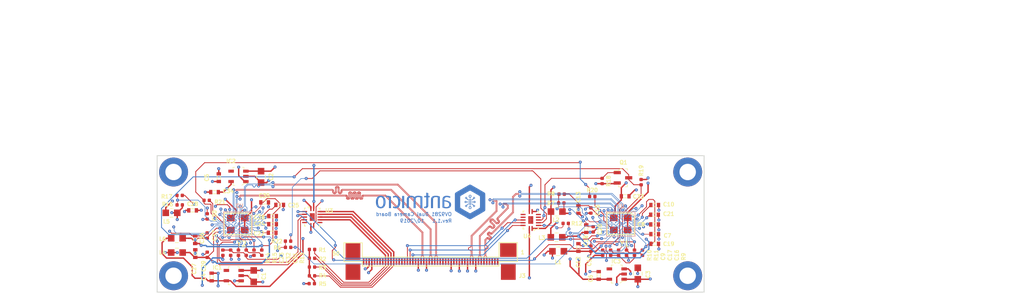
<source format=kicad_pcb>
(kicad_pcb (version 20171130) (host pcbnew 5.0.2+dfsg1-1)
  (layers (0 F.Cu signal) (1 In1.Cu signal hide) (2 In2.Cu signal hide) (31 B.Cu signal) (34 B.Paste user) (35 F.Paste user) (36 B.SilkS user) (37 F.SilkS user) (38 B.Mask user) (39 F.Mask user) (44 Edge.Cuts user))
  (net 0 "")
  (net 1 GND)
  (net 2 +3V3)
  (net 3 +2V8)
  (net 4 +1V8)
  (net 5 +1V2)
  (net 6 /CAM_L_D1_P)
  (net 7 /CAM_L_D1_N)
  (net 8 /CAM_R_D1_N)
  (net 9 /CAM_R_D1_P)
  (net 10 /CAM_L_CLK_P)
  (net 11 /CAM_L_CLK_N)
  (net 12 /CAM_R_CLK_N)
  (net 13 /CAM_R_CLK_P)
  (net 14 "Net-(J3-Pad1)")
  (net 15 "Net-(J3-Pad2)")
  (net 16 "Net-(J3-Pad3)")
  (net 17 "Net-(J3-Pad4)")
  (net 18 /CAM_L_D0_N)
  (net 19 /CAM_L_D0_P)
  (net 20 "Net-(J3-Pad13)")
  (net 21 "Net-(J3-Pad14)")
  (net 22 "Net-(J3-Pad16)")
  (net 23 "Net-(J3-Pad17)")
  (net 24 "Net-(J3-Pad19)")
  (net 25 "Net-(J3-Pad20)")
  (net 26 "Net-(J3-Pad21)")
  (net 27 "Net-(J3-Pad22)")
  (net 28 /CAM_R_D0_N)
  (net 29 /CAM_R_D0_P)
  (net 30 "Net-(J3-Pad31)")
  (net 31 /CAM_RST)
  (net 32 "Net-(J3-Pad35)")
  (net 33 "Net-(J3-Pad36)")
  (net 34 "Net-(J3-Pad37)")
  (net 35 "Net-(J3-Pad38)")
  (net 36 "Net-(J3-Pad43)")
  (net 37 "Net-(J3-Pad44)")
  (net 38 "Net-(J3-Pad45)")
  (net 39 "Net-(J3-Pad46)")
  (net 40 "Net-(J3-Pad49)")
  (net 41 "Net-(J3-Pad50)")
  (net 42 "Net-(R1-Pad1)")
  (net 43 "Net-(U1-PadA6)")
  (net 44 "Net-(U1-PadB4)")
  (net 45 "Net-(U1-PadB6)")
  (net 46 "Net-(U1-PadC3)")
  (net 47 "Net-(U1-PadC2)")
  (net 48 "Net-(U1-PadC7)")
  (net 49 "Net-(U1-PadC4)")
  (net 50 "Net-(U1-PadC6)")
  (net 51 "Net-(U1-PadD1)")
  (net 52 "Net-(U1-PadD4)")
  (net 53 "Net-(U1-PadD6)")
  (net 54 "Net-(U2-PadD6)")
  (net 55 "Net-(U2-PadD4)")
  (net 56 "Net-(U2-PadD1)")
  (net 57 "Net-(U2-PadC6)")
  (net 58 "Net-(U2-PadC4)")
  (net 59 "Net-(U2-PadC7)")
  (net 60 "Net-(U2-PadC2)")
  (net 61 "Net-(U2-PadC3)")
  (net 62 "Net-(U2-PadB6)")
  (net 63 "Net-(U2-PadB4)")
  (net 64 "Net-(U2-PadA6)")
  (net 65 /M1_DOVDD)
  (net 66 /M1_AGND)
  (net 67 /M1_DVDD)
  (net 68 /M1_AVDD)
  (net 69 /M1_DGND)
  (net 70 /M1_VN3)
  (net 71 /M1_VH)
  (net 72 /M1_CAM_SCL_1V8)
  (net 73 /M1_VN2)
  (net 74 /M1_SID)
  (net 75 /M1_MCLK)
  (net 76 /M1_PVDD)
  (net 77 /M1_VN1)
  (net 78 /M1_VSYNC_1V8)
  (net 79 /CAM_NRST_1V8)
  (net 80 /M1_CAM_SDA_1V8)
  (net 81 /M2_DOVDD)
  (net 82 /M2_AGND)
  (net 83 /M2_DVDD)
  (net 84 /M2_AVDD)
  (net 85 /M2_DGND)
  (net 86 /M2_VN3)
  (net 87 /M2_VH)
  (net 88 /M2_CAM_SCL_1V8)
  (net 89 /M2_VN2)
  (net 90 /M2_SID)
  (net 91 /M2_MCLK_M)
  (net 92 /M2_PVDD)
  (net 93 /M2_VN1)
  (net 94 /M2_VSYNC_1V8)
  (net 95 /M2_CAM_SDA_1V8)
  (net 96 /M2_CAM_SCL)
  (net 97 /M2_CAM_SDA)
  (net 98 /M1_CAM_SCL)
  (net 99 /M1_CAM_SDA)
  (net 100 /M2_VSYNC)
  (net 101 /M1_VSYNC)
  (net 102 /M2_MCLK)
  (net 103 /CAM_RST_1V8)
  (net 104 "Net-(U4-Pad10)")
  (net 105 "Net-(U4-Pad9)")
  (net 106 "Net-(U4-Pad6)")
  (net 107 "Net-(U4-Pad5)")
  (net 108 "Net-(U3-Pad6)")
  (net 109 "Net-(U3-Pad9)")
  (net 110 /M1_VSYNC_1V8_M)
  (net 111 /M2_VSYNC_1V8_M)
  (module OV9281-Dual-Camera-Board-Rev.1.1-footprints:WE_68715014522 (layer F.Cu) (at 150 120 180)
    (fp_text reference J3 (at -16.75 -2 180) (layer F.SilkS) (effects (font (size 0.7 0.7))))
    (fp_text value WE_68715014522)
    (pad ~ smd rect (at -14.2 2.7 180) (size 3 2.5) (layers F.Cu F.Paste F.Mask))
    (pad ~ smd rect (at -14.2 -1.25 180) (size 2.7 3) (layers F.Cu F.Paste F.Mask))
    (pad ~ smd rect (at 14.2 -1.25 180) (size 2.7 3) (layers F.Cu F.Paste F.Mask))
    (pad ~ smd rect (at 14.2 2.45 180) (size 2.7 3) (layers F.Cu F.Paste F.Mask))
    (pad 50 smd rect (at 12.25 0.6 180) (size 0.3 1.2) (layers F.Cu F.Paste F.Mask) (net 41 "Net-(J3-Pad50)"))
    (pad 49 smd rect (at 11.75 0.6 180) (size 0.3 1.2) (layers F.Cu F.Paste F.Mask) (net 40 "Net-(J3-Pad49)"))
    (pad 48 smd rect (at 11.25 0.6 180) (size 0.3 1.2) (layers F.Cu F.Paste F.Mask) (net 2 +3V3))
    (pad 47 smd rect (at 10.75 0.6 180) (size 0.3 1.2) (layers F.Cu F.Paste F.Mask) (net 2 +3V3))
    (pad 46 smd rect (at 10.25 0.6 180) (size 0.3 1.2) (layers F.Cu F.Paste F.Mask) (net 39 "Net-(J3-Pad46)"))
    (pad 45 smd rect (at 9.75 0.6 180) (size 0.3 1.2) (layers F.Cu F.Paste F.Mask) (net 38 "Net-(J3-Pad45)"))
    (pad 44 smd rect (at 9.25 0.6 180) (size 0.3 1.2) (layers F.Cu F.Paste F.Mask) (net 37 "Net-(J3-Pad44)"))
    (pad 43 smd rect (at 8.75 0.6 180) (size 0.3 1.2) (layers F.Cu F.Paste F.Mask) (net 36 "Net-(J3-Pad43)"))
    (pad 42 smd rect (at 8.25 0.6 180) (size 0.3 1.2) (layers F.Cu F.Paste F.Mask) (net 96 /M2_CAM_SCL))
    (pad 41 smd rect (at 7.75 0.6 180) (size 0.3 1.2) (layers F.Cu F.Paste F.Mask) (net 97 /M2_CAM_SDA))
    (pad 40 smd rect (at 7.25 0.6 180) (size 0.3 1.2) (layers F.Cu F.Paste F.Mask) (net 98 /M1_CAM_SCL))
    (pad 39 smd rect (at 6.75 0.6 180) (size 0.3 1.2) (layers F.Cu F.Paste F.Mask) (net 99 /M1_CAM_SDA))
    (pad 38 smd rect (at 6.25 0.6 180) (size 0.3 1.2) (layers F.Cu F.Paste F.Mask) (net 35 "Net-(J3-Pad38)"))
    (pad 37 smd rect (at 5.75 0.6 180) (size 0.3 1.2) (layers F.Cu F.Paste F.Mask) (net 34 "Net-(J3-Pad37)"))
    (pad 36 smd rect (at 5.25 0.6 180) (size 0.3 1.2) (layers F.Cu F.Paste F.Mask) (net 33 "Net-(J3-Pad36)"))
    (pad 35 smd rect (at 4.75 0.6 180) (size 0.3 1.2) (layers F.Cu F.Paste F.Mask) (net 32 "Net-(J3-Pad35)"))
    (pad 34 smd rect (at 4.25 0.6 180) (size 0.3 1.2) (layers F.Cu F.Paste F.Mask) (net 100 /M2_VSYNC))
    (pad 33 smd rect (at 3.75 0.6 180) (size 0.3 1.2) (layers F.Cu F.Paste F.Mask) (net 31 /CAM_RST))
    (pad 32 smd rect (at 3.25 0.6 180) (size 0.3 1.2) (layers F.Cu F.Paste F.Mask) (net 101 /M1_VSYNC))
    (pad 31 smd rect (at 2.75 0.6 180) (size 0.3 1.2) (layers F.Cu F.Paste F.Mask) (net 30 "Net-(J3-Pad31)"))
    (pad 30 smd rect (at 2.25 0.6 180) (size 0.3 1.2) (layers F.Cu F.Paste F.Mask) (net 1 GND))
    (pad 29 smd rect (at 1.75 0.6 180) (size 0.3 1.2) (layers F.Cu F.Paste F.Mask) (net 13 /CAM_R_CLK_P))
    (pad 28 smd rect (at 1.25 0.6 180) (size 0.3 1.2) (layers F.Cu F.Paste F.Mask) (net 12 /CAM_R_CLK_N))
    (pad 27 smd rect (at 0.75 0.6 180) (size 0.3 1.2) (layers F.Cu F.Paste F.Mask) (net 1 GND))
    (pad 26 smd rect (at 0.25 0.6 180) (size 0.3 1.2) (layers F.Cu F.Paste F.Mask) (net 29 /CAM_R_D0_P))
    (pad 25 smd rect (at -0.25 0.6 180) (size 0.3 1.2) (layers F.Cu F.Paste F.Mask) (net 28 /CAM_R_D0_N))
    (pad 24 smd rect (at -0.75 0.6 180) (size 0.3 1.2) (layers F.Cu F.Paste F.Mask) (net 9 /CAM_R_D1_P))
    (pad 23 smd rect (at -1.25 0.6 180) (size 0.3 1.2) (layers F.Cu F.Paste F.Mask) (net 8 /CAM_R_D1_N))
    (pad 22 smd rect (at -1.75 0.6 180) (size 0.3 1.2) (layers F.Cu F.Paste F.Mask) (net 27 "Net-(J3-Pad22)"))
    (pad 21 smd rect (at -2.25 0.6 180) (size 0.3 1.2) (layers F.Cu F.Paste F.Mask) (net 26 "Net-(J3-Pad21)"))
    (pad 20 smd rect (at -2.75 0.6 180) (size 0.3 1.2) (layers F.Cu F.Paste F.Mask) (net 25 "Net-(J3-Pad20)"))
    (pad 19 smd rect (at -3.25 0.6 180) (size 0.3 1.2) (layers F.Cu F.Paste F.Mask) (net 24 "Net-(J3-Pad19)"))
    (pad 18 smd rect (at -3.75 0.6 180) (size 0.3 1.2) (layers F.Cu F.Paste F.Mask) (net 1 GND))
    (pad 17 smd rect (at -4.25 0.6 180) (size 0.3 1.2) (layers F.Cu F.Paste F.Mask) (net 23 "Net-(J3-Pad17)"))
    (pad 16 smd rect (at -4.75 0.6 180) (size 0.3 1.2) (layers F.Cu F.Paste F.Mask) (net 22 "Net-(J3-Pad16)"))
    (pad 15 smd rect (at -5.25 0.6 180) (size 0.3 1.2) (layers F.Cu F.Paste F.Mask) (net 1 GND))
    (pad 14 smd rect (at -5.75 0.6 180) (size 0.3 1.2) (layers F.Cu F.Paste F.Mask) (net 21 "Net-(J3-Pad14)"))
    (pad 13 smd rect (at -6.25 0.6 180) (size 0.3 1.2) (layers F.Cu F.Paste F.Mask) (net 20 "Net-(J3-Pad13)"))
    (pad 12 smd rect (at -6.75 0.6 180) (size 0.3 1.2) (layers F.Cu F.Paste F.Mask) (net 1 GND))
    (pad 11 smd rect (at -7.25 0.6 180) (size 0.3 1.2) (layers F.Cu F.Paste F.Mask) (net 10 /CAM_L_CLK_P))
    (pad 10 smd rect (at -7.75 0.6 180) (size 0.3 1.2) (layers F.Cu F.Paste F.Mask) (net 11 /CAM_L_CLK_N))
    (pad 9 smd rect (at -8.25 0.6 180) (size 0.3 1.2) (layers F.Cu F.Paste F.Mask) (net 1 GND))
    (pad 8 smd rect (at -8.75 0.6 180) (size 0.3 1.2) (layers F.Cu F.Paste F.Mask) (net 19 /CAM_L_D0_P))
    (pad 7 smd rect (at -9.25 0.6 180) (size 0.3 1.2) (layers F.Cu F.Paste F.Mask) (net 18 /CAM_L_D0_N))
    (pad 6 smd rect (at -9.75 0.6 180) (size 0.3 1.2) (layers F.Cu F.Paste F.Mask) (net 6 /CAM_L_D1_P))
    (pad 5 smd rect (at -10.25 0.6 180) (size 0.3 1.2) (layers F.Cu F.Paste F.Mask) (net 7 /CAM_L_D1_N))
    (pad 4 smd rect (at -10.75 0.6 180) (size 0.3 1.2) (layers F.Cu F.Paste F.Mask) (net 17 "Net-(J3-Pad4)"))
    (pad 3 smd rect (at -11.25 0.6 180) (size 0.3 1.2) (layers F.Cu F.Paste F.Mask) (net 16 "Net-(J3-Pad3)"))
    (pad 2 smd rect (at -11.75 0.6 180) (size 0.3 1.2) (layers F.Cu F.Paste F.Mask) (net 15 "Net-(J3-Pad2)"))
    (pad 1 smd rect (at -12.25 0.6 180) (size 0.3 1.2) (layers F.Cu F.Paste F.Mask) (net 14 "Net-(J3-Pad1)"))
  )
  (module OV9281-Dual-Camera-Board-Rev.1.1-footprints:0402-res (layer F.Cu) (at 174.7 112.41 180)
    (fp_text reference R12 (at -2.03 -0.02 180) (layer F.SilkS) (effects (font (size 0.7 0.7))))
    (fp_text value R_0R_0402)
    (pad 2 smd roundrect (at 0.485 0 180) (size 0.59 0.64) (layers F.Cu F.Paste F.Mask) (net 78 /M1_VSYNC_1V8))
    (pad 1 smd roundrect (at -0.485 0 180) (size 0.59 0.64) (layers F.Cu F.Paste F.Mask) (net 110 /M1_VSYNC_1V8_M))
  )
  (module OV9281-Dual-Camera-Board-Rev.1.1-footprints:0402-res (layer F.Cu) (at 123.93 115.66)
    (fp_text reference R22 (at -2.05 0.04) (layer F.SilkS) (effects (font (size 0.7 0.7))))
    (fp_text value R_0R_0402)
    (pad 2 smd roundrect (at 0.485 0) (size 0.59 0.64) (layers F.Cu F.Paste F.Mask) (net 94 /M2_VSYNC_1V8))
    (pad 1 smd roundrect (at -0.485 0) (size 0.59 0.64) (layers F.Cu F.Paste F.Mask) (net 111 /M2_VSYNC_1V8_M))
  )
  (module OV9281-Dual-Camera-Board-Rev.1.1-footprints:0402-res (layer F.Cu) (at 123.94 116.8 180)
    (fp_text reference R6 (at 1.96 -0.09 180) (layer F.SilkS) (effects (font (size 0.7 0.7))))
    (fp_text value R_0R_0402)
    (pad 2 smd roundrect (at 0.485 0 180) (size 0.59 0.64) (layers F.Cu F.Paste F.Mask) (net 111 /M2_VSYNC_1V8_M))
    (pad 1 smd roundrect (at -0.485 0 180) (size 0.59 0.64) (layers F.Cu F.Paste F.Mask) (net 110 /M1_VSYNC_1V8_M))
  )
  (module OV9281-Dual-Camera-Board-Rev.1.1-footprints:SOT-23-5 (layer F.Cu) (at 114.006 121.974 90)
    (fp_text reference IC1 (at 1.474 -3.006 180) (layer F.SilkS) (effects (font (size 0.7 0.7))))
    (fp_text value TLV73328PDBVT)
    (pad 5 smd rect (at -0.95 -1.35 90) (size 0.55 1) (layers F.Cu F.Paste F.Mask) (net 3 +2V8))
    (pad 4 smd rect (at 0.95 -1.35 90) (size 0.55 1) (layers F.Cu F.Paste F.Mask))
    (pad 1 smd rect (at -0.95 1.35 90) (size 0.55 1) (layers F.Cu F.Paste F.Mask) (net 2 +3V3))
    (pad 2 smd rect (at 0 1.35 90) (size 0.55 1) (layers F.Cu F.Paste F.Mask) (net 1 GND))
    (pad 3 smd rect (at 0.95 1.35 90) (size 0.55 1) (layers F.Cu F.Paste F.Mask) (net 2 +3V3))
  )
  (module OV9281-Dual-Camera-Board-Rev.1.1-footprints:0805-cap (layer F.Cu) (at 187.878 121.59 90)
    (fp_text reference C3 (at -0.16 1.872 90) (layer F.SilkS) (effects (font (size 0.7 0.7))))
    (fp_text value C_4u7_0805)
    (pad 1 smd rect (at -1.05 0 90) (size 1.2 1.2) (layers F.Cu F.Paste F.Mask) (net 2 +3V3))
    (pad 2 smd rect (at 1.05 0 90) (size 1.2 1.2) (layers F.Cu F.Paste F.Mask) (net 1 GND))
  )
  (module OV9281-Dual-Camera-Board-Rev.1.1-footprints:0805-cap (layer F.Cu) (at 117.656 122.074 270)
    (fp_text reference C1 (at 0 -1.84 270) (layer F.SilkS) (effects (font (size 0.7 0.7))))
    (fp_text value C_4u7_0805)
    (pad 1 smd rect (at -1.05 0 270) (size 1.2 1.2) (layers F.Cu F.Paste F.Mask) (net 2 +3V3))
    (pad 2 smd rect (at 1.05 0 270) (size 1.2 1.2) (layers F.Cu F.Paste F.Mask) (net 1 GND))
  )
  (module OV9281-Dual-Camera-Board-Rev.1.1-footprints:0805-cap (layer F.Cu) (at 118.994 103.894 270)
    (fp_text reference C2 (at 0 -1.84 270) (layer F.SilkS) (effects (font (size 0.7 0.7))))
    (fp_text value C_4u7_0805)
    (pad 1 smd rect (at -1.05 0 270) (size 1.2 1.2) (layers F.Cu F.Paste F.Mask) (net 2 +3V3))
    (pad 2 smd rect (at 1.05 0 270) (size 1.2 1.2) (layers F.Cu F.Paste F.Mask) (net 1 GND))
  )
  (module OV9281-Dual-Camera-Board-Rev.1.1-footprints:0603-cap (layer F.Cu) (at 180.728 121.94 90)
    (fp_text reference C6 (at -0.56 -1.478 90) (layer F.SilkS) (effects (font (size 0.7 0.7))))
    (fp_text value C_1u_0603)
    (pad 1 smd rect (at -0.7 0 90) (size 0.6 0.8) (layers F.Cu F.Paste F.Mask) (net 5 +1V2))
    (pad 2 smd rect (at 0.7 0 90) (size 0.6 0.8) (layers F.Cu F.Paste F.Mask) (net 1 GND))
  )
  (module OV9281-Dual-Camera-Board-Rev.1.1-footprints:0603-cap (layer F.Cu) (at 111.267797 104.04028 90)
    (fp_text reference C5 (at 0 -2.2 90) (layer F.SilkS) (effects (font (size 0.7 0.7))))
    (fp_text value C_1u_0603)
    (pad 1 smd rect (at -0.7 0 90) (size 0.6 0.8) (layers F.Cu F.Paste F.Mask) (net 4 +1V8))
    (pad 2 smd rect (at 0.7 0 90) (size 0.6 0.8) (layers F.Cu F.Paste F.Mask) (net 1 GND))
  )
  (module OV9281-Dual-Camera-Board-Rev.1.1-footprints:0603-cap (layer F.Cu) (at 109.956 122.224 90)
    (fp_text reference C4 (at 0 -1.456 90) (layer F.SilkS) (effects (font (size 0.7 0.7))))
    (fp_text value C_1u_0603)
    (pad 1 smd rect (at -0.7 0 90) (size 0.6 0.8) (layers F.Cu F.Paste F.Mask) (net 3 +2V8))
    (pad 2 smd rect (at 0.7 0 90) (size 0.6 0.8) (layers F.Cu F.Paste F.Mask) (net 1 GND))
  )
  (module OV9281-Dual-Camera-Board-Rev.1.1-footprints:SOT-23-5 (layer F.Cu) (at 184.028 121.69 90)
    (fp_text reference IC3 (at 2.34 -0.128 180) (layer F.SilkS) (effects (font (size 0.7 0.7))))
    (fp_text value TLV73312PDBVT)
    (pad 5 smd rect (at -0.95 -1.35 90) (size 0.55 1) (layers F.Cu F.Paste F.Mask) (net 5 +1V2))
    (pad 4 smd rect (at 0.95 -1.35 90) (size 0.55 1) (layers F.Cu F.Paste F.Mask))
    (pad 1 smd rect (at -0.95 1.35 90) (size 0.55 1) (layers F.Cu F.Paste F.Mask) (net 2 +3V3))
    (pad 2 smd rect (at 0 1.35 90) (size 0.55 1) (layers F.Cu F.Paste F.Mask) (net 1 GND))
    (pad 3 smd rect (at 0.95 1.35 90) (size 0.55 1) (layers F.Cu F.Paste F.Mask) (net 2 +3V3))
  )
  (module OV9281-Dual-Camera-Board-Rev.1.1-footprints:0402-res (layer F.Cu) (at 128.312999 117.181751)
    (fp_text reference R1 (at 1.917001 0.098249) (layer F.SilkS) (effects (font (size 0.7 0.7))))
    (fp_text value R_2k37_0402)
    (pad 2 smd roundrect (at 0.485 0) (size 0.59 0.64) (layers F.Cu F.Paste F.Mask) (net 96 /M2_CAM_SCL))
    (pad 1 smd roundrect (at -0.485 0) (size 0.59 0.64) (layers F.Cu F.Paste F.Mask) (net 42 "Net-(R1-Pad1)"))
  )
  (module OV9281-Dual-Camera-Board-Rev.1.1-footprints:0402-res (layer F.Cu) (at 128.312999 118.793501)
    (fp_text reference R2 (at 1.917001 0.146499) (layer F.SilkS) (effects (font (size 0.7 0.7))))
    (fp_text value R_2k37_0402)
    (pad 2 smd roundrect (at 0.485 0) (size 0.59 0.64) (layers F.Cu F.Paste F.Mask) (net 97 /M2_CAM_SDA))
    (pad 1 smd roundrect (at -0.485 0) (size 0.59 0.64) (layers F.Cu F.Paste F.Mask) (net 42 "Net-(R1-Pad1)"))
  )
  (module OV9281-Dual-Camera-Board-Rev.1.1-footprints:0402-res (layer F.Cu) (at 128.312999 120.405251)
    (fp_text reference R3 (at 1.917001 0.094749) (layer F.SilkS) (effects (font (size 0.7 0.7))))
    (fp_text value R_2k37_0402)
    (pad 2 smd roundrect (at 0.485 0) (size 0.59 0.64) (layers F.Cu F.Paste F.Mask) (net 98 /M1_CAM_SCL))
    (pad 1 smd roundrect (at -0.485 0) (size 0.59 0.64) (layers F.Cu F.Paste F.Mask) (net 42 "Net-(R1-Pad1)"))
  )
  (module OV9281-Dual-Camera-Board-Rev.1.1-footprints:0402-res (layer F.Cu) (at 128.312999 122.017001)
    (fp_text reference R4 (at 1.937001 -0.017001) (layer F.SilkS) (effects (font (size 0.7 0.7))))
    (fp_text value R_2k37_0402)
    (pad 2 smd roundrect (at 0.485 0) (size 0.59 0.64) (layers F.Cu F.Paste F.Mask) (net 99 /M1_CAM_SDA))
    (pad 1 smd roundrect (at -0.485 0) (size 0.59 0.64) (layers F.Cu F.Paste F.Mask) (net 42 "Net-(R1-Pad1)"))
  )
  (module OV9281-Dual-Camera-Board-Rev.1.1-footprints:0402-res (layer F.Cu) (at 128.27 123.444)
    (fp_text reference R5 (at 1.98 0.056 180) (layer F.SilkS) (effects (font (size 0.7 0.7))))
    (fp_text value R_0R_0402)
    (pad 2 smd roundrect (at 0.485 0) (size 0.59 0.64) (layers F.Cu F.Paste F.Mask) (net 42 "Net-(R1-Pad1)"))
    (pad 1 smd roundrect (at -0.485 0) (size 0.59 0.64) (layers F.Cu F.Paste F.Mask) (net 2 +3V3))
  )
  (module OV9281-Dual-Camera-Board-Rev.1.1-footprints:SOT-23-3 (layer F.Cu) (at 185.1649 104.058)
    (fp_text reference Q1 (at 0.0851 -2.808) (layer F.SilkS) (effects (font (size 0.7 0.7))))
    (fp_text value BSS138AKA)
    (pad 1 smd rect (at -1.05 -0.95) (size 1.3 0.6) (layers F.Cu F.Paste F.Mask) (net 103 /CAM_RST_1V8))
    (pad 2 smd rect (at -1.05 0.95) (size 1.3 0.6) (layers F.Cu F.Paste F.Mask) (net 1 GND))
    (pad 3 smd rect (at 1.05 0) (size 1.3 0.6) (layers F.Cu F.Paste F.Mask) (net 79 /CAM_NRST_1V8))
  )
  (module OV9281-Dual-Camera-Board-Rev.1.1-footprints:QDHVQFN14 (layer F.Cu) (at 168.3025 111.786 180)
    (fp_text reference U4 (at 0.6525 -2.964 180) (layer F.SilkS) (effects (font (size 0.7 0.7))))
    (fp_text value NTB0104BQ)
    (pad ~ smd rect (at 0.225 0.35 270) (size 0.7 0.45) (layers F.Cu F.Paste F.Mask))
    (pad ~ smd rect (at -0.225 0.35 270) (size 0.7 0.45) (layers F.Cu F.Paste F.Mask))
    (pad ~ smd rect (at 0.225 -0.35 270) (size 0.7 0.45) (layers F.Cu F.Paste F.Mask))
    (pad ~ smd rect (at -0.225 -0.35 270) (size 0.7 0.45) (layers F.Cu F.Paste F.Mask))
    (pad 2 smd rect (at -1.4 -1 270) (size 0.24 0.9) (layers F.Cu F.Paste F.Mask) (net 78 /M1_VSYNC_1V8))
    (pad 3 smd rect (at -1.4 -0.5 270) (size 0.24 0.9) (layers F.Cu F.Paste F.Mask) (net 94 /M2_VSYNC_1V8))
    (pad 4 smd rect (at -1.4 0 270) (size 0.24 0.9) (layers F.Cu F.Paste F.Mask) (net 103 /CAM_RST_1V8))
    (pad 5 smd rect (at -1.4 0.5 270) (size 0.24 0.9) (layers F.Cu F.Paste F.Mask) (net 107 "Net-(U4-Pad5)"))
    (pad 6 smd rect (at -1.4 1 270) (size 0.24 0.9) (layers F.Cu F.Paste F.Mask) (net 106 "Net-(U4-Pad6)"))
    (pad 7 smd rect (at -0.25 1.55 180) (size 0.24 0.9) (layers F.Cu F.Paste F.Mask) (net 1 GND))
    (pad 8 smd rect (at 0.25 1.55 180) (size 0.24 0.9) (layers F.Cu F.Paste F.Mask) (net 4 +1V8))
    (pad 9 smd rect (at 1.4 1 270) (size 0.24 0.9) (layers F.Cu F.Paste F.Mask) (net 105 "Net-(U4-Pad9)"))
    (pad 10 smd rect (at 1.4 0.5 270) (size 0.24 0.9) (layers F.Cu F.Paste F.Mask) (net 104 "Net-(U4-Pad10)"))
    (pad 11 smd rect (at 1.4 0 270) (size 0.24 0.9) (layers F.Cu F.Paste F.Mask) (net 31 /CAM_RST))
    (pad 12 smd rect (at 1.4 -0.5 270) (size 0.24 0.9) (layers F.Cu F.Paste F.Mask) (net 100 /M2_VSYNC))
    (pad 13 smd rect (at 1.4 -1 270) (size 0.24 0.9) (layers F.Cu F.Paste F.Mask) (net 101 /M1_VSYNC))
    (pad 14 smd rect (at 0.25 -1.55 180) (size 0.24 0.9) (layers F.Cu F.Paste F.Mask) (net 2 +3V3))
    (pad 1 smd rect (at -0.25 -1.55 180) (size 0.24 0.9) (layers F.Cu F.Paste F.Mask) (net 4 +1V8))
  )
  (module OV9281-Dual-Camera-Board-Rev.1.1-footprints:QDHVQFN14 (layer F.Cu) (at 128.36 111.25)
    (fp_text reference U3 (at 3.08 -1.18) (layer F.SilkS) (effects (font (size 0.7 0.7))))
    (fp_text value NTS0104BQ)
    (pad ~ smd rect (at 0.225 0.35 90) (size 0.7 0.45) (layers F.Cu F.Paste F.Mask))
    (pad ~ smd rect (at -0.225 0.35 90) (size 0.7 0.45) (layers F.Cu F.Paste F.Mask))
    (pad ~ smd rect (at 0.225 -0.35 90) (size 0.7 0.45) (layers F.Cu F.Paste F.Mask))
    (pad ~ smd rect (at -0.225 -0.35 90) (size 0.7 0.45) (layers F.Cu F.Paste F.Mask))
    (pad 2 smd rect (at -1.4 -1 90) (size 0.24 0.9) (layers F.Cu F.Paste F.Mask) (net 80 /M1_CAM_SDA_1V8))
    (pad 3 smd rect (at -1.4 -0.5 90) (size 0.24 0.9) (layers F.Cu F.Paste F.Mask) (net 72 /M1_CAM_SCL_1V8))
    (pad 4 smd rect (at -1.4 0 90) (size 0.24 0.9) (layers F.Cu F.Paste F.Mask) (net 95 /M2_CAM_SDA_1V8))
    (pad 5 smd rect (at -1.4 0.5 90) (size 0.24 0.9) (layers F.Cu F.Paste F.Mask) (net 88 /M2_CAM_SCL_1V8))
    (pad 6 smd rect (at -1.4 1 90) (size 0.24 0.9) (layers F.Cu F.Paste F.Mask) (net 108 "Net-(U3-Pad6)"))
    (pad 7 smd rect (at -0.25 1.55) (size 0.24 0.9) (layers F.Cu F.Paste F.Mask) (net 1 GND))
    (pad 8 smd rect (at 0.25 1.55) (size 0.24 0.9) (layers F.Cu F.Paste F.Mask) (net 4 +1V8))
    (pad 9 smd rect (at 1.4 1 90) (size 0.24 0.9) (layers F.Cu F.Paste F.Mask) (net 109 "Net-(U3-Pad9)"))
    (pad 10 smd rect (at 1.4 0.5 90) (size 0.24 0.9) (layers F.Cu F.Paste F.Mask) (net 96 /M2_CAM_SCL))
    (pad 11 smd rect (at 1.4 0 90) (size 0.24 0.9) (layers F.Cu F.Paste F.Mask) (net 97 /M2_CAM_SDA))
    (pad 12 smd rect (at 1.4 -0.5 90) (size 0.24 0.9) (layers F.Cu F.Paste F.Mask) (net 98 /M1_CAM_SCL))
    (pad 13 smd rect (at 1.4 -1 90) (size 0.24 0.9) (layers F.Cu F.Paste F.Mask) (net 99 /M1_CAM_SDA))
    (pad 14 smd rect (at 0.25 -1.55) (size 0.24 0.9) (layers F.Cu F.Paste F.Mask) (net 2 +3V3))
    (pad 1 smd rect (at -0.25 -1.55) (size 0.24 0.9) (layers F.Cu F.Paste F.Mask) (net 4 +1V8))
  )
  (module OV9281-Dual-Camera-Board-Rev.1.1-footprints:0805-res (layer F.Cu) (at 173.05 110.25)
    (fp_text reference L2 (at -0.125 1.525) (layer F.SilkS) (effects (font (size 0.7 0.7))))
    (fp_text value MLP2012S3R3MT)
    (pad 1 smd rect (at -1.05 0) (size 1.2 1.2) (layers F.Cu F.Paste F.Mask) (net 4 +1V8))
    (pad 2 smd rect (at 1.05 0) (size 1.2 1.2) (layers F.Cu F.Paste F.Mask) (net 65 /M1_DOVDD))
  )
  (module OV9281-Dual-Camera-Board-Rev.1.1-footprints:0805-res (layer F.Cu) (at 173.32 117.51)
    (fp_text reference L1 (at 0 1.99) (layer F.SilkS) (effects (font (size 0.7 0.7))))
    (fp_text value MLP2012S3R3MT)
    (pad 1 smd rect (at -1.05 0) (size 1.2 1.2) (layers F.Cu F.Paste F.Mask) (net 5 +1V2))
    (pad 2 smd rect (at 1.05 0) (size 1.2 1.2) (layers F.Cu F.Paste F.Mask) (net 67 /M1_DVDD))
  )
  (module OV9281-Dual-Camera-Board-Rev.1.1-footprints:0805-res (layer F.Cu) (at 173.025 114.95)
    (fp_text reference L3 (at -2.7 0.1) (layer F.SilkS) (effects (font (size 0.7 0.7))))
    (fp_text value MLP2012S3R3MT)
    (pad 1 smd rect (at -1.05 0) (size 1.2 1.2) (layers F.Cu F.Paste F.Mask) (net 3 +2V8))
    (pad 2 smd rect (at 1.05 0) (size 1.2 1.2) (layers F.Cu F.Paste F.Mask) (net 68 /M1_AVDD))
  )
  (module OV9281-Dual-Camera-Board-Rev.1.1-footprints:0805-res (layer F.Cu) (at 103.61 117.75)
    (fp_text reference L4 (at -2.61 0) (layer F.SilkS) (effects (font (size 0.7 0.7))))
    (fp_text value MLP2012S3R3MT)
    (pad 1 smd rect (at -1.05 0) (size 1.2 1.2) (layers F.Cu F.Paste F.Mask) (net 5 +1V2))
    (pad 2 smd rect (at 1.05 0) (size 1.2 1.2) (layers F.Cu F.Paste F.Mask) (net 83 /M2_DVDD))
  )
  (module OV9281-Dual-Camera-Board-Rev.1.1-footprints:0805-res (layer F.Cu) (at 102.625 110.475)
    (fp_text reference L5 (at -0.925 1.6 180) (layer F.SilkS) (effects (font (size 0.7 0.7))))
    (fp_text value MLP2012S3R3MT)
    (pad 1 smd rect (at -1.05 0) (size 1.2 1.2) (layers F.Cu F.Paste F.Mask) (net 4 +1V8))
    (pad 2 smd rect (at 1.05 0) (size 1.2 1.2) (layers F.Cu F.Paste F.Mask) (net 81 /M2_DOVDD))
  )
  (module OV9281-Dual-Camera-Board-Rev.1.1-footprints:0805-res (layer F.Cu) (at 103.61 115.13)
    (fp_text reference L6 (at -2.61 0.12) (layer F.SilkS) (effects (font (size 0.7 0.7))))
    (fp_text value MLP2012S3R3MT)
    (pad 1 smd rect (at -1.05 0) (size 1.2 1.2) (layers F.Cu F.Paste F.Mask) (net 3 +2V8))
    (pad 2 smd rect (at 1.05 0) (size 1.2 1.2) (layers F.Cu F.Paste F.Mask) (net 84 /M2_AVDD))
  )
  (module OV9281-Dual-Camera-Board-Rev.1.1-footprints:0603-cap (layer F.Cu) (at 122.4 109.02)
    (fp_text reference C25 (at 2.53 0.08) (layer F.SilkS) (effects (font (size 0.7 0.7))))
    (fp_text value C_1u_0603)
    (pad 1 smd rect (at -0.7 0) (size 0.6 0.8) (layers F.Cu F.Paste F.Mask) (net 86 /M2_VN3))
    (pad 2 smd rect (at 0.7 0) (size 0.6 0.8) (layers F.Cu F.Paste F.Mask) (net 82 /M2_AGND))
  )
  (module OV9281-Dual-Camera-Board-Rev.1.1-footprints:0603-cap (layer F.Cu) (at 119.65 108.56)
    (fp_text reference C35 (at -0.05 -1.22) (layer F.SilkS) (effects (font (size 0.7 0.7))))
    (fp_text value C_1u_0603)
    (pad 1 smd rect (at -0.7 0) (size 0.6 0.8) (layers F.Cu F.Paste F.Mask) (net 84 /M2_AVDD))
    (pad 2 smd rect (at 0.7 0) (size 0.6 0.8) (layers F.Cu F.Paste F.Mask) (net 82 /M2_AGND))
  )
  (module OV9281-Dual-Camera-Board-Rev.1.1-footprints:0603-cap (layer F.Cu) (at 185.57 107.442 180)
    (fp_text reference C33 (at -2.43 -0.058 180) (layer F.SilkS) (effects (font (size 0.7 0.7))))
    (fp_text value C_1u_0603)
    (pad 1 smd rect (at -0.7 0 180) (size 0.6 0.8) (layers F.Cu F.Paste F.Mask) (net 4 +1V8))
    (pad 2 smd rect (at 0.7 0 180) (size 0.6 0.8) (layers F.Cu F.Paste F.Mask) (net 1 GND))
  )
  (module OV9281-Dual-Camera-Board-Rev.1.1-footprints:0603-cap (layer F.Cu) (at 121.1 112.55)
    (fp_text reference C24 (at -2.4 -0.065) (layer F.SilkS) (effects (font (size 0.7 0.7))))
    (fp_text value C_1u_0603)
    (pad 1 smd rect (at -0.7 0) (size 0.6 0.8) (layers F.Cu F.Paste F.Mask) (net 89 /M2_VN2))
    (pad 2 smd rect (at 0.7 0) (size 0.6 0.8) (layers F.Cu F.Paste F.Mask) (net 82 /M2_AGND))
  )
  (module OV9281-Dual-Camera-Board-Rev.1.1-footprints:0603-cap (layer F.Cu) (at 106.97 117.94 90)
    (fp_text reference C27 (at -2.81 -0.22 90) (layer F.SilkS) (effects (font (size 0.7 0.7))))
    (fp_text value C_1u_0603)
    (pad 1 smd rect (at -0.7 0 90) (size 0.6 0.8) (layers F.Cu F.Paste F.Mask) (net 83 /M2_DVDD))
    (pad 2 smd rect (at 0.7 0 90) (size 0.6 0.8) (layers F.Cu F.Paste F.Mask) (net 85 /M2_DGND))
  )
  (module OV9281-Dual-Camera-Board-Rev.1.1-footprints:0603-cap (layer F.Cu) (at 106.475 110.025)
    (fp_text reference C28 (at 0 -1.175) (layer F.SilkS) (effects (font (size 0.7 0.7))))
    (fp_text value C_1u_0603)
    (pad 1 smd rect (at -0.7 0) (size 0.6 0.8) (layers F.Cu F.Paste F.Mask) (net 81 /M2_DOVDD))
    (pad 2 smd rect (at 0.7 0) (size 0.6 0.8) (layers F.Cu F.Paste F.Mask) (net 85 /M2_DGND))
  )
  (module OV9281-Dual-Camera-Board-Rev.1.1-footprints:0603-cap (layer F.Cu) (at 106.95 115.4 90)
    (fp_text reference C36 (at 0.275 1.25 270) (layer F.SilkS) (effects (font (size 0.7 0.7))))
    (fp_text value C_1u_0603)
    (pad 1 smd rect (at -0.7 0 90) (size 0.6 0.8) (layers F.Cu F.Paste F.Mask) (net 84 /M2_AVDD))
    (pad 2 smd rect (at 0.7 0 90) (size 0.6 0.8) (layers F.Cu F.Paste F.Mask) (net 82 /M2_AGND))
  )
  (module OV9281-Dual-Camera-Board-Rev.1.1-footprints:0603-cap (layer F.Cu) (at 121.1 111.075)
    (fp_text reference C38 (at -2.4 0.2075) (layer F.SilkS) (effects (font (size 0.7 0.7))))
    (fp_text value C_1u_0603)
    (pad 1 smd rect (at -0.7 0) (size 0.6 0.8) (layers F.Cu F.Paste F.Mask) (net 87 /M2_VH))
    (pad 2 smd rect (at 0.7 0) (size 0.6 0.8) (layers F.Cu F.Paste F.Mask) (net 82 /M2_AGND))
  )
  (module OV9281-Dual-Camera-Board-Rev.1.1-footprints:0603-cap (layer F.Cu) (at 177.02 116.819738 90)
    (fp_text reference C12 (at -2.680262 -0.02 90) (layer F.SilkS) (effects (font (size 0.7 0.7))))
    (fp_text value C_1u_0603)
    (pad 1 smd rect (at -0.7 0 90) (size 0.6 0.8) (layers F.Cu F.Paste F.Mask) (net 67 /M1_DVDD))
    (pad 2 smd rect (at 0.7 0 90) (size 0.6 0.8) (layers F.Cu F.Paste F.Mask) (net 69 /M1_DGND))
  )
  (module OV9281-Dual-Camera-Board-Rev.1.1-footprints:0603-cap (layer F.Cu) (at 190.965 114.374281)
    (fp_text reference C7 (at 2.335 0.275719) (layer F.SilkS) (effects (font (size 0.7 0.7))))
    (fp_text value C_1u_0603)
    (pad 1 smd rect (at -0.7 0) (size 0.6 0.8) (layers F.Cu F.Paste F.Mask) (net 77 /M1_VN1))
    (pad 2 smd rect (at 0.7 0) (size 0.6 0.8) (layers F.Cu F.Paste F.Mask) (net 66 /M1_AGND))
  )
  (module OV9281-Dual-Camera-Board-Rev.1.1-footprints:0603-cap (layer F.Cu) (at 190.965 109.045)
    (fp_text reference C10 (at 2.56 -0.12) (layer F.SilkS) (effects (font (size 0.7 0.7))))
    (fp_text value C_1u_0603)
    (pad 1 smd rect (at -0.7 0) (size 0.6 0.8) (layers F.Cu F.Paste F.Mask) (net 70 /M1_VN3))
    (pad 2 smd rect (at 0.7 0) (size 0.6 0.8) (layers F.Cu F.Paste F.Mask) (net 66 /M1_AGND))
  )
  (module OV9281-Dual-Camera-Board-Rev.1.1-footprints:0603-cap (layer F.Cu) (at 177.02 109.86 90)
    (fp_text reference C13 (at 2.26 -0.02 90) (layer F.SilkS) (effects (font (size 0.7 0.7))))
    (fp_text value C_1u_0603)
    (pad 1 smd rect (at -0.7 0 90) (size 0.6 0.8) (layers F.Cu F.Paste F.Mask) (net 65 /M1_DOVDD))
    (pad 2 smd rect (at 0.7 0 90) (size 0.6 0.8) (layers F.Cu F.Paste F.Mask) (net 69 /M1_DGND))
  )
  (module OV9281-Dual-Camera-Board-Rev.1.1-footprints:0603-cap (layer F.Cu) (at 121.025 114.125)
    (fp_text reference C22 (at -2.4 0.1625) (layer F.SilkS) (effects (font (size 0.7 0.7))))
    (fp_text value C_1u_0603)
    (pad 1 smd rect (at -0.7 0) (size 0.6 0.8) (layers F.Cu F.Paste F.Mask) (net 93 /M2_VN1))
    (pad 2 smd rect (at 0.7 0) (size 0.6 0.8) (layers F.Cu F.Paste F.Mask) (net 82 /M2_AGND))
  )
  (module OV9281-Dual-Camera-Board-Rev.1.1-footprints:0603-cap (layer F.Cu) (at 178.45 113.375 90)
    (fp_text reference C18 (at -2.225 -0.05 90) (layer F.SilkS) (effects (font (size 0.7 0.7))))
    (fp_text value C_1u_0603)
    (pad 1 smd rect (at -0.7 0 90) (size 0.6 0.8) (layers F.Cu F.Paste F.Mask) (net 68 /M1_AVDD))
    (pad 2 smd rect (at 0.7 0 90) (size 0.6 0.8) (layers F.Cu F.Paste F.Mask) (net 66 /M1_AGND))
  )
  (module OV9281-Dual-Camera-Board-Rev.1.1-footprints:0603-cap (layer F.Cu) (at 190.965 116.15071)
    (fp_text reference C19 (at 2.56 0.02429) (layer F.SilkS) (effects (font (size 0.7 0.7))))
    (fp_text value C_1u_0603)
    (pad 1 smd rect (at -0.7 0) (size 0.6 0.8) (layers F.Cu F.Paste F.Mask) (net 68 /M1_AVDD))
    (pad 2 smd rect (at 0.7 0) (size 0.6 0.8) (layers F.Cu F.Paste F.Mask) (net 66 /M1_AGND))
  )
  (module OV9281-Dual-Camera-Board-Rev.1.1-footprints:0603-cap (layer F.Cu) (at 190.935 110.821427)
    (fp_text reference C21 (at 2.59 -0.146427) (layer F.SilkS) (effects (font (size 0.7 0.7))))
    (fp_text value C_1u_0603)
    (pad 1 smd rect (at -0.7 0) (size 0.6 0.8) (layers F.Cu F.Paste F.Mask) (net 71 /M1_VH))
    (pad 2 smd rect (at 0.7 0) (size 0.6 0.8) (layers F.Cu F.Paste F.Mask) (net 66 /M1_AGND))
  )
  (module OV9281-Dual-Camera-Board-Rev.1.1-footprints:0603-cap (layer F.Cu) (at 190.945 112.597854)
    (fp_text reference C8 (at -2.47 0.002146) (layer F.SilkS) (effects (font (size 0.7 0.7))))
    (fp_text value C_1u_0603)
    (pad 1 smd rect (at -0.7 0) (size 0.6 0.8) (layers F.Cu F.Paste F.Mask) (net 73 /M1_VN2))
    (pad 2 smd rect (at 0.7 0) (size 0.6 0.8) (layers F.Cu F.Paste F.Mask) (net 66 /M1_AGND))
  )
  (module OV9281-Dual-Camera-Board-Rev.1.1-footprints:0402-res (layer F.Cu) (at 173.889 108.684 180)
    (fp_text reference R7 (at 1.889 -0.066 180) (layer F.SilkS) (effects (font (size 0.7 0.7))))
    (fp_text value R_0R_0402)
    (pad 2 smd roundrect (at 0.485 0 180) (size 0.59 0.64) (layers F.Cu F.Paste F.Mask) (net 74 /M1_SID))
    (pad 1 smd roundrect (at -0.485 0 180) (size 0.59 0.64) (layers F.Cu F.Paste F.Mask) (net 65 /M1_DOVDD))
  )
  (module OV9281-Dual-Camera-Board-Rev.1.1-footprints:0402-res (layer F.Cu) (at 179.5525 107.486)
    (fp_text reference R20 (at 0 -1.17) (layer F.SilkS) (effects (font (size 0.7 0.7))))
    (fp_text value R_0R_0402)
    (pad 2 smd roundrect (at 0.485 0) (size 0.59 0.64) (layers F.Cu F.Paste F.Mask) (net 75 /M1_MCLK))
    (pad 1 smd roundrect (at -0.485 0) (size 0.59 0.64) (layers F.Cu F.Paste F.Mask) (net 91 /M2_MCLK_M))
  )
  (module OV9281-Dual-Camera-Board-Rev.1.1-footprints:0402-res (layer F.Cu) (at 188.486 104.858 270)
    (fp_text reference R19 (at -2.108 -0.014 270) (layer F.SilkS) (effects (font (size 0.7 0.7))))
    (fp_text value R_2k_0402)
    (pad 2 smd roundrect (at 0.485 0 270) (size 0.59 0.64) (layers F.Cu F.Paste F.Mask) (net 79 /CAM_NRST_1V8))
    (pad 1 smd roundrect (at -0.485 0 270) (size 0.59 0.64) (layers F.Cu F.Paste F.Mask) (net 4 +1V8))
  )
  (module OV9281-Dual-Camera-Board-Rev.1.1-footprints:0402-res (layer F.Cu) (at 188.722 117.784 90)
    (fp_text reference R9 (at -0.716 7.528 90) (layer F.SilkS) (effects (font (size 0.7 0.7))))
    (fp_text value R_0R_0402)
    (pad 2 smd roundrect (at 0.485 0 90) (size 0.59 0.64) (layers F.Cu F.Paste F.Mask) (net 68 /M1_AVDD))
    (pad 1 smd roundrect (at -0.485 0 90) (size 0.59 0.64) (layers F.Cu F.Paste F.Mask) (net 76 /M1_PVDD))
  )
  (module OV9281-Dual-Camera-Board-Rev.1.1-footprints:0402-res (layer F.Cu) (at 182.908902 117.784 90)
    (fp_text reference R10 (at -0.466 7.091098 90) (layer F.SilkS) (effects (font (size 0.7 0.7))))
    (fp_text value R_0R_0402)
    (pad 2 smd roundrect (at 0.485 0 90) (size 0.59 0.64) (layers F.Cu F.Paste F.Mask) (net 66 /M1_AGND))
    (pad 1 smd roundrect (at -0.485 0 90) (size 0.59 0.64) (layers F.Cu F.Paste F.Mask) (net 69 /M1_DGND))
  )
  (module OV9281-Dual-Camera-Board-Rev.1.1-footprints:0402-res (layer F.Cu) (at 181.455628 117.784 270)
    (fp_text reference R11 (at 0.466 -9.794372 270) (layer F.SilkS) (effects (font (size 0.7 0.7))))
    (fp_text value R_0R_0402)
    (pad 2 smd roundrect (at 0.485 0 270) (size 0.59 0.64) (layers F.Cu F.Paste F.Mask) (net 1 GND))
    (pad 1 smd roundrect (at -0.485 0 270) (size 0.59 0.64) (layers F.Cu F.Paste F.Mask) (net 66 /M1_AGND))
  )
  (module OV9281-Dual-Camera-Board-Rev.1.1-footprints:0402-res (layer F.Cu) (at 181.356 104.648 270)
    (fp_text reference R18 (at 0 -1.17 270) (layer F.SilkS) (effects (font (size 0.7 0.7))))
    (fp_text value R_10k_0402)
    (pad 2 smd roundrect (at 0.485 0 270) (size 0.59 0.64) (layers F.Cu F.Paste F.Mask) (net 1 GND))
    (pad 1 smd roundrect (at -0.485 0 270) (size 0.59 0.64) (layers F.Cu F.Paste F.Mask) (net 103 /CAM_RST_1V8))
  )
  (module OV9281-Dual-Camera-Board-Rev.1.1-footprints:0402-res (layer F.Cu) (at 119.126 117.78 90)
    (fp_text reference R13 (at -0.97 7.374 90) (layer F.SilkS) (effects (font (size 0.7 0.7))))
    (fp_text value R_0R_0402)
    (pad 2 smd roundrect (at 0.485 0 90) (size 0.59 0.64) (layers F.Cu F.Paste F.Mask) (net 84 /M2_AVDD))
    (pad 1 smd roundrect (at -0.485 0 90) (size 0.59 0.64) (layers F.Cu F.Paste F.Mask) (net 92 /M2_PVDD))
  )
  (module OV9281-Dual-Camera-Board-Rev.1.1-footprints:0402-res (layer F.Cu) (at 112.014 117.78 270)
    (fp_text reference R15 (at 0.97 -9.486 270) (layer F.SilkS) (effects (font (size 0.7 0.7))))
    (fp_text value R_0R_0402)
    (pad 2 smd roundrect (at 0.485 0 270) (size 0.59 0.64) (layers F.Cu F.Paste F.Mask) (net 1 GND))
    (pad 1 smd roundrect (at -0.485 0 270) (size 0.59 0.64) (layers F.Cu F.Paste F.Mask) (net 82 /M2_AGND))
  )
  (module OV9281-Dual-Camera-Board-Rev.1.1-footprints:0402-res (layer F.Cu) (at 104.122 109.032 180)
    (fp_text reference R16 (at 2.222 0.107 180) (layer F.SilkS) (effects (font (size 0.7 0.7))))
    (fp_text value R_0R_0402)
    (pad 2 smd roundrect (at 0.485 0 180) (size 0.59 0.64) (layers F.Cu F.Paste F.Mask) (net 90 /M2_SID))
    (pad 1 smd roundrect (at -0.485 0 180) (size 0.59 0.64) (layers F.Cu F.Paste F.Mask) (net 81 /M2_DOVDD))
  )
  (module OV9281-Dual-Camera-Board-Rev.1.1-footprints:0402-res (layer F.Cu) (at 104.112 107.282)
    (fp_text reference R17 (at -2.362 0.218) (layer F.SilkS) (effects (font (size 0.7 0.7))))
    (fp_text value R_0R_0402)
    (pad 2 smd roundrect (at 0.485 0) (size 0.59 0.64) (layers F.Cu F.Paste F.Mask) (net 85 /M2_DGND))
    (pad 1 smd roundrect (at -0.485 0) (size 0.59 0.64) (layers F.Cu F.Paste F.Mask) (net 90 /M2_SID))
  )
  (module OV9281-Dual-Camera-Board-Rev.1.1-footprints:0402-res (layer F.Cu) (at 173.95615 107.054)
    (fp_text reference R8 (at -1.95615 -0.054) (layer F.SilkS) (effects (font (size 0.7 0.7))))
    (fp_text value R_0R_0402)
    (pad 2 smd roundrect (at 0.485 0) (size 0.59 0.64) (layers F.Cu F.Paste F.Mask) (net 69 /M1_DGND))
    (pad 1 smd roundrect (at -0.485 0) (size 0.59 0.64) (layers F.Cu F.Paste F.Mask) (net 74 /M1_SID))
  )
  (module OV9281-Dual-Camera-Board-Rev.1.1-footprints:0402-cap (layer F.Cu) (at 109.15 114.64 90)
    (fp_text reference C37 (at 0 1.35 90) (layer F.SilkS) (effects (font (size 0.7 0.7))))
    (fp_text value C_100n_0402_6V3)
    (pad 2 smd roundrect (at 0.485 0 90) (size 0.59 0.64) (layers F.Cu F.Paste F.Mask) (net 82 /M2_AGND))
    (pad 1 smd roundrect (at -0.485 0 90) (size 0.59 0.64) (layers F.Cu F.Paste F.Mask) (net 84 /M2_AVDD))
  )
  (module OV9281-Dual-Camera-Board-Rev.1.1-footprints:0402-cap (layer F.Cu) (at 184.362176 117.784 270)
    (fp_text reference C9 (at 0.716 -8.137824 270) (layer F.SilkS) (effects (font (size 0.7 0.7))))
    (fp_text value C_100n_0402_6V3)
    (pad 2 smd roundrect (at 0.485 0 270) (size 0.59 0.64) (layers F.Cu F.Paste F.Mask) (net 69 /M1_DGND))
    (pad 1 smd roundrect (at -0.485 0 270) (size 0.59 0.64) (layers F.Cu F.Paste F.Mask) (net 67 /M1_DVDD))
  )
  (module OV9281-Dual-Camera-Board-Rev.1.1-footprints:0402-cap (layer F.Cu) (at 116.2812 117.78 270)
    (fp_text reference C32 (at 0.97 -7.7188 270) (layer F.SilkS) (effects (font (size 0.7 0.7))))
    (fp_text value C_100n_0402_6V3)
    (pad 2 smd roundrect (at 0.485 0 270) (size 0.59 0.64) (layers F.Cu F.Paste F.Mask) (net 82 /M2_AGND))
    (pad 1 smd roundrect (at -0.485 0 270) (size 0.59 0.64) (layers F.Cu F.Paste F.Mask) (net 92 /M2_PVDD))
  )
  (module OV9281-Dual-Camera-Board-Rev.1.1-footprints:0402-cap (layer F.Cu) (at 117.7036 117.78 270)
    (fp_text reference C31 (at 0.97 -7.5464 270) (layer F.SilkS) (effects (font (size 0.7 0.7))))
    (fp_text value C_100n_0402_6V3)
    (pad 2 smd roundrect (at 0.485 0 270) (size 0.59 0.64) (layers F.Cu F.Paste F.Mask) (net 85 /M2_DGND))
    (pad 1 smd roundrect (at -0.485 0 270) (size 0.59 0.64) (layers F.Cu F.Paste F.Mask) (net 81 /M2_DOVDD))
  )
  (module OV9281-Dual-Camera-Board-Rev.1.1-footprints:0402-cap (layer F.Cu) (at 179.725 113.5 90)
    (fp_text reference C20 (at 0 1.206475 90) (layer F.SilkS) (effects (font (size 0.7 0.7))))
    (fp_text value C_100n_0402_6V3)
    (pad 2 smd roundrect (at 0.485 0 90) (size 0.59 0.64) (layers F.Cu F.Paste F.Mask) (net 66 /M1_AGND))
    (pad 1 smd roundrect (at -0.485 0 90) (size 0.59 0.64) (layers F.Cu F.Paste F.Mask) (net 68 /M1_AVDD))
  )
  (module OV9281-Dual-Camera-Board-Rev.1.1-footprints:0402-cap (layer F.Cu) (at 109.15 111.13 90)
    (fp_text reference C30 (at 0.13 1.35 90) (layer F.SilkS) (effects (font (size 0.7 0.7))))
    (fp_text value C_100n_0402_6V3)
    (pad 2 smd roundrect (at 0.485 0 90) (size 0.59 0.64) (layers F.Cu F.Paste F.Mask) (net 85 /M2_DGND))
    (pad 1 smd roundrect (at -0.485 0 90) (size 0.59 0.64) (layers F.Cu F.Paste F.Mask) (net 81 /M2_DOVDD))
  )
  (module OV9281-Dual-Camera-Board-Rev.1.1-footprints:0402-cap (layer F.Cu) (at 109.15 118.16 90)
    (fp_text reference C29 (at -2.09 -0.65 90) (layer F.SilkS) (effects (font (size 0.7 0.7))))
    (fp_text value C_100n_0402_6V3)
    (pad 2 smd roundrect (at 0.485 0 90) (size 0.59 0.64) (layers F.Cu F.Paste F.Mask) (net 85 /M2_DGND))
    (pad 1 smd roundrect (at -0.485 0 90) (size 0.59 0.64) (layers F.Cu F.Paste F.Mask) (net 83 /M2_DVDD))
  )
  (module OV9281-Dual-Camera-Board-Rev.1.1-footprints:0402-cap (layer F.Cu) (at 185.81545 117.784 270)
    (fp_text reference C17 (at 0.466 -7.93455 270) (layer F.SilkS) (effects (font (size 0.7 0.7))))
    (fp_text value C_100n_0402_6V3)
    (pad 2 smd roundrect (at 0.485 0 270) (size 0.59 0.64) (layers F.Cu F.Paste F.Mask) (net 66 /M1_AGND))
    (pad 1 smd roundrect (at -0.485 0 270) (size 0.59 0.64) (layers F.Cu F.Paste F.Mask) (net 76 /M1_PVDD))
  )
  (module OV9281-Dual-Camera-Board-Rev.1.1-footprints:0402-cap (layer F.Cu) (at 114.8588 117.78 270)
    (fp_text reference C23 (at 0.97 -7.8912 270) (layer F.SilkS) (effects (font (size 0.7 0.7))))
    (fp_text value C_100n_0402_6V3)
    (pad 2 smd roundrect (at 0.485 0 270) (size 0.59 0.64) (layers F.Cu F.Paste F.Mask) (net 85 /M2_DGND))
    (pad 1 smd roundrect (at -0.485 0 270) (size 0.59 0.64) (layers F.Cu F.Paste F.Mask) (net 83 /M2_DVDD))
  )
  (module OV9281-Dual-Camera-Board-Rev.1.1-footprints:0402-cap (layer F.Cu) (at 179.293525 117.039738 90)
    (fp_text reference C14 (at -2.210262 -0.293525 90) (layer F.SilkS) (effects (font (size 0.7 0.7))))
    (fp_text value C_100n_0402_6V3)
    (pad 2 smd roundrect (at 0.485 0 90) (size 0.59 0.64) (layers F.Cu F.Paste F.Mask) (net 69 /M1_DGND))
    (pad 1 smd roundrect (at -0.485 0 90) (size 0.59 0.64) (layers F.Cu F.Paste F.Mask) (net 67 /M1_DVDD))
  )
  (module OV9281-Dual-Camera-Board-Rev.1.1-footprints:0402-cap (layer F.Cu) (at 179.293525 110.05 90)
    (fp_text reference C15 (at 0.05 1.206475 90) (layer F.SilkS) (effects (font (size 0.7 0.7))))
    (fp_text value C_100n_0402_6V3)
    (pad 2 smd roundrect (at 0.485 0 90) (size 0.59 0.64) (layers F.Cu F.Paste F.Mask) (net 69 /M1_DGND))
    (pad 1 smd roundrect (at -0.485 0 90) (size 0.59 0.64) (layers F.Cu F.Paste F.Mask) (net 65 /M1_DOVDD))
  )
  (module OV9281-Dual-Camera-Board-Rev.1.1-footprints:0603-cap (layer F.Cu) (at 110.49 106.68 180)
    (fp_text reference C34 (at -2.51 0.18 180) (layer F.SilkS) (effects (font (size 0.7 0.7))))
    (fp_text value C_1u_0603)
    (pad 1 smd rect (at -0.7 0 180) (size 0.6 0.8) (layers F.Cu F.Paste F.Mask) (net 4 +1V8))
    (pad 2 smd rect (at 0.7 0 180) (size 0.6 0.8) (layers F.Cu F.Paste F.Mask) (net 1 GND))
  )
  (module OV9281-Dual-Camera-Board-Rev.1.1-footprints:SOT-23-5 (layer F.Cu) (at 114.867797 103.79028 90)
    (fp_text reference IC2 (at 2.79028 -1.367797 180) (layer F.SilkS) (effects (font (size 0.7 0.7))))
    (fp_text value TLV73318PDBVT)
    (pad 5 smd rect (at -0.95 -1.35 90) (size 0.55 1) (layers F.Cu F.Paste F.Mask) (net 4 +1V8))
    (pad 4 smd rect (at 0.95 -1.35 90) (size 0.55 1) (layers F.Cu F.Paste F.Mask))
    (pad 1 smd rect (at -0.95 1.35 90) (size 0.55 1) (layers F.Cu F.Paste F.Mask) (net 2 +3V3))
    (pad 2 smd rect (at 0 1.35 90) (size 0.55 1) (layers F.Cu F.Paste F.Mask) (net 1 GND))
    (pad 3 smd rect (at 0.95 1.35 90) (size 0.55 1) (layers F.Cu F.Paste F.Mask) (net 2 +3V3))
  )
  (module OV9281-Dual-Camera-Board-Rev.1.1-footprints:0402-cap (layer F.Cu) (at 187.268724 117.784 270)
    (fp_text reference C16 (at 0.466 -7.731276 270) (layer F.SilkS) (effects (font (size 0.7 0.7))))
    (fp_text value C_100n_0402_6V3)
    (pad 2 smd roundrect (at 0.485 0 270) (size 0.59 0.64) (layers F.Cu F.Paste F.Mask) (net 69 /M1_DGND))
    (pad 1 smd roundrect (at -0.485 0 270) (size 0.59 0.64) (layers F.Cu F.Paste F.Mask) (net 65 /M1_DOVDD))
  )
  (module OV9281-Dual-Camera-Board-Rev.1.1-footprints:0402-res (layer F.Cu) (at 113.4364 117.78 90)
    (fp_text reference R14 (at -0.97 6.8136 90) (layer F.SilkS) (effects (font (size 0.7 0.7))))
    (fp_text value R_0R_0402)
    (pad 2 smd roundrect (at 0.485 0 90) (size 0.59 0.64) (layers F.Cu F.Paste F.Mask) (net 82 /M2_AGND))
    (pad 1 smd roundrect (at -0.485 0 90) (size 0.59 0.64) (layers F.Cu F.Paste F.Mask) (net 85 /M2_DGND))
  )
  (module OV9281-Dual-Camera-Board-Rev.1.1-footprints:0402-res (layer F.Cu) (at 109.0525 108.186)
    (fp_text reference R21 (at 2.4475 0.314) (layer F.SilkS) (effects (font (size 0.7 0.7))))
    (fp_text value R_0R_0402)
    (pad 2 smd roundrect (at 0.485 0) (size 0.59 0.64) (layers F.Cu F.Paste F.Mask) (net 102 /M2_MCLK))
    (pad 1 smd roundrect (at -0.485 0) (size 0.59 0.64) (layers F.Cu F.Paste F.Mask) (net 91 /M2_MCLK_M))
  )
  (module OV9281-Dual-Camera-Board-Rev.1.1-footprints:antmicro-logo_scaled_20mm (layer B.Cu) (at 150 108.67 180)
    (fp_text reference N1 hide)
    (fp_text value antmicro_logo hide)
    (fp_poly (pts (xy -7.127785 1.479949) (xy -7.113653 1.474378) (xy -7.041334 1.427439) (xy -6.988592 1.360576) (xy -6.959053 1.280878) (xy -6.956345 1.195432) (xy -6.960184 1.174445) (xy -6.991456 1.093769) (xy -7.04554 1.033284) (xy -7.100091 1.000015) (xy -7.16534 0.968536) (xy -7.16534 0.598424) (xy -6.890491 0.598424) (xy -6.777311 0.710848) (xy -6.664131 0.823273) (xy -6.672493 0.90429) (xy -6.67259 0.905992) (xy -6.565627 0.905992) (xy -6.548018 0.86929) (xy -6.511338 0.852186) (xy -6.466981 0.855829) (xy -6.434183 0.875139) (xy -6.411682 0.912045) (xy -6.419579 0.949852) (xy -6.440932 0.976376) (xy -6.470892 1.001792) (xy -6.495715 1.00433) (xy -6.529462 0.98507) (xy -6.531916 0.983357) (xy -6.559759 0.948463) (xy -6.565627 0.905992) (xy -6.67259 0.905992) (xy -6.675458 0.956199) (xy -6.6685 0.99141) (xy -6.647962 1.024089) (xy -6.638621 1.035499) (xy -6.581396 1.083887) (xy -6.518437 1.105998) (xy -6.455063 1.104735) (xy -6.396589 1.083004) (xy -6.348333 1.043711) (xy -6.315611 0.98976) (xy -6.30374 0.924056) (xy -6.314843 0.858586) (xy -6.350331 0.796578) (xy -6.407278 0.756656) (xy -6.483198 0.740443) (xy -6.496062 0.740156) (xy -6.528949 0.739014) (xy -6.556278 0.733125) (xy -6.584165 0.718793) (xy -6.61873 0.692323) (xy -6.66609 0.650017) (xy -6.704607 0.614172) (xy -6.839262 0.488188) (xy -7.16534 0.488188) (xy -7.16534 0.23622) (xy -6.567725 0.23622) (xy -6.544392 0.281341) (xy -6.501772 0.332689) (xy -6.44298 0.363427) (xy -6.376494 0.372554) (xy -6.310786 0.35907) (xy -6.254332 0.321976) (xy -6.248863 0.316203) (xy -6.208157 0.252439) (xy -6.194616 0.187396) (xy -6.204452 0.125609) (xy -6.233878 0.071615) (xy -6.279104 0.029951) (xy -6.336342 0.005153) (xy -6.401804 0.001758) (xy -6.471701 0.024301) (xy -6.48592 0.032346) (xy -6.522365 0.060855) (xy -6.544934 0.090141) (xy -6.546812 0.095279) (xy -6.551182 0.105869) (xy -6.560781 0.1137) (xy -6.579835 0.119186) (xy -6.612572 0.122743) (xy -6.663222 0.124785) (xy -6.73601 0.125725) (xy -6.835165 0.125979) (xy -6.860091 0.125984) (xy -7.16534 0.125984) (xy -7.16534 -0.110236) (xy -6.841811 -0.110236) (xy -6.58031 -0.373102) (xy -6.506684 -0.366776) (xy -6.427754 -0.372277) (xy -6.366407 -0.40293) (xy -6.324611 -0.457519) (xy -6.313741 -0.486008) (xy -6.303081 -0.561329) (xy -6.321162 -0.626394) (xy -6.360629 -0.678024) (xy -6.421632 -0.720694) (xy -6.486446 -0.736176) (xy -6.549425 -0.727327) (xy -6.604927 -0.697001) (xy -6.647305 -0.648054) (xy -6.670915 -0.583341) (xy -6.671949 -0.536062) (xy -6.56392 -0.536062) (xy -6.558793 -0.575239) (xy -6.543726 -0.597947) (xy -6.50789 -0.625572) (xy -6.473343 -0.623295) (xy -6.440932 -0.598424) (xy -6.413594 -0.560002) (xy -6.41616 -0.5256) (xy -6.439633 -0.497237) (xy -6.479461 -0.476719) (xy -6.517772 -0.480531) (xy -6.548086 -0.502402) (xy -6.56392 -0.536062) (xy -6.671949 -0.536062) (xy -6.672293 -0.520357) (xy -6.663483 -0.445965) (xy -6.890491 -0.220472) (xy -7.16534 -0.220472) (xy -7.16534 -0.59364) (xy -7.10041 -0.62292) (xy -7.032255 -0.668992) (xy -6.985252 -0.732023) (xy -6.959578 -0.805668) (xy -6.955407 -0.883578) (xy -6.972916 -0.959408) (xy -7.01228 -1.026812) (xy -7.073675 -1.079441) (xy -7.08756 -1.087101) (xy -7.17002 -1.112908) (xy -7.257848 -1.112912) (xy -7.3394 -1.087149) (xy -7.340965 -1.08633) (xy -7.405537 -1.036303) (xy -7.447971 -0.970488) (xy -7.468491 -0.895275) (xy -7.467938 -0.858266) (xy -7.360615 -0.858266) (xy -7.354224 -0.90511) (xy -7.33018 -0.942985) (xy -7.309973 -0.962623) (xy -7.251717 -0.999758) (xy -7.194358 -1.005474) (xy -7.13658 -0.979772) (xy -7.115195 -0.962623) (xy -7.079953 -0.923675) (xy -7.06591 -0.883063) (xy -7.064553 -0.858266) (xy -7.078726 -0.801047) (xy -7.115633 -0.751472) (xy -7.166854 -0.71805) (xy -7.212584 -0.70866) (xy -7.2692 -0.722984) (xy -7.318253 -0.760283) (xy -7.351324 -0.812049) (xy -7.360615 -0.858266) (xy -7.467938 -0.858266) (xy -7.467321 -0.817057) (xy -7.444683 -0.742225) (xy -7.400801 -0.677171) (xy -7.3359 -0.628286) (xy -7.324758 -0.62292) (xy -7.259828 -0.59364) (xy -7.259828 -0.220472) (xy -7.534677 -0.220472) (xy -7.761686 -0.445965) (xy -7.752875 -0.520357) (xy -7.756832 -0.59589) (xy -7.784197 -0.658004) (xy -7.829325 -0.703845) (xy -7.886571 -0.730556) (xy -7.95029 -0.735282) (xy -8.014838 -0.715168) (xy -8.064539 -0.678024) (xy -8.108324 -0.617689) (xy -8.122296 -0.551493) (xy -8.119077 -0.532097) (xy -8.011726 -0.532097) (xy -8.008721 -0.566768) (xy -7.984236 -0.598424) (xy -7.945895 -0.62574) (xy -7.911521 -0.623165) (xy -7.882448 -0.599058) (xy -7.862722 -0.55855) (xy -7.86791 -0.517439) (xy -7.895163 -0.486507) (xy -7.914244 -0.478687) (xy -7.960697 -0.48096) (xy -7.984871 -0.496636) (xy -8.011726 -0.532097) (xy -8.119077 -0.532097) (xy -8.111427 -0.486008) (xy -8.078066 -0.422117) (xy -8.024361 -0.381672) (xy -7.95228 -0.36589) (xy -7.918484 -0.366776) (xy -7.844858 -0.373102) (xy -7.583357 -0.110236) (xy -7.259828 -0.110236) (xy -7.259828 0.125984) (xy -7.565853 0.125984) (xy -7.671205 0.125849) (xy -7.749326 0.125153) (xy -7.804478 0.123455) (xy -7.840927 0.120318) (xy -7.862936 0.1153) (xy -7.874769 0.107965) (xy -7.880689 0.097871) (xy -7.882219 0.093402) (xy -7.907619 0.057137) (xy -7.953274 0.025395) (xy -8.008002 0.004625) (xy -8.044073 0.000059) (xy -8.116785 0.013225) (xy -8.173607 0.04891) (xy -8.212032 0.10112) (xy -8.229554 0.163863) (xy -8.227678 0.185307) (xy -8.12379 0.185307) (xy -8.119229 0.162574) (xy -8.10332 0.142808) (xy -8.062095 0.11435) (xy -8.020016 0.116341) (xy -7.993235 0.134983) (xy -7.970569 0.175581) (xy -7.975398 0.201916) (xy -6.454334 0.201916) (xy -6.44837 0.157748) (xy -6.431933 0.134983) (xy -6.391565 0.112325) (xy -6.349319 0.120309) (xy -6.321848 0.142808) (xy -6.302666 0.168912) (xy -6.303567 0.192647) (xy -6.315997 0.217611) (xy -6.349323 0.25395) (xy -6.389391 0.264218) (xy -6.428175 0.24659) (xy -6.431095 0.243807) (xy -6.454334 0.201916) (xy -7.975398 0.201916) (xy -7.978321 0.217857) (xy -7.998812 0.243034) (xy -8.039326 0.264121) (xy -8.077656 0.254452) (xy -8.109156 0.2175) (xy -8.12379 0.185307) (xy -8.227678 0.185307) (xy -8.223667 0.231147) (xy -8.191863 0.296978) (xy -8.176305 0.316203) (xy -8.120062 0.357438) (xy -8.054435 0.373301) (xy -7.987407 0.364696) (xy -7.926965 0.332524) (xy -7.884229 0.28321) (xy -7.856471 0.23622) (xy -7.259828 0.23622) (xy -7.259828 0.488188) (xy -7.585906 0.488188) (xy -7.720561 0.614172) (xy -7.778689 0.668015) (xy -7.820214 0.703817) (xy -7.851345 0.725255) (xy -7.878292 0.736005) (xy -7.907263 0.739743) (xy -7.93335 0.740156) (xy -8.010766 0.751447) (xy -8.067407 0.786045) (xy -8.104819 0.845036) (xy -8.111906 0.865558) (xy -8.118756 0.922383) (xy -8.015732 0.922383) (xy -8.002187 0.886451) (xy -7.968966 0.861376) (xy -7.927192 0.851422) (xy -7.887985 0.860847) (xy -7.87715 0.86929) (xy -7.859479 0.906453) (xy -7.865599 0.948912) (xy -7.893252 0.983357) (xy -7.923415 1.001616) (xy -7.940496 1.007872) (xy -7.963321 0.996066) (xy -7.990396 0.968803) (xy -8.010957 0.938312) (xy -8.015732 0.922383) (xy -8.118756 0.922383) (xy -8.120816 0.939467) (xy -8.10442 1.003434) (xy -8.068092 1.054652) (xy -8.017201 1.090317) (xy -7.957121 1.107623) (xy -7.893223 1.103763) (xy -7.830878 1.075932) (xy -7.786547 1.035499) (xy -7.761229 1.00082) (xy -7.750587 0.967854) (xy -7.750964 0.922433) (xy -7.752675 0.90429) (xy -7.761037 0.823273) (xy -7.647857 0.710848) (xy -7.534677 0.598424) (xy -7.259828 0.598424) (xy -7.259828 0.970315) (xy -7.322442 0.99794) (xy -7.395741 1.04537) (xy -7.445334 1.113206) (xy -7.464531 1.165275) (xy -7.471961 1.239285) (xy -7.364257 1.239285) (xy -7.358329 1.203166) (xy -7.346979 1.176582) (xy -7.306645 1.122264) (xy -7.253026 1.092713) (xy -7.193084 1.089713) (xy -7.133785 1.115049) (xy -7.126918 1.120176) (xy -7.080457 1.170315) (xy -7.064676 1.22476) (xy -7.077166 1.282157) (xy -7.115359 1.341118) (xy -7.165775 1.374847) (xy -7.221937 1.383454) (xy -7.277364 1.367051) (xy -7.325578 1.325747) (xy -7.353549 1.27744) (xy -7.364257 1.239285) (xy -7.471961 1.239285) (xy -7.473022 1.249858) (xy -7.454992 1.327975) (xy -7.415034 1.395579) (xy -7.35774 1.448625) (xy -7.287706 1.483067) (xy -7.209523 1.494857) (xy -7.127785 1.479949)) (layer B.Cu) (width 0.00186))
    (fp_poly (pts (xy 8.164969 1.320362) (xy 8.193264 1.316383) (xy 8.204251 1.309812) (xy 8.204708 1.30763) (xy 8.200245 1.284505) (xy 8.18833 1.239539) (xy 8.171173 1.180869) (xy 8.163348 1.155417) (xy 8.142216 1.091022) (xy 8.126092 1.052117) (xy 8.112163 1.033685) (xy 8.097618 1.030706) (xy 8.094006 1.031642) (xy 7.996101 1.052528) (xy 7.886769 1.059408) (xy 7.778397 1.05246) (xy 7.683375 1.031863) (xy 7.665339 1.025458) (xy 7.622032 1.008652) (xy 7.622032 -0.94488) (xy 7.24408 -0.94488) (xy 7.24408 1.177905) (xy 7.358253 1.218816) (xy 7.457469 1.252148) (xy 7.548226 1.276925) (xy 7.639168 1.294621) (xy 7.738939 1.306711) (xy 7.856184 1.314667) (xy 7.940929 1.318153) (xy 8.042332 1.321106) (xy 8.115835 1.32189) (xy 8.164969 1.320362)) (layer B.Cu) (width 0.00186))
    (fp_poly (pts (xy 5.212588 -0.94488) (xy 4.834636 -0.94488) (xy 4.834636 1.291336) (xy 5.212588 1.291336) (xy 5.212588 -0.94488)) (layer B.Cu) (width 0.00186))
    (fp_poly (pts (xy 3.757209 1.311066) (xy 3.91088 1.277588) (xy 4.043095 1.222181) (xy 4.153265 1.145137) (xy 4.240801 1.046747) (xy 4.282829 0.976376) (xy 4.299474 0.942443) (xy 4.313617 0.909633) (xy 4.325461 0.875159) (xy 4.33521 0.836235) (xy 4.343065 0.790076) (xy 4.349232 0.733894) (xy 4.353914 0.664903) (xy 4.357313 0.580319) (xy 4.359633 0.477354) (xy 4.361078 0.353222) (xy 4.36185 0.205138) (xy 4.362153 0.030314) (xy 4.362196 -0.111011) (xy 4.362196 -0.94488) (xy 3.985262 -0.94488) (xy 3.980816 -0.074803) (xy 3.97637 0.795274) (xy 3.930412 0.878223) (xy 3.867906 0.960698) (xy 3.786589 1.021784) (xy 3.691109 1.06111) (xy 3.586111 1.078306) (xy 3.476242 1.073001) (xy 3.36615 1.044823) (xy 3.26048 0.993402) (xy 3.185033 0.937719) (xy 3.118104 0.879434) (xy 3.118104 -0.94488) (xy 2.740152 -0.94488) (xy 2.740152 -0.092378) (xy 2.739876 0.121519) (xy 2.739034 0.304953) (xy 2.737607 0.458951) (xy 2.735573 0.584541) (xy 2.732913 0.682749) (xy 2.729606 0.754605) (xy 2.725633 0.801136) (xy 2.722177 0.82012) (xy 2.679945 0.909237) (xy 2.613117 0.980546) (xy 2.523646 1.03318) (xy 2.413489 1.066271) (xy 2.2846 1.078953) (xy 2.154025 1.072179) (xy 2.082817 1.063523) (xy 2.031721 1.055313) (xy 1.989488 1.045082) (xy 1.94487 1.03036) (xy 1.917319 1.020233) (xy 1.874012 1.004051) (xy 1.874012 -0.94488) (xy 1.511808 -0.94488) (xy 1.511808 1.179621) (xy 1.66183 1.227678) (xy 1.830788 1.275419) (xy 1.988628 1.305225) (xy 2.148725 1.318962) (xy 2.314956 1.318834) (xy 2.448348 1.310972) (xy 2.557653 1.296023) (xy 2.649872 1.271947) (xy 2.732008 1.236698) (xy 2.811063 1.188233) (xy 2.843587 1.16454) (xy 2.947015 1.086256) (xy 3.012874 1.139691) (xy 3.140383 1.223949) (xy 3.283556 1.282108) (xy 3.443665 1.314575) (xy 3.58267 1.322326) (xy 3.757209 1.311066)) (layer B.Cu) (width 0.00186))
    (fp_poly (pts (xy -0.819904 1.314167) (xy -0.736102 1.311976) (xy -0.671677 1.307691) (xy -0.620578 1.300843) (xy -0.576756 1.29096) (xy -0.559727 1.285995) (xy -0.416939 1.23134) (xy -0.301586 1.163455) (xy -0.211999 1.081149) (xy -0.153086 0.995726) (xy -0.134276 0.960359) (xy -0.118283 0.926977) (xy -0.104879 0.892787) (xy -0.093836 0.854996) (xy -0.084925 0.810811) (xy -0.077918 0.757442) (xy -0.072587 0.692094) (xy -0.068703 0.611975) (xy -0.066037 0.514293) (xy -0.064362 0.396256) (xy -0.063448 0.25507) (xy -0.063068 0.087944) (xy -0.062992 -0.105671) (xy -0.062992 -0.94488) (xy -0.440944 -0.94488) (xy -0.440944 -0.113094) (xy -0.441024 0.082694) (xy -0.441426 0.249628) (xy -0.442397 0.390347) (xy -0.444181 0.507492) (xy -0.447024 0.603705) (xy -0.451171 0.681626) (xy -0.456866 0.743896) (xy -0.464356 0.793155) (xy -0.473884 0.832045) (xy -0.485698 0.863206) (xy -0.500041 0.889279) (xy -0.517159 0.912904) (xy -0.537298 0.936724) (xy -0.538554 0.938156) (xy -0.603691 0.996935) (xy -0.683121 1.038201) (xy -0.783528 1.065101) (xy -0.821079 1.071174) (xy -0.92666 1.077955) (xy -1.043513 1.072214) (xy -1.157052 1.055272) (xy -1.239803 1.033145) (xy -1.29921 1.01258) (xy -1.303266 0.03385) (xy -1.307322 -0.94488) (xy -1.685036 -0.94488) (xy -1.685036 1.177123) (xy -1.539367 1.224908) (xy -1.439126 1.25659) (xy -1.353944 1.279913) (xy -1.275379 1.296119) (xy -1.194992 1.306451) (xy -1.104341 1.312151) (xy -0.994986 1.314461) (xy -0.929132 1.314735) (xy -0.819904 1.314167)) (layer B.Cu) (width 0.00186))
    (fp_poly (pts (xy 0.795755 1.890556) (xy 0.79863 1.848884) (xy 0.80093 1.785265) (xy 0.802488 1.704473) (xy 0.803139 1.611284) (xy 0.803148 1.598422) (xy 0.803148 1.291336) (xy 1.1811 1.291336) (xy 1.1811 1.039368) (xy 0.803148 1.039368) (xy 0.803148 -0.498982) (xy 0.838973 -0.566729) (xy 0.885039 -0.631264) (xy 0.944279 -0.671205) (xy 1.021404 -0.688928) (xy 1.082708 -0.68969) (xy 1.181166 -0.685038) (xy 1.181133 -0.806155) (xy 1.178348 -0.880811) (xy 1.17014 -0.92607) (xy 1.161415 -0.939626) (xy 1.138007 -0.945325) (xy 1.090929 -0.950669) (xy 1.028005 -0.954906) (xy 0.98425 -0.956653) (xy 0.897887 -0.957443) (xy 0.832757 -0.953166) (xy 0.778855 -0.942783) (xy 0.743384 -0.931661) (xy 0.647529 -0.886432) (xy 0.57123 -0.823573) (xy 0.508105 -0.737316) (xy 0.488188 -0.701009) (xy 0.43307 -0.593781) (xy 0.428593 0.222794) (xy 0.424117 1.039368) (xy 0.173228 1.039368) (xy 0.173228 1.291336) (xy 0.425196 1.291336) (xy 0.425196 1.794188) (xy 0.603495 1.849848) (xy 0.673943 1.871574) (xy 0.733143 1.889331) (xy 0.774786 1.901261) (xy 0.792471 1.905508) (xy 0.795755 1.890556)) (layer B.Cu) (width 0.00186))
    (fp_poly (pts (xy 9.2785 1.312066) (xy 9.419271 1.280013) (xy 9.543888 1.224868) (xy 9.656461 1.145058) (xy 9.708553 1.096387) (xy 9.8083 0.974431) (xy 9.887318 0.830972) (xy 9.945961 0.6651) (xy 9.984585 0.475905) (xy 9.998095 0.353364) (xy 10.005731 0.13312) (xy 9.992844 -0.072824) (xy 9.960106 -0.262524) (xy 9.908183 -0.434035) (xy 9.837744 -0.585411) (xy 9.749459 -0.714707) (xy 9.643995 -0.819978) (xy 9.578549 -0.867161) (xy 9.475336 -0.918408) (xy 9.352499 -0.956601) (xy 9.219808 -0.980004) (xy 9.087028 -0.986884) (xy 8.966072 -0.975896) (xy 8.810713 -0.933331) (xy 8.673021 -0.864959) (xy 8.55358 -0.771436) (xy 8.45297 -0.653416) (xy 8.371776 -0.511552) (xy 8.310581 -0.346499) (xy 8.277228 -0.202757) (xy 8.249196 0.010531) (xy 8.243315 0.181843) (xy 8.619775 0.181843) (xy 8.626639 0.006059) (xy 8.647674 -0.163017) (xy 8.682896 -0.318411) (xy 8.730663 -0.449537) (xy 8.792305 -0.552891) (xy 8.870412 -0.633717) (xy 8.961038 -0.690398) (xy 9.060232 -0.721318) (xy 9.164048 -0.724859) (xy 9.268537 -0.699405) (xy 9.303274 -0.683979) (xy 9.391728 -0.625796) (xy 9.465071 -0.546116) (xy 9.524047 -0.443338) (xy 9.569396 -0.315865) (xy 9.601861 -0.162097) (xy 9.620669 0) (xy 9.628833 0.197594) (xy 9.620784 0.38162) (xy 9.597156 0.549325) (xy 9.558579 0.697956) (xy 9.505687 0.824761) (xy 9.439111 0.926986) (xy 9.397763 0.970932) (xy 9.30783 1.034591) (xy 9.210287 1.070154) (xy 9.109492 1.078662) (xy 9.009802 1.061154) (xy 8.915575 1.018669) (xy 8.831168 0.952247) (xy 8.760939 0.862927) (xy 8.733695 0.812545) (xy 8.684043 0.679686) (xy 8.648494 0.525632) (xy 8.627066 0.357359) (xy 8.619775 0.181843) (xy 8.243315 0.181843) (xy 8.242077 0.217887) (xy 8.255237 0.416019) (xy 8.288043 0.601636) (xy 8.339862 0.771445) (xy 8.41006 0.922155) (xy 8.498004 1.050475) (xy 8.524035 1.080128) (xy 8.63728 1.181032) (xy 8.765238 1.254668) (xy 8.908825 1.301412) (xy 9.068958 1.321638) (xy 9.117464 1.322599) (xy 9.2785 1.312066)) (layer B.Cu) (width 0.00186))
    (fp_poly (pts (xy 6.480642 1.319989) (xy 6.58434 1.309941) (xy 6.642021 1.29909) (xy 6.701468 1.281974) (xy 6.765304 1.258729) (xy 6.825268 1.232959) (xy 6.873099 1.208268) (xy 6.900536 1.18826) (xy 6.902731 1.185337) (xy 6.901034 1.165755) (xy 6.889691 1.127281) (xy 6.872257 1.078963) (xy 6.852289 1.029849) (xy 6.833344 0.988985) (xy 6.818977 0.965419) (xy 6.815277 0.96286) (xy 6.79584 0.968533) (xy 6.757145 0.984054) (xy 6.717966 1.001363) (xy 6.597556 1.043183) (xy 6.478303 1.059436) (xy 6.365741 1.049949) (xy 6.267082 1.015425) (xy 6.184633 0.956435) (xy 6.109079 0.869907) (xy 6.042796 0.759473) (xy 5.988158 0.628763) (xy 5.964987 0.55344) (xy 5.9467 0.460621) (xy 5.934948 0.346326) (xy 5.929731 0.219894) (xy 5.931048 0.090658) (xy 5.938899 -0.032043) (xy 5.953283 -0.138876) (xy 5.965029 -0.191403) (xy 6.018441 -0.347854) (xy 6.085682 -0.476208) (xy 6.166949 -0.57676) (xy 6.262433 -0.649803) (xy 6.269842 -0.653997) (xy 6.318046 -0.678461) (xy 6.360476 -0.692533) (xy 6.40936 -0.698899) (xy 6.476928 -0.700247) (xy 6.480302 -0.700234) (xy 6.551196 -0.697119) (xy 6.613423 -0.686543) (xy 6.676539 -0.665628) (xy 6.750104 -0.631498) (xy 6.805132 -0.602451) (xy 6.811994 -0.606864) (xy 6.823881 -0.627522) (xy 6.842273 -0.667671) (xy 6.868648 -0.730555) (xy 6.904485 -0.819421) (xy 6.907856 -0.827878) (xy 6.898997 -0.84482) (xy 6.866949 -0.868588) (xy 6.818267 -0.89564) (xy 6.759502 -0.922438) (xy 6.697208 -0.945441) (xy 6.680962 -0.950446) (xy 6.596243 -0.968476) (xy 6.494197 -0.980035) (xy 6.38837 -0.984337) (xy 6.292302 -0.980592) (xy 6.251956 -0.975421) (xy 6.192955 -0.960449) (xy 6.121933 -0.935569) (xy 6.055106 -0.906553) (xy 5.924393 -0.825216) (xy 5.811546 -0.718355) (xy 5.717058 -0.586718) (xy 5.64142 -0.431051) (xy 5.585125 -0.252101) (xy 5.566382 -0.164966) (xy 5.55271 -0.061836) (xy 5.545515 0.060348) (xy 5.544535 0.192732) (xy 5.549505 0.326459) (xy 5.560163 0.452674) (xy 5.576246 0.562522) (xy 5.589781 0.622034) (xy 5.650979 0.796354) (xy 5.73177 0.948264) (xy 5.831148 1.076626) (xy 5.948105 1.180303) (xy 6.081634 1.258159) (xy 6.187885 1.297708) (xy 6.270746 1.313837) (xy 6.372221 1.321276) (xy 6.480642 1.319989)) (layer B.Cu) (width 0.00186))
    (fp_poly (pts (xy -2.762249 1.312167) (xy -2.66255 1.293503) (xy -2.549392 1.25881) (xy -2.458084 1.215755) (xy -2.379163 1.159346) (xy -2.340359 1.123556) (xy -2.283133 1.052088) (xy -2.231753 0.960588) (xy -2.191937 0.860517) (xy -2.17355 0.789119) (xy -2.1699 0.753668) (xy -2.166624 0.689343) (xy -2.163769 0.598767) (xy -2.161387 0.484561) (xy -2.159525 0.349347) (xy -2.158235 0.195746) (xy -2.157564 0.026379) (xy -2.157476 -0.064404) (xy -2.157476 -0.83317) (xy -2.231284 -0.865819) (xy -2.363439 -0.913297) (xy -2.516531 -0.94998) (xy -2.681516 -0.974719) (xy -2.84935 -0.986367) (xy -3.010988 -0.983776) (xy -3.096245 -0.975571) (xy -3.263289 -0.94229) (xy -3.406069 -0.889385) (xy -3.524297 -0.817171) (xy -3.617686 -0.725962) (xy -3.685949 -0.61607) (xy -3.728798 -0.487809) (xy -3.745946 -0.341493) (xy -3.745116 -0.268039) (xy -3.743109 -0.254154) (xy -3.382296 -0.254154) (xy -3.379368 -0.384438) (xy -3.351055 -0.49704) (xy -3.297965 -0.591021) (xy -3.220703 -0.665443) (xy -3.119873 -0.719368) (xy -3.071639 -0.735398) (xy -3.010019 -0.745934) (xy -2.927498 -0.75073) (xy -2.834071 -0.750162) (xy -2.739734 -0.744607) (xy -2.654483 -0.734439) (xy -2.588312 -0.720036) (xy -2.578735 -0.716856) (xy -2.503932 -0.689951) (xy -2.503932 0.301478) (xy -2.594483 0.290553) (xy -2.652273 0.281462) (xy -2.72709 0.266795) (xy -2.805569 0.249235) (xy -2.830244 0.2432) (xy -2.991685 0.193566) (xy -3.124252 0.13258) (xy -3.228703 0.059559) (xy -3.305799 -0.026184) (xy -3.356299 -0.125331) (xy -3.380963 -0.238569) (xy -3.382296 -0.254154) (xy -3.743109 -0.254154) (xy -3.724612 -0.126169) (xy -3.677067 -0.000045) (xy -3.601887 0.111692) (xy -3.558984 0.157543) (xy -3.464184 0.232868) (xy -3.3423 0.302193) (xy -3.197421 0.364005) (xy -3.033639 0.416787) (xy -2.855043 0.459023) (xy -2.665725 0.489199) (xy -2.662896 0.489544) (xy -2.499634 0.50933) (xy -2.509073 0.643074) (xy -2.527337 0.769203) (xy -2.563566 0.870412) (xy -2.619397 0.948715) (xy -2.696465 1.006126) (xy -2.796408 1.044659) (xy -2.844245 1.055443) (xy -2.974469 1.066784) (xy -3.119212 1.055936) (xy -3.2717 1.023916) (xy -3.425161 0.971742) (xy -3.438671 0.966142) (xy -3.487101 0.94693) (xy -3.522581 0.935054) (xy -3.53668 0.933011) (xy -3.544711 0.949635) (xy -3.559824 0.986705) (xy -3.57853 1.034994) (xy -3.59734 1.085278) (xy -3.612765 1.128333) (xy -3.621316 1.154935) (xy -3.62204 1.158704) (xy -3.608855 1.168984) (xy -3.574628 1.18716) (xy -3.536157 1.205067) (xy -3.394789 1.256208) (xy -3.238038 1.293367) (xy -3.07458 1.315665) (xy -2.913092 1.322225) (xy -2.762249 1.312167)) (layer B.Cu) (width 0.00186))
    (fp_poly (pts (xy -7.152142 3.365846) (xy -7.086986 3.350911) (xy -7.085897 3.350461) (xy -7.065403 3.339768) (xy -7.020055 3.314682) (xy -6.952258 3.276586) (xy -6.864418 3.226862) (xy -6.75894 3.166895) (xy -6.63823 3.098067) (xy -6.504694 3.021762) (xy -6.360737 2.939362) (xy -6.208764 2.85225) (xy -6.051182 2.76181) (xy -5.890395 2.669425) (xy -5.72881 2.576478) (xy -5.568831 2.484352) (xy -5.412866 2.39443) (xy -5.263318 2.308096) (xy -5.122594 2.226732) (xy -4.993099 2.151721) (xy -4.877239 2.084447) (xy -4.77742 2.026293) (xy -4.696046 1.978641) (xy -4.635524 1.942876) (xy -4.598259 1.920379) (xy -4.594001 1.917716) (xy -4.527202 1.862861) (xy -4.475891 1.797261) (xy -4.433062 1.724406) (xy -4.428815 0.223306) (xy -4.428178 -0.063912) (xy -4.427967 -0.323067) (xy -4.428181 -0.553768) (xy -4.428817 -0.755625) (xy -4.42987 -0.928247) (xy -4.431339 -1.071242) (xy -4.433221 -1.184219) (xy -4.435511 -1.266788) (xy -4.438209 -1.318558) (xy -4.440579 -1.337256) (xy -4.447009 -1.360965) (xy -4.453864 -1.382589) (xy -4.462777 -1.403216) (xy -4.475386 -1.423937) (xy -4.493324 -1.44584) (xy -4.518227 -1.470014) (xy -4.55173 -1.497548) (xy -4.595469 -1.529532) (xy -4.651077 -1.567053) (xy -4.720191 -1.611202) (xy -4.804445 -1.663068) (xy -4.905475 -1.723738) (xy -5.024916 -1.794304) (xy -5.164402 -1.875853) (xy -5.32557 -1.969474) (xy -5.510053 -2.076257) (xy -5.719487 -2.197291) (xy -5.812698 -2.251142) (xy -7.078726 -2.982603) (xy -7.196836 -2.988672) (xy -7.314946 -2.994742) (xy -7.779512 -2.727563) (xy -8.06399 -2.563979) (xy -8.322462 -2.415352) (xy -8.556193 -2.280884) (xy -8.76645 -2.159777) (xy -8.954499 -2.051231) (xy -9.121606 -1.95445) (xy -9.269037 -1.868634) (xy -9.398057 -1.792986) (xy -9.509934 -1.726708) (xy -9.605932 -1.669) (xy -9.687318 -1.619066) (xy -9.755358 -1.576106) (xy -9.811318 -1.539323) (xy -9.856465 -1.507918) (xy -9.892063 -1.481094) (xy -9.919379 -1.458051) (xy -9.939678 -1.437992) (xy -9.954228 -1.420119) (xy -9.964294 -1.403633) (xy -9.971142 -1.387736) (xy -9.976039 -1.37163) (xy -9.980249 -1.354516) (xy -9.984579 -1.33729) (xy -9.987595 -1.309658) (xy -9.990205 -1.250912) (xy -9.992407 -1.161435) (xy -9.994198 -1.041605) (xy -9.995575 -0.891803) (xy -9.996534 -0.71241) (xy -9.997074 -0.503806) (xy -9.997191 -0.266373) (xy -9.996882 -0.000489) (xy -9.996434 0.188976) (xy -9.023604 0.188976) (xy -9.023583 -0.015721) (xy -9.023402 -0.191328) (xy -9.022884 -0.340252) (xy -9.021851 -0.464899) (xy -9.020127 -0.567676) (xy -9.017535 -0.650988) (xy -9.013897 -0.717244) (xy -9.009036 -0.768847) (xy -9.002775 -0.808206) (xy -8.994937 -0.837727) (xy -8.985345 -0.859815) (xy -8.973822 -0.876878) (xy -8.96019 -0.891321) (xy -8.944273 -0.905552) (xy -8.942957 -0.9067) (xy -8.921858 -0.921079) (xy -8.876461 -0.949185) (xy -8.809732 -0.989311) (xy -8.724637 -1.03975) (xy -8.624142 -1.098796) (xy -8.511213 -1.16474) (xy -8.388816 -1.235876) (xy -8.259917 -1.310497) (xy -8.127481 -1.386896) (xy -7.994476 -1.463365) (xy -7.863866 -1.538198) (xy -7.738618 -1.609687) (xy -7.621698 -1.676126) (xy -7.516071 -1.735807) (xy -7.424704 -1.787023) (xy -7.350563 -1.828068) (xy -7.296613 -1.857233) (xy -7.265821 -1.872813) (xy -7.260992 -1.874762) (xy -7.221946 -1.885408) (xy -7.194652 -1.886037) (xy -7.162305 -1.875649) (xy -7.14312 -1.867739) (xy -7.116888 -1.854599) (xy -7.066974 -1.827524) (xy -6.996363 -1.788241) (xy -6.90804 -1.738476) (xy -6.804989 -1.679956) (xy -6.690196 -1.614405) (xy -6.566644 -1.543552) (xy -6.437318 -1.469121) (xy -6.305202 -1.392839) (xy -6.173282 -1.316433) (xy -6.044541 -1.241628) (xy -5.921965 -1.170151) (xy -5.808537 -1.103728) (xy -5.707243 -1.044084) (xy -5.621067 -0.992947) (xy -5.552994 -0.952043) (xy -5.506007 -0.923097) (xy -5.483093 -0.907836) (xy -5.482211 -0.907104) (xy -5.466109 -0.892621) (xy -5.452307 -0.878146) (xy -5.440627 -0.861271) (xy -5.430893 -0.839588) (xy -5.422927 -0.810687) (xy -5.416552 -0.772161) (xy -5.411591 -0.721599) (xy -5.407867 -0.656593) (xy -5.405202 -0.574736) (xy -5.403419 -0.473616) (xy -5.402341 -0.350827) (xy -5.40179 -0.203959) (xy -5.401591 -0.030603) (xy -5.401564 0.171649) (xy -5.401564 0.188976) (xy -5.401567 0.394575) (xy -5.401714 0.571069) (xy -5.402215 0.720849) (xy -5.40328 0.846307) (xy -5.405117 0.949834) (xy -5.407935 1.033821) (xy -5.411945 1.100659) (xy -5.417355 1.15274) (xy -5.424375 1.192454) (xy -5.433213 1.222194) (xy -5.444079 1.244349) (xy -5.457182 1.261311) (xy -5.472732 1.275472) (xy -5.490937 1.289222) (xy -5.498318 1.294633) (xy -5.521441 1.309511) (xy -5.569272 1.338536) (xy -5.639198 1.380176) (xy -5.728611 1.432902) (xy -5.834899 1.495183) (xy -5.955453 1.565489) (xy -6.087661 1.642289) (xy -6.228913 1.724053) (xy -6.347993 1.792771) (xy -6.518144 1.890701) (xy -6.663285 1.973904) (xy -6.785597 2.043541) (xy -6.887266 2.100775) (xy -6.970474 2.146768) (xy -7.037405 2.182681) (xy -7.090242 2.209676) (xy -7.131169 2.228916) (xy -7.162369 2.241563) (xy -7.186025 2.248777) (xy -7.204322 2.251721) (xy -7.210897 2.251964) (xy -7.227359 2.250476) (xy -7.248245 2.24525) (xy -7.2757 2.235139) (xy -7.311867 2.219) (xy -7.35889 2.195687) (xy -7.418914 2.164055) (xy -7.494083 2.122959) (xy -7.586539 2.071255) (xy -7.698427 2.007796) (xy -7.831891 1.931439) (xy -7.989075 1.841038) (xy -8.09911 1.77759) (xy -8.247204 1.692002) (xy -8.387704 1.610535) (xy -8.518142 1.534641) (xy -8.636045 1.465769) (xy -8.738944 1.40537) (xy -8.824368 1.354893) (xy -8.889846 1.315788) (xy -8.932906 1.289507) (xy -8.950975 1.277591) (xy -8.965476 1.264574) (xy -8.977906 1.250801) (xy -8.988424 1.233879) (xy -8.997191 1.211417) (xy -9.004365 1.181024) (xy -9.010106 1.140306) (xy -9.014574 1.086871) (xy -9.017928 1.018329) (xy -9.020329 0.932287) (xy -9.021934 0.826353) (xy -9.022905 0.698135) (xy -9.023401 0.545241) (xy -9.02358 0.365279) (xy -9.023604 0.188976) (xy -9.996434 0.188976) (xy -9.996353 0.223306) (xy -9.995674 0.478474) (xy -9.995088 0.704068) (xy -9.994472 0.902011) (xy -9.993707 1.074224) (xy -9.99267 1.222629) (xy -9.991241 1.349148) (xy -9.989297 1.455702) (xy -9.986718 1.544214) (xy -9.983383 1.616605) (xy -9.97917 1.674798) (xy -9.973957 1.720713) (xy -9.967624 1.756273) (xy -9.96005 1.7834) (xy -9.951112 1.804015) (xy -9.94069 1.82004) (xy -9.928662 1.833397) (xy -9.914908 1.846008) (xy -9.899305 1.859795) (xy -9.892684 1.865914) (xy -9.872614 1.879932) (xy -9.827232 1.908462) (xy -9.758536 1.950323) (xy -9.668524 2.004337) (xy -9.559194 2.069324) (xy -9.432544 2.144105) (xy -9.290572 2.2275) (xy -9.135275 2.318331) (xy -8.968652 2.415418) (xy -8.7927 2.517581) (xy -8.609418 2.623642) (xy -8.589859 2.634939) (xy -8.376201 2.758306) (xy -8.18804 2.866861) (xy -8.02361 2.961561) (xy -7.881143 3.043361) (xy -7.758872 3.113218) (xy -7.65503 3.172089) (xy -7.56785 3.220929) (xy -7.495565 3.260694) (xy -7.436408 3.292341) (xy -7.38861 3.316826) (xy -7.350406 3.335104) (xy -7.320028 3.348133) (xy -7.295708 3.356869) (xy -7.275681 3.362267) (xy -7.258177 3.365284) (xy -7.241431 3.366875) (xy -7.23652 3.367203) (xy -7.152142 3.365846)) (layer B.Cu) (width 0.00186))
  )
  (module OV9281-Dual-Camera-Board-Rev.1.1-footprints:9774030243R (layer F.Cu) (at 196.95 122.05)
    (fp_text reference MP4 hide)
    (fp_text value PCB_Spacer_M2)
    (pad ~ thru_hole circle (at 0.05 -0.05) (size 5.3 5.3) (drill 3) (layers F.Cu F.Mask))
  )
  (module OV9281-Dual-Camera-Board-Rev.1.1-footprints:9774030243R (layer F.Cu) (at 102.95 103.05)
    (fp_text reference MP3 hide)
    (fp_text value PCB_Spacer_M2)
    (pad ~ thru_hole circle (at 0.05 -0.05) (size 5.3 5.3) (drill 3) (layers F.Cu F.Mask))
  )
  (module OV9281-Dual-Camera-Board-Rev.1.1-footprints:9774030243R (layer F.Cu) (at 196.95 103.05)
    (fp_text reference MP2 hide)
    (fp_text value PCB_Spacer_M2)
    (pad ~ thru_hole circle (at 0.05 -0.05) (size 5.3 5.3) (drill 3) (layers F.Cu F.Mask))
  )
  (module OV9281-Dual-Camera-Board-Rev.1.1-footprints:9774030243R (layer F.Cu) (at 102.95 122.05)
    (fp_text reference MP1 hide)
    (fp_text value PCB_Spacer_M2)
    (pad ~ thru_hole circle (at 0.05 -0.05) (size 5.3 5.3) (drill 3) (layers F.Cu F.Mask))
  )
  (module OV9281-Dual-Camera-Board-Rev.1.1-footprints:ov9281 (layer B.Cu) (at 185 112.5)
    (fp_text reference U1 (at -0.24 -3.27) (layer B.SilkS) (effects (font (size 0.7 0.7)) (justify mirror)))
    (fp_text value OV9281)
    (pad H6 smd circle (at 0.7125 -1.714) (size 0.2 0.2) (layers B.Cu B.Paste B.Mask) (net 65 /M1_DOVDD))
    (pad H8 smd circle (at 1.9925 -1.714) (size 0.2 0.2) (layers B.Cu B.Paste B.Mask))
    (pad H4 smd circle (at -0.5675 -1.714) (size 0.2 0.2) (layers B.Cu B.Paste B.Mask) (net 11 /CAM_L_CLK_N))
    (pad H5 smd circle (at 0.0725 -1.714) (size 0.2 0.2) (layers B.Cu B.Paste B.Mask) (net 67 /M1_DVDD))
    (pad H7 smd circle (at 1.3525 -1.714) (size 0.2 0.2) (layers B.Cu B.Paste B.Mask) (net 66 /M1_AGND))
    (pad H1 smd circle (at -2.4875 -1.714) (size 0.2 0.2) (layers B.Cu B.Paste B.Mask))
    (pad H2 smd circle (at -1.8475 -1.714) (size 0.2 0.2) (layers B.Cu B.Paste B.Mask) (net 65 /M1_DOVDD))
    (pad H3 smd circle (at -1.2075 -1.714) (size 0.2 0.2) (layers B.Cu B.Paste B.Mask) (net 18 /CAM_L_D0_N))
    (pad G6 smd circle (at 0.7125 -1.214) (size 0.2 0.2) (layers B.Cu B.Paste B.Mask) (net 67 /M1_DVDD))
    (pad G8 smd circle (at 1.9925 -1.214) (size 0.2 0.2) (layers B.Cu B.Paste B.Mask) (net 68 /M1_AVDD))
    (pad G4 smd circle (at -0.5675 -1.214) (size 0.2 0.2) (layers B.Cu B.Paste B.Mask) (net 10 /CAM_L_CLK_P))
    (pad G5 smd circle (at 0.0725 -1.214) (size 0.2 0.2) (layers B.Cu B.Paste B.Mask) (net 6 /CAM_L_D1_P))
    (pad G7 smd circle (at 1.3525 -1.214) (size 0.2 0.2) (layers B.Cu B.Paste B.Mask) (net 68 /M1_AVDD))
    (pad G1 smd circle (at -2.4875 -1.214) (size 0.2 0.2) (layers B.Cu B.Paste B.Mask) (net 67 /M1_DVDD))
    (pad G2 smd circle (at -1.8475 -1.214) (size 0.2 0.2) (layers B.Cu B.Paste B.Mask) (net 69 /M1_DGND))
    (pad G3 smd circle (at -1.2075 -1.214) (size 0.2 0.2) (layers B.Cu B.Paste B.Mask) (net 19 /CAM_L_D0_P))
    (pad F6 smd circle (at 0.7125 -0.714) (size 0.2 0.2) (layers B.Cu B.Paste B.Mask) (net 69 /M1_DGND))
    (pad F8 smd circle (at 1.9925 -0.714) (size 0.2 0.2) (layers B.Cu B.Paste B.Mask) (net 66 /M1_AGND))
    (pad F4 smd circle (at -0.5675 -0.714) (size 0.2 0.2) (layers B.Cu B.Paste B.Mask) (net 69 /M1_DGND))
    (pad F5 smd circle (at 0.0725 -0.714) (size 0.2 0.2) (layers B.Cu B.Paste B.Mask) (net 7 /CAM_L_D1_N))
    (pad F7 smd circle (at 1.3525 -0.714) (size 0.2 0.2) (layers B.Cu B.Paste B.Mask) (net 70 /M1_VN3))
    (pad F1 smd circle (at -2.4875 -0.714) (size 0.2 0.2) (layers B.Cu B.Paste B.Mask) (net 69 /M1_DGND))
    (pad F2 smd circle (at -1.8475 -0.714) (size 0.2 0.2) (layers B.Cu B.Paste B.Mask) (net 67 /M1_DVDD))
    (pad F3 smd circle (at -1.2075 -0.714) (size 0.2 0.2) (layers B.Cu B.Paste B.Mask) (net 67 /M1_DVDD))
    (pad E6 smd circle (at 0.7125 -0.214) (size 0.2 0.2) (layers B.Cu B.Paste B.Mask) (net 69 /M1_DGND))
    (pad E8 smd circle (at 1.9925 -0.214) (size 0.2 0.2) (layers B.Cu B.Paste B.Mask) (net 71 /M1_VH))
    (pad E4 smd circle (at -0.5675 -0.214) (size 0.2 0.2) (layers B.Cu B.Paste B.Mask) (net 72 /M1_CAM_SCL_1V8))
    (pad E5 smd circle (at 0.0725 -0.214) (size 0.2 0.2) (layers B.Cu B.Paste B.Mask) (net 69 /M1_DGND))
    (pad E7 smd circle (at 1.3525 -0.214) (size 0.2 0.2) (layers B.Cu B.Paste B.Mask) (net 73 /M1_VN2))
    (pad E1 smd circle (at -2.4875 -0.214) (size 0.2 0.2) (layers B.Cu B.Paste B.Mask) (net 74 /M1_SID))
    (pad E2 smd circle (at -1.8475 -0.214) (size 0.2 0.2) (layers B.Cu B.Paste B.Mask) (net 75 /M1_MCLK))
    (pad E3 smd circle (at -1.2075 -0.214) (size 0.2 0.2) (layers B.Cu B.Paste B.Mask) (net 69 /M1_DGND))
    (pad D6 smd circle (at 0.7125 0.286) (size 0.2 0.2) (layers B.Cu B.Paste B.Mask) (net 53 "Net-(U1-PadD6)"))
    (pad D8 smd circle (at 1.9925 0.286) (size 0.2 0.2) (layers B.Cu B.Paste B.Mask) (net 67 /M1_DVDD))
    (pad D4 smd circle (at -0.5675 0.286) (size 0.2 0.2) (layers B.Cu B.Paste B.Mask) (net 52 "Net-(U1-PadD4)"))
    (pad D5 smd circle (at 0.0725 0.286) (size 0.2 0.2) (layers B.Cu B.Paste B.Mask) (net 76 /M1_PVDD))
    (pad D7 smd circle (at 1.3525 0.286) (size 0.2 0.2) (layers B.Cu B.Paste B.Mask) (net 77 /M1_VN1))
    (pad D1 smd circle (at -2.4875 0.286) (size 0.2 0.2) (layers B.Cu B.Paste B.Mask) (net 51 "Net-(U1-PadD1)"))
    (pad D2 smd circle (at -1.8475 0.286) (size 0.2 0.2) (layers B.Cu B.Paste B.Mask) (net 66 /M1_AGND))
    (pad D3 smd circle (at -1.2075 0.286) (size 0.2 0.2) (layers B.Cu B.Paste B.Mask) (net 65 /M1_DOVDD))
    (pad C6 smd circle (at 0.7125 0.786) (size 0.2 0.2) (layers B.Cu B.Paste B.Mask) (net 50 "Net-(U1-PadC6)"))
    (pad C8 smd circle (at 1.9925 0.786) (size 0.2 0.2) (layers B.Cu B.Paste B.Mask) (net 66 /M1_AGND))
    (pad C4 smd circle (at -0.5675 0.786) (size 0.2 0.2) (layers B.Cu B.Paste B.Mask) (net 49 "Net-(U1-PadC4)"))
    (pad C5 smd circle (at 0.0725 0.786) (size 0.2 0.2) (layers B.Cu B.Paste B.Mask) (net 67 /M1_DVDD))
    (pad C7 smd circle (at 1.3525 0.786) (size 0.2 0.2) (layers B.Cu B.Paste B.Mask) (net 48 "Net-(U1-PadC7)"))
    (pad C1 smd circle (at -2.4875 0.786) (size 0.2 0.2) (layers B.Cu B.Paste B.Mask) (net 68 /M1_AVDD))
    (pad C2 smd circle (at -1.8475 0.786) (size 0.2 0.2) (layers B.Cu B.Paste B.Mask) (net 47 "Net-(U1-PadC2)"))
    (pad C3 smd circle (at -1.2075 0.786) (size 0.2 0.2) (layers B.Cu B.Paste B.Mask) (net 46 "Net-(U1-PadC3)"))
    (pad B6 smd circle (at 0.7125 1.286) (size 0.2 0.2) (layers B.Cu B.Paste B.Mask) (net 45 "Net-(U1-PadB6)"))
    (pad B8 smd circle (at 1.9925 1.286) (size 0.2 0.2) (layers B.Cu B.Paste B.Mask) (net 68 /M1_AVDD))
    (pad B4 smd circle (at -0.5675 1.286) (size 0.2 0.2) (layers B.Cu B.Paste B.Mask) (net 44 "Net-(U1-PadB4)"))
    (pad B5 smd circle (at 0.0725 1.286) (size 0.2 0.2) (layers B.Cu B.Paste B.Mask) (net 110 /M1_VSYNC_1V8_M))
    (pad B7 smd circle (at 1.3525 1.286) (size 0.2 0.2) (layers B.Cu B.Paste B.Mask) (net 65 /M1_DOVDD))
    (pad B1 smd circle (at -2.4875 1.286) (size 0.2 0.2) (layers B.Cu B.Paste B.Mask) (net 67 /M1_DVDD))
    (pad B2 smd circle (at -1.8475 1.286) (size 0.2 0.2) (layers B.Cu B.Paste B.Mask) (net 69 /M1_DGND))
    (pad B3 smd circle (at -1.2075 1.286) (size 0.2 0.2) (layers B.Cu B.Paste B.Mask) (net 67 /M1_DVDD))
    (pad A8 smd circle (at 1.9925 1.786) (size 0.2 0.2) (layers B.Cu B.Paste B.Mask))
    (pad A7 smd circle (at 1.3525 1.786) (size 0.2 0.2) (layers B.Cu B.Paste B.Mask) (net 69 /M1_DGND))
    (pad A6 smd circle (at 0.7125 1.786) (size 0.2 0.2) (layers B.Cu B.Paste B.Mask) (net 43 "Net-(U1-PadA6)"))
    (pad A5 smd circle (at 0.0725 1.786) (size 0.2 0.2) (layers B.Cu B.Paste B.Mask) (net 79 /CAM_NRST_1V8))
    (pad A4 smd circle (at -0.5675 1.786) (size 0.2 0.2) (layers B.Cu B.Paste B.Mask) (net 80 /M1_CAM_SDA_1V8))
    (pad A3 smd circle (at -1.2075 1.786) (size 0.2 0.2) (layers B.Cu B.Paste B.Mask) (net 69 /M1_DGND))
    (pad A2 smd circle (at -1.8475 1.786) (size 0.2 0.2) (layers B.Cu B.Paste B.Mask) (net 67 /M1_DVDD))
    (pad A1 smd circle (at -2.4875 1.786) (size 0.2 0.2) (layers B.Cu B.Paste B.Mask))
  )
  (module OV9281-Dual-Camera-Board-Rev.1.1-footprints:ov9281 (layer B.Cu) (at 115 112.5)
    (fp_text reference U2 (at 0.05 -3.28) (layer B.SilkS) (effects (font (size 0.7 0.7)) (justify mirror)))
    (fp_text value OV9281)
    (pad H6 smd circle (at 0.7125 -1.714) (size 0.2 0.2) (layers B.Cu B.Paste B.Mask) (net 81 /M2_DOVDD))
    (pad H8 smd circle (at 1.9925 -1.714) (size 0.2 0.2) (layers B.Cu B.Paste B.Mask))
    (pad H4 smd circle (at -0.5675 -1.714) (size 0.2 0.2) (layers B.Cu B.Paste B.Mask) (net 12 /CAM_R_CLK_N))
    (pad H5 smd circle (at 0.0725 -1.714) (size 0.2 0.2) (layers B.Cu B.Paste B.Mask) (net 83 /M2_DVDD))
    (pad H7 smd circle (at 1.3525 -1.714) (size 0.2 0.2) (layers B.Cu B.Paste B.Mask) (net 82 /M2_AGND))
    (pad H1 smd circle (at -2.4875 -1.714) (size 0.2 0.2) (layers B.Cu B.Paste B.Mask))
    (pad H2 smd circle (at -1.8475 -1.714) (size 0.2 0.2) (layers B.Cu B.Paste B.Mask) (net 81 /M2_DOVDD))
    (pad H3 smd circle (at -1.2075 -1.714) (size 0.2 0.2) (layers B.Cu B.Paste B.Mask) (net 28 /CAM_R_D0_N))
    (pad G6 smd circle (at 0.7125 -1.214) (size 0.2 0.2) (layers B.Cu B.Paste B.Mask) (net 83 /M2_DVDD))
    (pad G8 smd circle (at 1.9925 -1.214) (size 0.2 0.2) (layers B.Cu B.Paste B.Mask) (net 84 /M2_AVDD))
    (pad G4 smd circle (at -0.5675 -1.214) (size 0.2 0.2) (layers B.Cu B.Paste B.Mask) (net 13 /CAM_R_CLK_P))
    (pad G5 smd circle (at 0.0725 -1.214) (size 0.2 0.2) (layers B.Cu B.Paste B.Mask) (net 9 /CAM_R_D1_P))
    (pad G7 smd circle (at 1.3525 -1.214) (size 0.2 0.2) (layers B.Cu B.Paste B.Mask) (net 84 /M2_AVDD))
    (pad G1 smd circle (at -2.4875 -1.214) (size 0.2 0.2) (layers B.Cu B.Paste B.Mask) (net 83 /M2_DVDD))
    (pad G2 smd circle (at -1.8475 -1.214) (size 0.2 0.2) (layers B.Cu B.Paste B.Mask) (net 85 /M2_DGND))
    (pad G3 smd circle (at -1.2075 -1.214) (size 0.2 0.2) (layers B.Cu B.Paste B.Mask) (net 29 /CAM_R_D0_P))
    (pad F6 smd circle (at 0.7125 -0.714) (size 0.2 0.2) (layers B.Cu B.Paste B.Mask) (net 85 /M2_DGND))
    (pad F8 smd circle (at 1.9925 -0.714) (size 0.2 0.2) (layers B.Cu B.Paste B.Mask) (net 82 /M2_AGND))
    (pad F4 smd circle (at -0.5675 -0.714) (size 0.2 0.2) (layers B.Cu B.Paste B.Mask) (net 85 /M2_DGND))
    (pad F5 smd circle (at 0.0725 -0.714) (size 0.2 0.2) (layers B.Cu B.Paste B.Mask) (net 8 /CAM_R_D1_N))
    (pad F7 smd circle (at 1.3525 -0.714) (size 0.2 0.2) (layers B.Cu B.Paste B.Mask) (net 86 /M2_VN3))
    (pad F1 smd circle (at -2.4875 -0.714) (size 0.2 0.2) (layers B.Cu B.Paste B.Mask) (net 85 /M2_DGND))
    (pad F2 smd circle (at -1.8475 -0.714) (size 0.2 0.2) (layers B.Cu B.Paste B.Mask) (net 83 /M2_DVDD))
    (pad F3 smd circle (at -1.2075 -0.714) (size 0.2 0.2) (layers B.Cu B.Paste B.Mask) (net 83 /M2_DVDD))
    (pad E6 smd circle (at 0.7125 -0.214) (size 0.2 0.2) (layers B.Cu B.Paste B.Mask) (net 85 /M2_DGND))
    (pad E8 smd circle (at 1.9925 -0.214) (size 0.2 0.2) (layers B.Cu B.Paste B.Mask) (net 87 /M2_VH))
    (pad E4 smd circle (at -0.5675 -0.214) (size 0.2 0.2) (layers B.Cu B.Paste B.Mask) (net 88 /M2_CAM_SCL_1V8))
    (pad E5 smd circle (at 0.0725 -0.214) (size 0.2 0.2) (layers B.Cu B.Paste B.Mask) (net 85 /M2_DGND))
    (pad E7 smd circle (at 1.3525 -0.214) (size 0.2 0.2) (layers B.Cu B.Paste B.Mask) (net 89 /M2_VN2))
    (pad E1 smd circle (at -2.4875 -0.214) (size 0.2 0.2) (layers B.Cu B.Paste B.Mask) (net 90 /M2_SID))
    (pad E2 smd circle (at -1.8475 -0.214) (size 0.2 0.2) (layers B.Cu B.Paste B.Mask) (net 91 /M2_MCLK_M))
    (pad E3 smd circle (at -1.2075 -0.214) (size 0.2 0.2) (layers B.Cu B.Paste B.Mask) (net 85 /M2_DGND))
    (pad D6 smd circle (at 0.7125 0.286) (size 0.2 0.2) (layers B.Cu B.Paste B.Mask) (net 54 "Net-(U2-PadD6)"))
    (pad D8 smd circle (at 1.9925 0.286) (size 0.2 0.2) (layers B.Cu B.Paste B.Mask) (net 83 /M2_DVDD))
    (pad D4 smd circle (at -0.5675 0.286) (size 0.2 0.2) (layers B.Cu B.Paste B.Mask) (net 55 "Net-(U2-PadD4)"))
    (pad D5 smd circle (at 0.0725 0.286) (size 0.2 0.2) (layers B.Cu B.Paste B.Mask) (net 92 /M2_PVDD))
    (pad D7 smd circle (at 1.3525 0.286) (size 0.2 0.2) (layers B.Cu B.Paste B.Mask) (net 93 /M2_VN1))
    (pad D1 smd circle (at -2.4875 0.286) (size 0.2 0.2) (layers B.Cu B.Paste B.Mask) (net 56 "Net-(U2-PadD1)"))
    (pad D2 smd circle (at -1.8475 0.286) (size 0.2 0.2) (layers B.Cu B.Paste B.Mask) (net 82 /M2_AGND))
    (pad D3 smd circle (at -1.2075 0.286) (size 0.2 0.2) (layers B.Cu B.Paste B.Mask) (net 81 /M2_DOVDD))
    (pad C6 smd circle (at 0.7125 0.786) (size 0.2 0.2) (layers B.Cu B.Paste B.Mask) (net 57 "Net-(U2-PadC6)"))
    (pad C8 smd circle (at 1.9925 0.786) (size 0.2 0.2) (layers B.Cu B.Paste B.Mask) (net 82 /M2_AGND))
    (pad C4 smd circle (at -0.5675 0.786) (size 0.2 0.2) (layers B.Cu B.Paste B.Mask) (net 58 "Net-(U2-PadC4)"))
    (pad C5 smd circle (at 0.0725 0.786) (size 0.2 0.2) (layers B.Cu B.Paste B.Mask) (net 83 /M2_DVDD))
    (pad C7 smd circle (at 1.3525 0.786) (size 0.2 0.2) (layers B.Cu B.Paste B.Mask) (net 59 "Net-(U2-PadC7)"))
    (pad C1 smd circle (at -2.4875 0.786) (size 0.2 0.2) (layers B.Cu B.Paste B.Mask) (net 84 /M2_AVDD))
    (pad C2 smd circle (at -1.8475 0.786) (size 0.2 0.2) (layers B.Cu B.Paste B.Mask) (net 60 "Net-(U2-PadC2)"))
    (pad C3 smd circle (at -1.2075 0.786) (size 0.2 0.2) (layers B.Cu B.Paste B.Mask) (net 61 "Net-(U2-PadC3)"))
    (pad B6 smd circle (at 0.7125 1.286) (size 0.2 0.2) (layers B.Cu B.Paste B.Mask) (net 62 "Net-(U2-PadB6)"))
    (pad B8 smd circle (at 1.9925 1.286) (size 0.2 0.2) (layers B.Cu B.Paste B.Mask) (net 84 /M2_AVDD))
    (pad B4 smd circle (at -0.5675 1.286) (size 0.2 0.2) (layers B.Cu B.Paste B.Mask) (net 63 "Net-(U2-PadB4)"))
    (pad B5 smd circle (at 0.0725 1.286) (size 0.2 0.2) (layers B.Cu B.Paste B.Mask) (net 111 /M2_VSYNC_1V8_M))
    (pad B7 smd circle (at 1.3525 1.286) (size 0.2 0.2) (layers B.Cu B.Paste B.Mask) (net 81 /M2_DOVDD))
    (pad B1 smd circle (at -2.4875 1.286) (size 0.2 0.2) (layers B.Cu B.Paste B.Mask) (net 83 /M2_DVDD))
    (pad B2 smd circle (at -1.8475 1.286) (size 0.2 0.2) (layers B.Cu B.Paste B.Mask) (net 85 /M2_DGND))
    (pad B3 smd circle (at -1.2075 1.286) (size 0.2 0.2) (layers B.Cu B.Paste B.Mask) (net 83 /M2_DVDD))
    (pad A8 smd circle (at 1.9925 1.786) (size 0.2 0.2) (layers B.Cu B.Paste B.Mask))
    (pad A7 smd circle (at 1.3525 1.786) (size 0.2 0.2) (layers B.Cu B.Paste B.Mask) (net 85 /M2_DGND))
    (pad A6 smd circle (at 0.7125 1.786) (size 0.2 0.2) (layers B.Cu B.Paste B.Mask) (net 64 "Net-(U2-PadA6)"))
    (pad A5 smd circle (at 0.0725 1.786) (size 0.2 0.2) (layers B.Cu B.Paste B.Mask) (net 79 /CAM_NRST_1V8))
    (pad A4 smd circle (at -0.5675 1.786) (size 0.2 0.2) (layers B.Cu B.Paste B.Mask) (net 95 /M2_CAM_SDA_1V8))
    (pad A3 smd circle (at -1.2075 1.786) (size 0.2 0.2) (layers B.Cu B.Paste B.Mask) (net 85 /M2_DGND))
    (pad A2 smd circle (at -1.8475 1.786) (size 0.2 0.2) (layers B.Cu B.Paste B.Mask) (net 83 /M2_DVDD))
    (pad A1 smd circle (at -2.4875 1.786) (size 0.2 0.2) (layers B.Cu B.Paste B.Mask))
  )
  (module OV9281-Dual-Camera-Board-Rev.1.1-footprints:7C-24.000MBB-T (layer F.Cu) (at 115.06 112.31 180)
    (fp_text reference Y2 (at -0.4 -3.85) (layer F.SilkS))
    (fp_text value Farnell_1842027)
    (pad 4 smd rect (at -0.946664 -1.3157 180) (size 1.4 1.2) (layers F.Cu F.Paste F.Mask) (net 4 +1V8))
    (pad 1 smd rect (at -0.946664 0.8843 180) (size 1.4 1.2) (layers F.Cu F.Paste F.Mask) (net 4 +1V8))
    (pad 3 smd rect (at 1.593336 -1.3157 180) (size 1.4 1.2) (layers F.Cu F.Paste F.Mask) (net 102 /M2_MCLK))
    (pad 2 smd rect (at 1.593336 0.8843 180) (size 1.4 1.2) (layers F.Cu F.Paste F.Mask) (net 1 GND))
  )
  (module OV9281-Dual-Camera-Board-Rev.1.1-footprints:7C-24.000MBB-T (layer F.Cu) (at 185.0725 112.286 180)
    (fp_text reference Y1 (at -0.4 -3.85) (layer F.SilkS))
    (fp_text value Farnell_1842027)
    (pad 4 smd rect (at -0.946664 -1.3157 180) (size 1.4 1.2) (layers F.Cu F.Paste F.Mask) (net 4 +1V8))
    (pad 1 smd rect (at -0.946664 0.8843 180) (size 1.4 1.2) (layers F.Cu F.Paste F.Mask) (net 4 +1V8))
    (pad 3 smd rect (at 1.593336 -1.3157 180) (size 1.4 1.2) (layers F.Cu F.Paste F.Mask) (net 75 /M1_MCLK))
    (pad 2 smd rect (at 1.593336 0.8843 180) (size 1.4 1.2) (layers F.Cu F.Paste F.Mask) (net 1 GND))
  )
  (gr_text . (at 181.86 114.84) (layer B.SilkS) (effects (font (size 0.7 0.7)) (justify mirror)))
  (gr_text . (at 111.61 114.85) (layer B.SilkS) (effects (font (size 0.7 0.7)) (justify mirror)))
  (gr_text 1 (at 166.82 117.71) (layer F.SilkS) (effects (font (size 0.7 0.7))))
  (gr_text 50 (at 132.69 117.94) (layer F.SilkS) (effects (font (size 0.7 0.7))))
  (gr_text "Rev.1.1   10/2019" (at 149.14 111.94) (layer B.Cu) (effects (font (size 0.65 0.65) (thickness 0.1)) (justify mirror)))
  (gr_text "OV9281 Dual Camera Board" (at 146.93 110.73) (layer B.Cu) (effects (font (size 0.65 0.65) (thickness 0.1)) (justify mirror)))
  (gr_line (start 100 125) (end 200 125) (layer Edge.Cuts) (width 0.15))
  (gr_line (start 100 100) (end 100 125) (layer Edge.Cuts) (width 0.15))
  (gr_line (start 200 100) (end 100 100) (layer Edge.Cuts) (width 0.15))
  (gr_line (start 200 125) (end 200 100) (layer Edge.Cuts) (width 0.15))
  (via (at 184.028 123.59) (size 0.55) (drill 0.15) (layers F.Cu B.Cu) (net 1))
  (segment (start 180.728 121.24) (end 179.128 121.24) (width 0.1) (layer F.Cu) (net 1))
  (segment (start 117.068 122.536) (end 117.656 123.124) (width 0.254) (layer F.Cu) (net 1))
  (segment (start 115.356 121.974) (end 116.506 121.974) (width 0.254) (layer F.Cu) (net 1))
  (segment (start 116.506 121.974) (end 117.068 122.536) (width 0.254) (layer F.Cu) (net 1))
  (via (at 108.8025 106.68) (size 0.55) (drill 0.15) (layers F.Cu B.Cu) (net 1))
  (segment (start 109.79 106.68) (end 108.8025 106.68) (width 0.254) (layer F.Cu) (net 1))
  (via (at 111.2525 102.386) (size 0.55) (drill 0.15) (layers F.Cu B.Cu) (net 1))
  (segment (start 111.267797 103.34028) (end 111.267797 102.401297) (width 0.254) (layer F.Cu) (net 1))
  (segment (start 111.267797 102.401297) (end 111.2525 102.386) (width 0.254) (layer F.Cu) (net 1))
  (segment (start 118.486 104.436) (end 118.994 104.944) (width 0.254) (layer F.Cu) (net 1))
  (segment (start 116.217797 103.79028) (end 117.84028 103.79028) (width 0.254) (layer F.Cu) (net 1))
  (segment (start 117.84028 103.79028) (end 118.486 104.436) (width 0.254) (layer F.Cu) (net 1))
  (via (at 120.4025 104.536) (size 0.55) (drill 0.15) (layers F.Cu B.Cu) (net 1))
  (segment (start 118.994 104.944) (end 119.9945 104.944) (width 0.254) (layer F.Cu) (net 1))
  (segment (start 119.9945 104.944) (end 120.4025 104.536) (width 0.254) (layer F.Cu) (net 1))
  (segment (start 112.014 118.265) (end 112.014 118.99949) (width 0.254) (layer F.Cu) (net 1))
  (via (at 112.0025 119.01099) (size 0.55) (drill 0.15) (layers F.Cu B.Cu) (net 1))
  (segment (start 112.014 118.99949) (end 112.0025 119.01099) (width 0.254) (layer F.Cu) (net 1))
  (via (at 128.1025 114.036) (size 0.55) (drill 0.15) (layers F.Cu B.Cu) (net 1))
  (segment (start 128.11 112.8) (end 128.11 114.0285) (width 0.254) (layer F.Cu) (net 1))
  (segment (start 128.11 114.0285) (end 128.1025 114.036) (width 0.254) (layer F.Cu) (net 1))
  (via (at 158.2525 121.136) (size 0.55) (drill 0.15) (layers F.Cu B.Cu) (net 1))
  (segment (start 158.25 119.4) (end 158.25 121.1335) (width 0.254) (layer F.Cu) (net 1))
  (segment (start 158.25 121.1335) (end 158.2525 121.136) (width 0.254) (layer F.Cu) (net 1))
  (via (at 156.7525 121.136) (size 0.55) (drill 0.15) (layers F.Cu B.Cu) (net 1))
  (segment (start 156.75 119.4) (end 156.75 121.1335) (width 0.254) (layer F.Cu) (net 1))
  (segment (start 156.75 121.1335) (end 156.7525 121.136) (width 0.254) (layer F.Cu) (net 1))
  (via (at 155.2525 121.136) (size 0.55) (drill 0.15) (layers F.Cu B.Cu) (net 1))
  (segment (start 155.25 119.4) (end 155.25 121.1335) (width 0.254) (layer F.Cu) (net 1))
  (segment (start 155.25 121.1335) (end 155.2525 121.136) (width 0.254) (layer F.Cu) (net 1))
  (via (at 153.7525 121.086) (size 0.55) (drill 0.15) (layers F.Cu B.Cu) (net 1))
  (segment (start 153.75 119.4) (end 153.75 121.0835) (width 0.254) (layer F.Cu) (net 1))
  (segment (start 153.75 121.0835) (end 153.7525 121.086) (width 0.254) (layer F.Cu) (net 1))
  (via (at 149.2525 120.986) (size 0.55) (drill 0.15) (layers F.Cu B.Cu) (net 1))
  (segment (start 149.25 119.4) (end 149.25 120.9835) (width 0.254) (layer F.Cu) (net 1))
  (segment (start 149.25 120.9835) (end 149.2525 120.986) (width 0.254) (layer F.Cu) (net 1))
  (via (at 147.7525 120.986) (size 0.55) (drill 0.15) (layers F.Cu B.Cu) (net 1))
  (segment (start 147.75 119.4) (end 147.75 120.9835) (width 0.254) (layer F.Cu) (net 1))
  (segment (start 147.75 120.9835) (end 147.7525 120.986) (width 0.254) (layer F.Cu) (net 1))
  (via (at 179.128 121.24) (size 0.55) (drill 0.15) (layers F.Cu B.Cu) (net 1))
  (segment (start 184.028 122.286) (end 184.028 123.165736) (width 0.254) (layer F.Cu) (net 1))
  (segment (start 184.028 123.165736) (end 184.028 123.59) (width 0.254) (layer F.Cu) (net 1))
  (segment (start 184.624 121.69) (end 184.028 122.286) (width 0.254) (layer F.Cu) (net 1))
  (segment (start 185.378 121.69) (end 184.624 121.69) (width 0.254) (layer F.Cu) (net 1))
  (via (at 169.5525 109.986) (size 0.55) (drill 0.15) (layers F.Cu B.Cu) (net 1))
  (segment (start 168.5525 110.236) (end 169.3025 110.236) (width 0.254) (layer F.Cu) (net 1))
  (segment (start 169.3025 110.236) (end 169.5525 109.986) (width 0.254) (layer F.Cu) (net 1))
  (segment (start 183.9899 105.133) (end 184.1149 105.008) (width 0.254) (layer F.Cu) (net 1))
  (segment (start 181.356 105.133) (end 183.9899 105.133) (width 0.254) (layer F.Cu) (net 1))
  (via (at 180.2025 105.136) (size 0.55) (drill 0.15) (layers F.Cu B.Cu) (net 1))
  (segment (start 181.356 105.133) (end 180.2055 105.133) (width 0.254) (layer F.Cu) (net 1))
  (segment (start 180.2055 105.133) (end 180.2025 105.136) (width 0.254) (layer F.Cu) (net 1))
  (via (at 178.352504 121.686) (size 0.55) (drill 0.15) (layers F.Cu B.Cu) (net 1))
  (segment (start 181.455628 118.269) (end 179.9695 118.269) (width 0.254) (layer F.Cu) (net 1))
  (segment (start 178.352504 119.885996) (end 178.352504 121.686) (width 0.254) (layer F.Cu) (net 1))
  (segment (start 179.9695 118.269) (end 178.352504 119.885996) (width 0.254) (layer F.Cu) (net 1))
  (via (at 187.8525 121.586) (size 0.55) (drill 0.15) (layers F.Cu B.Cu) (net 1))
  (segment (start 187.878 121.5605) (end 187.8525 121.586) (width 0.254) (layer F.Cu) (net 1))
  (segment (start 187.878 120.54) (end 187.878 121.5605) (width 0.254) (layer F.Cu) (net 1))
  (segment (start 184.87 107.442) (end 184.87 105.868506) (width 0.254) (layer F.Cu) (net 1))
  (via (at 185.7525 104.986006) (size 0.55) (drill 0.15) (layers F.Cu B.Cu) (net 1))
  (segment (start 184.87 105.868506) (end 185.477501 105.261005) (width 0.254) (layer F.Cu) (net 1))
  (segment (start 185.477501 105.261005) (end 185.7525 104.986006) (width 0.254) (layer F.Cu) (net 1))
  (segment (start 119.3025 123.136) (end 117.668 123.136) (width 0.254) (layer F.Cu) (net 1))
  (segment (start 117.668 123.136) (end 117.656 123.124) (width 0.254) (layer F.Cu) (net 1))
  (segment (start 119.2905 123.124) (end 119.3025 123.136) (width 0.15) (layer F.Cu) (net 1))
  (via (at 119.3025 123.136) (size 0.55) (drill 0.15) (layers F.Cu B.Cu) (net 1))
  (via (at 112.452502 107.986) (size 0.55) (drill 0.15) (layers F.Cu B.Cu) (net 1))
  (segment (start 113.466664 111.4257) (end 113.566664 111.4257) (width 0.254) (layer F.Cu) (net 1))
  (segment (start 113.566664 111.4257) (end 114.420664 110.5717) (width 0.254) (layer F.Cu) (net 1))
  (segment (start 114.420664 110.5717) (end 114.420664 109.954162) (width 0.254) (layer F.Cu) (net 1))
  (segment (start 112.727501 108.260999) (end 112.452502 107.986) (width 0.254) (layer F.Cu) (net 1))
  (segment (start 114.420664 109.954162) (end 112.727501 108.260999) (width 0.254) (layer F.Cu) (net 1))
  (segment (start 183.7525 109.2135) (end 184.87 108.096) (width 0.254) (layer F.Cu) (net 1))
  (segment (start 183.7525 110.274364) (end 183.7525 109.2135) (width 0.254) (layer F.Cu) (net 1))
  (segment (start 183.479164 111.4017) (end 183.479164 110.5477) (width 0.254) (layer F.Cu) (net 1))
  (segment (start 184.87 108.096) (end 184.87 107.442) (width 0.254) (layer F.Cu) (net 1))
  (segment (start 183.479164 110.5477) (end 183.7525 110.274364) (width 0.254) (layer F.Cu) (net 1))
  (via (at 108.25 123.75) (size 0.55) (drill 0.15) (layers F.Cu B.Cu) (net 1))
  (via (at 111.15 121.55) (size 0.55) (drill 0.15) (layers F.Cu B.Cu) (net 1))
  (segment (start 111.124 121.524) (end 111.15 121.55) (width 0.254) (layer F.Cu) (net 1))
  (segment (start 109.956 121.524) (end 111.124 121.524) (width 0.254) (layer F.Cu) (net 1))
  (segment (start 111.15 121.55) (end 111.15 123.85) (width 0.254) (layer B.Cu) (net 1))
  (via (at 111.15 123.85) (size 0.55) (drill 0.15) (layers F.Cu B.Cu) (net 1))
  (segment (start 111.727501 118.735991) (end 112.0025 119.01099) (width 0.254) (layer B.Cu) (net 1))
  (segment (start 110.171047 118.735991) (end 111.727501 118.735991) (width 0.254) (layer B.Cu) (net 1))
  (segment (start 108.25 120.657038) (end 110.171047 118.735991) (width 0.254) (layer B.Cu) (net 1))
  (segment (start 108.25 123.75) (end 108.25 120.657038) (width 0.254) (layer B.Cu) (net 1))
  (segment (start 116.221517 102.844) (end 116.217797 102.84028) (width 0.15) (layer F.Cu) (net 2))
  (segment (start 115.356 121.024) (end 117.656 121.024) (width 0.254) (layer F.Cu) (net 2))
  (segment (start 118.99028 102.84028) (end 118.994 102.844) (width 0.254) (layer F.Cu) (net 2))
  (segment (start 116.217797 102.84028) (end 118.99028 102.84028) (width 0.254) (layer F.Cu) (net 2))
  (via (at 119.1025 120.986) (size 0.55) (drill 0.15) (layers F.Cu B.Cu) (net 2))
  (segment (start 117.656 121.024) (end 119.0645 121.024) (width 0.254) (layer F.Cu) (net 2))
  (segment (start 119.0645 121.024) (end 119.1025 120.986) (width 0.254) (layer F.Cu) (net 2))
  (via (at 126.8025 123.436) (size 0.55) (drill 0.15) (layers F.Cu B.Cu) (net 2))
  (segment (start 127.785 123.444) (end 126.8105 123.444) (width 0.254) (layer F.Cu) (net 2))
  (segment (start 126.8105 123.444) (end 126.8025 123.436) (width 0.254) (layer F.Cu) (net 2))
  (via (at 138.0525 120.736) (size 0.55) (drill 0.15) (layers F.Cu B.Cu) (net 2))
  (segment (start 138.268 120.736) (end 138.0525 120.736) (width 0.254) (layer F.Cu) (net 2))
  (segment (start 138.75 119.4) (end 138.75 120.254) (width 0.254) (layer F.Cu) (net 2))
  (segment (start 138.75 120.254) (end 138.268 120.736) (width 0.254) (layer F.Cu) (net 2))
  (via (at 138.6525 121.436) (size 0.55) (drill 0.15) (layers F.Cu B.Cu) (net 2))
  (segment (start 139.25 119.4) (end 139.25 120.8385) (width 0.254) (layer F.Cu) (net 2))
  (segment (start 139.25 120.8385) (end 138.6525 121.436) (width 0.254) (layer F.Cu) (net 2))
  (segment (start 185.378 122.64) (end 187.878 122.64) (width 0.254) (layer F.Cu) (net 2))
  (via (at 190.1525 122.586) (size 0.55) (drill 0.15) (layers F.Cu B.Cu) (net 2))
  (segment (start 187.878 122.64) (end 190.0985 122.64) (width 0.254) (layer F.Cu) (net 2))
  (segment (start 190.0985 122.64) (end 190.1525 122.586) (width 0.254) (layer F.Cu) (net 2))
  (segment (start 128.61 109.7) (end 128.61 109.37) (width 0.254) (layer F.Cu) (net 2))
  (via (at 168.0525 122.385998) (size 0.55) (drill 0.15) (layers F.Cu B.Cu) (net 2))
  (segment (start 168.0525 113.336) (end 168.0525 122.385998) (width 0.254) (layer F.Cu) (net 2))
  (segment (start 186.5525 121.1605) (end 186.5525 121.282447) (width 0.254) (layer F.Cu) (net 2))
  (segment (start 186.132 120.74) (end 186.5525 121.1605) (width 0.254) (layer F.Cu) (net 2))
  (segment (start 186.5525 121.282447) (end 186.5525 121.636) (width 0.254) (layer F.Cu) (net 2))
  (via (at 186.5525 121.636) (size 0.55) (drill 0.15) (layers F.Cu B.Cu) (net 2))
  (segment (start 185.378 120.74) (end 186.132 120.74) (width 0.254) (layer F.Cu) (net 2))
  (via (at 128.6525 108.386) (size 0.55) (drill 0.15) (layers F.Cu B.Cu) (net 2))
  (segment (start 128.61 109.7) (end 128.61 108.4285) (width 0.254) (layer F.Cu) (net 2))
  (segment (start 128.61 108.4285) (end 128.6525 108.386) (width 0.254) (layer F.Cu) (net 2))
  (segment (start 114.1645 122.924) (end 114.1525 122.936) (width 0.254) (layer F.Cu) (net 2))
  (segment (start 115.356 122.924) (end 114.1645 122.924) (width 0.254) (layer F.Cu) (net 2))
  (via (at 114.1525 122.936) (size 0.55) (drill 0.15) (layers F.Cu B.Cu) (net 2))
  (segment (start 118.994 102.844) (end 120.7945 102.844) (width 0.254) (layer F.Cu) (net 2))
  (via (at 121.5525 102.086) (size 0.55) (drill 0.15) (layers F.Cu B.Cu) (net 2))
  (segment (start 120.7945 102.844) (end 121.277501 102.360999) (width 0.254) (layer F.Cu) (net 2))
  (segment (start 121.277501 102.360999) (end 121.5525 102.086) (width 0.254) (layer F.Cu) (net 2))
  (via (at 128.6525 101.786) (size 0.55) (drill 0.15) (layers F.Cu B.Cu) (net 2))
  (segment (start 128.6525 108.386) (end 128.6525 101.786) (width 0.254) (layer B.Cu) (net 2))
  (segment (start 114.9 103.647483) (end 114.9 102.1) (width 0.254) (layer F.Cu) (net 2))
  (segment (start 116.217797 104.74028) (end 115.992797 104.74028) (width 0.254) (layer F.Cu) (net 2))
  (via (at 114.9 102.1) (size 0.55) (drill 0.15) (layers F.Cu B.Cu) (net 2))
  (segment (start 115.992797 104.74028) (end 114.9 103.647483) (width 0.254) (layer F.Cu) (net 2))
  (segment (start 187.878 123.988) (end 187.88 123.99) (width 0.25) (layer F.Cu) (net 2))
  (via (at 187.88 123.99) (size 0.55) (drill 0.15) (layers F.Cu B.Cu) (net 2))
  (segment (start 187.878 122.64) (end 187.878 123.988) (width 0.25) (layer F.Cu) (net 2))
  (segment (start 109.956 122.924) (end 112.656 122.924) (width 0.254) (layer F.Cu) (net 3))
  (segment (start 109.956 122.924) (end 109.856 122.924) (width 0.254) (layer F.Cu) (net 3))
  (segment (start 120.587499 123.951001) (end 126.6525 117.886) (width 0.254) (layer F.Cu) (net 3))
  (via (at 126.6525 115.186) (size 0.55) (drill 0.15) (layers F.Cu B.Cu) (net 3))
  (segment (start 114.437001 123.951001) (end 120.587499 123.951001) (width 0.254) (layer F.Cu) (net 3))
  (segment (start 126.6525 115.574908) (end 126.6525 115.186) (width 0.254) (layer F.Cu) (net 3))
  (segment (start 113.41 122.924) (end 114.437001 123.951001) (width 0.254) (layer F.Cu) (net 3))
  (segment (start 126.6525 117.886) (end 126.6525 115.574908) (width 0.254) (layer F.Cu) (net 3))
  (segment (start 112.656 122.924) (end 113.41 122.924) (width 0.254) (layer F.Cu) (net 3))
  (segment (start 101.706 115.13) (end 101.3525 115.4835) (width 0.254) (layer F.Cu) (net 3))
  (segment (start 102.56 115.13) (end 101.706 115.13) (width 0.254) (layer F.Cu) (net 3))
  (via (at 173.102511 112.185989) (size 0.55) (drill 0.15) (layers F.Cu B.Cu) (net 3))
  (segment (start 172.827512 112.460988) (end 173.102511 112.185989) (width 0.254) (layer F.Cu) (net 3))
  (segment (start 172.27 113.0185) (end 172.827512 112.460988) (width 0.254) (layer F.Cu) (net 3))
  (segment (start 100.9 115.936) (end 101.706 115.13) (width 0.254) (layer F.Cu) (net 3))
  (segment (start 100.9 117.95) (end 100.9 115.936) (width 0.254) (layer F.Cu) (net 3))
  (segment (start 101.708065 118.758065) (end 100.9 117.95) (width 0.254) (layer F.Cu) (net 3))
  (segment (start 104.808065 118.758065) (end 101.708065 118.758065) (width 0.254) (layer F.Cu) (net 3))
  (segment (start 106.4 120.35) (end 104.808065 118.758065) (width 0.254) (layer F.Cu) (net 3))
  (segment (start 106.4 121.95) (end 106.4 120.35) (width 0.254) (layer F.Cu) (net 3))
  (segment (start 109.302 122.924) (end 108.828 122.45) (width 0.254) (layer F.Cu) (net 3))
  (segment (start 109.956 122.924) (end 109.302 122.924) (width 0.254) (layer F.Cu) (net 3))
  (segment (start 106.9 122.45) (end 106.4 121.95) (width 0.254) (layer F.Cu) (net 3))
  (segment (start 108.828 122.45) (end 106.9 122.45) (width 0.254) (layer F.Cu) (net 3))
  (segment (start 171.975 113.3135) (end 173.102511 112.185989) (width 0.254) (layer F.Cu) (net 3))
  (segment (start 171.975 114.95) (end 171.975 113.3135) (width 0.254) (layer F.Cu) (net 3))
  (segment (start 116.006664 113.6257) (end 116.006664 111.4257) (width 0.254) (layer F.Cu) (net 4))
  (segment (start 111.744 106.68) (end 111.19 106.68) (width 0.254) (layer F.Cu) (net 4))
  (segment (start 112.107077 106.68) (end 111.744 106.68) (width 0.254) (layer F.Cu) (net 4))
  (segment (start 113.517797 104.74028) (end 113.517797 105.26928) (width 0.254) (layer F.Cu) (net 4))
  (via (at 112.7525 106.034577) (size 0.55) (drill 0.15) (layers F.Cu B.Cu) (net 4))
  (segment (start 113.517797 105.26928) (end 112.7525 106.034577) (width 0.254) (layer F.Cu) (net 4))
  (segment (start 112.7525 106.034577) (end 112.107077 106.68) (width 0.254) (layer F.Cu) (net 4))
  (segment (start 111.267797 106.602203) (end 111.19 106.68) (width 0.254) (layer F.Cu) (net 4))
  (segment (start 111.267797 104.74028) (end 110.10678 104.74028) (width 0.254) (layer F.Cu) (net 4))
  (via (at 110.1025 104.736) (size 0.55) (drill 0.15) (layers F.Cu B.Cu) (net 4))
  (segment (start 110.10678 104.74028) (end 110.1025 104.736) (width 0.254) (layer F.Cu) (net 4))
  (segment (start 186.019164 113.6017) (end 186.019164 111.4017) (width 0.254) (layer F.Cu) (net 4))
  (via (at 189.7525 105.036) (size 0.55) (drill 0.15) (layers F.Cu B.Cu) (net 4))
  (segment (start 168.0525 110.236) (end 168.0525 105.736) (width 0.254) (layer F.Cu) (net 4))
  (segment (start 168.0525 105.736) (end 168.102501 105.685999) (width 0.254) (layer F.Cu) (net 4))
  (via (at 168.3525 105.436) (size 0.55) (drill 0.15) (layers F.Cu B.Cu) (net 4))
  (segment (start 168.102501 105.685999) (end 168.3525 105.436) (width 0.254) (layer F.Cu) (net 4))
  (segment (start 168.5525 113.336) (end 170.9525 113.336) (width 0.254) (layer F.Cu) (net 4))
  (via (at 187.602494 106.286) (size 0.55) (drill 0.15) (layers F.Cu B.Cu) (net 4))
  (segment (start 186.27 107.442) (end 186.27 107.342) (width 0.254) (layer F.Cu) (net 4))
  (segment (start 187.326 106.286) (end 187.602494 106.286) (width 0.254) (layer F.Cu) (net 4))
  (segment (start 186.27 107.342) (end 187.326 106.286) (width 0.254) (layer F.Cu) (net 4))
  (segment (start 128.11 109.7) (end 128.11 109.37) (width 0.254) (layer F.Cu) (net 4))
  (segment (start 126.926 108.186) (end 126.8525 108.186) (width 0.254) (layer F.Cu) (net 4))
  (segment (start 128.11 109.37) (end 126.926 108.186) (width 0.254) (layer F.Cu) (net 4))
  (via (at 126.8525 108.186) (size 0.55) (drill 0.15) (layers F.Cu B.Cu) (net 4))
  (via (at 117.2525 108.086) (size 0.55) (drill 0.15) (layers F.Cu B.Cu) (net 4))
  (segment (start 116.006664 111.4257) (end 116.106664 111.4257) (width 0.254) (layer F.Cu) (net 4))
  (segment (start 117.2525 108.474908) (end 117.2525 108.086) (width 0.254) (layer F.Cu) (net 4))
  (segment (start 116.106664 111.4257) (end 117.2525 110.279864) (width 0.254) (layer F.Cu) (net 4))
  (segment (start 117.2525 110.279864) (end 117.2525 108.474908) (width 0.254) (layer F.Cu) (net 4))
  (via (at 130.1525 108.286) (size 0.55) (drill 0.15) (layers F.Cu B.Cu) (net 4))
  (segment (start 129.0525 109.386) (end 130.1525 108.286) (width 0.15) (layer F.Cu) (net 4))
  (segment (start 129.0525 112.0275) (end 129.0525 109.386) (width 0.15) (layer F.Cu) (net 4))
  (segment (start 128.61 112.8) (end 128.61 112.47) (width 0.15) (layer F.Cu) (net 4))
  (segment (start 128.61 112.47) (end 129.0525 112.0275) (width 0.15) (layer F.Cu) (net 4))
  (via (at 189.752492 104.086) (size 0.55) (drill 0.15) (layers F.Cu B.Cu) (net 4))
  (segment (start 188.486 104.373) (end 189.465492 104.373) (width 0.254) (layer F.Cu) (net 4))
  (segment (start 189.477493 104.360999) (end 189.752492 104.086) (width 0.254) (layer F.Cu) (net 4))
  (segment (start 189.465492 104.373) (end 189.477493 104.360999) (width 0.254) (layer F.Cu) (net 4))
  (segment (start 189.7525 106.686) (end 189.7525 105.424908) (width 0.254) (layer F.Cu) (net 4))
  (segment (start 189.7525 105.424908) (end 189.7525 105.036) (width 0.254) (layer F.Cu) (net 4))
  (segment (start 186.019164 111.4017) (end 186.019164 110.419336) (width 0.254) (layer F.Cu) (net 4))
  (segment (start 186.019164 110.419336) (end 189.7525 106.686) (width 0.254) (layer F.Cu) (net 4))
  (via (at 102.786456 108.319956) (size 0.55) (drill 0.15) (layers F.Cu B.Cu) (net 4))
  (segment (start 101.575 109.531412) (end 101.575 110.475) (width 0.254) (layer F.Cu) (net 4))
  (segment (start 102.786456 108.319956) (end 101.575 109.531412) (width 0.254) (layer F.Cu) (net 4))
  (segment (start 172 110.25) (end 172 106.275) (width 0.25) (layer F.Cu) (net 4))
  (via (at 172.525 105.75) (size 0.55) (drill 0.15) (layers F.Cu B.Cu) (net 4))
  (segment (start 172 106.275) (end 172.525 105.75) (width 0.25) (layer F.Cu) (net 4))
  (segment (start 172 112.2885) (end 170.9525 113.336) (width 0.25) (layer F.Cu) (net 4))
  (segment (start 172 110.25) (end 172 112.2885) (width 0.25) (layer F.Cu) (net 4))
  (segment (start 180.728 122.64) (end 182.678 122.64) (width 0.254) (layer F.Cu) (net 5))
  (segment (start 182.903 122.64) (end 182.678 122.64) (width 0.254) (layer F.Cu) (net 5))
  (via (at 175.5025 118.936) (size 0.55) (drill 0.15) (layers F.Cu B.Cu) (net 5))
  (via (at 170.752498 118.186) (size 0.55) (drill 0.15) (layers F.Cu B.Cu) (net 5))
  (segment (start 171.416 117.51) (end 170.752498 118.173502) (width 0.254) (layer F.Cu) (net 5))
  (segment (start 170.752498 118.173502) (end 170.752498 118.186) (width 0.254) (layer F.Cu) (net 5))
  (segment (start 172.27 117.51) (end 171.416 117.51) (width 0.254) (layer F.Cu) (net 5))
  (via (at 103.684998 117.75) (size 0.55) (drill 0.15) (layers F.Cu B.Cu) (net 5))
  (segment (start 102.56 117.75) (end 103.684998 117.75) (width 0.254) (layer F.Cu) (net 5))
  (via (at 101.47 117.75) (size 0.55) (drill 0.15) (layers F.Cu B.Cu) (net 5))
  (segment (start 102.56 117.75) (end 101.47 117.75) (width 0.254) (layer F.Cu) (net 5))
  (via (at 172.28 118.76) (size 0.55) (drill 0.15) (layers F.Cu B.Cu) (net 5))
  (segment (start 172.27 118.75) (end 172.28 118.76) (width 0.254) (layer F.Cu) (net 5))
  (segment (start 172.27 117.51) (end 172.27 118.75) (width 0.254) (layer F.Cu) (net 5))
  (segment (start 175.5025 119.324908) (end 175.5025 118.936) (width 0.254) (layer F.Cu) (net 5))
  (segment (start 175.5025 120.278964) (end 175.5025 119.324908) (width 0.254) (layer F.Cu) (net 5))
  (via (at 177.12 119) (size 0.55) (drill 0.15) (layers F.Cu B.Cu) (net 5))
  (segment (start 177.863536 122.64) (end 177.113536 121.89) (width 0.254) (layer F.Cu) (net 5))
  (segment (start 177.113536 121.89) (end 175.5025 120.278964) (width 0.254) (layer F.Cu) (net 5))
  (segment (start 177.113536 121.89) (end 177.113536 119.006464) (width 0.254) (layer F.Cu) (net 5))
  (segment (start 177.113536 119.006464) (end 177.12 119) (width 0.254) (layer F.Cu) (net 5))
  (segment (start 180.728 122.64) (end 178.2 122.64) (width 0.25) (layer F.Cu) (net 5))
  (segment (start 178.2 122.64) (end 177.863536 122.64) (width 0.254) (layer F.Cu) (net 5))
  (segment (start 166.525 106.91) (end 166.3 106.685) (width 0.1) (layer B.Cu) (net 6))
  (segment (start 183.185073 106.91) (end 166.525 106.91) (width 0.1) (layer B.Cu) (net 6))
  (segment (start 185.11251 108.837437) (end 183.185073 106.91) (width 0.1) (layer B.Cu) (net 6))
  (segment (start 185.5525 109.776498) (end 185.11251 109.336508) (width 0.1) (layer B.Cu) (net 6))
  (segment (start 185.372501 110.323501) (end 185.5525 110.143502) (width 0.1) (layer B.Cu) (net 6))
  (segment (start 185.5525 110.143502) (end 185.5525 109.776498) (width 0.1) (layer B.Cu) (net 6))
  (via (at 166.3 106.61) (size 0.55) (drill 0.15) (layers F.Cu B.Cu) (net 6))
  (segment (start 185.11251 109.336508) (end 185.11251 108.837437) (width 0.1) (layer B.Cu) (net 6))
  (segment (start 185.372501 110.985999) (end 185.372501 110.323501) (width 0.1) (layer B.Cu) (net 6))
  (segment (start 185.0725 111.286) (end 185.372501 110.985999) (width 0.1) (layer B.Cu) (net 6))
  (segment (start 160.86394 114.048331) (end 160.913428 114.087794) (width 0.1) (layer F.Cu) (net 6))
  (segment (start 160.745201 114.006782) (end 160.806912 114.020866) (width 0.1) (layer F.Cu) (net 6))
  (segment (start 160.854974 115.16071) (end 160.890329 115.125354) (width 0.1) (layer F.Cu) (net 6))
  (segment (start 160.620196 114.020866) (end 160.681905 114.006781) (width 0.1) (layer F.Cu) (net 6))
  (segment (start 160.386879 114.254182) (end 160.414342 114.197153) (width 0.1) (layer F.Cu) (net 6))
  (segment (start 160.372795 114.315891) (end 160.386879 114.254182) (width 0.1) (layer F.Cu) (net 6))
  (segment (start 160.372796 114.379187) (end 160.372795 114.315891) (width 0.1) (layer F.Cu) (net 6))
  (segment (start 160.51368 114.087794) (end 160.563166 114.048331) (width 0.1) (layer F.Cu) (net 6))
  (segment (start 160.414344 114.497925) (end 160.386881 114.440896) (width 0.1) (layer F.Cu) (net 6))
  (segment (start 160.453809 114.547412) (end 160.414344 114.497925) (width 0.1) (layer F.Cu) (net 6))
  (segment (start 161.013905 114.184725) (end 161.034079 114.194442) (width 0.1) (layer F.Cu) (net 6))
  (segment (start 160.890329 114.983933) (end 160.453809 114.547412) (width 0.1) (layer F.Cu) (net 6))
  (segment (start 160.996397 114.170763) (end 161.013905 114.184725) (width 0.1) (layer F.Cu) (net 6))
  (segment (start 160.904291 115.00144) (end 160.890329 114.983933) (width 0.1) (layer F.Cu) (net 6))
  (segment (start 161.05591 114.199425) (end 161.078304 114.199424) (width 0.1) (layer F.Cu) (net 6))
  (segment (start 160.918989 115.043447) (end 160.914006 115.021616) (width 0.1) (layer F.Cu) (net 6))
  (segment (start 160.751235 115.184388) (end 160.773066 115.189371) (width 0.1) (layer F.Cu) (net 6))
  (segment (start 160.914006 115.087671) (end 160.918989 115.06584) (width 0.1) (layer F.Cu) (net 6))
  (segment (start 160.462358 114.996729) (end 160.524068 115.010814) (width 0.1) (layer F.Cu) (net 6))
  (segment (start 160.890329 115.125354) (end 160.904291 115.107847) (width 0.1) (layer F.Cu) (net 6))
  (segment (start 160.230836 115.077742) (end 160.280323 115.038277) (width 0.1) (layer F.Cu) (net 6))
  (segment (start 161.137819 114.170763) (end 161.834977 113.473601) (width 0.1) (layer F.Cu) (net 6))
  (segment (start 159.75 119.4) (end 159.75 118.499999) (width 0.1) (layer F.Cu) (net 6))
  (segment (start 160.914006 115.021616) (end 160.904291 115.00144) (width 0.1) (layer F.Cu) (net 6))
  (segment (start 160.337352 115.010814) (end 160.399061 114.996729) (width 0.1) (layer F.Cu) (net 6))
  (segment (start 159.9 118.349999) (end 159.9 115.408578) (width 0.1) (layer F.Cu) (net 6))
  (segment (start 160.399061 114.996729) (end 160.462358 114.996729) (width 0.1) (layer F.Cu) (net 6))
  (segment (start 160.581097 115.038277) (end 160.630584 115.077742) (width 0.1) (layer F.Cu) (net 6))
  (segment (start 164.96 107.508578) (end 165.558578 106.91) (width 0.1) (layer F.Cu) (net 6))
  (segment (start 160.795459 115.189371) (end 160.817291 115.184388) (width 0.1) (layer F.Cu) (net 6))
  (segment (start 160.563166 114.048331) (end 160.620196 114.020866) (width 0.1) (layer F.Cu) (net 6))
  (segment (start 160.453807 114.147666) (end 160.51368 114.087794) (width 0.1) (layer F.Cu) (net 6))
  (segment (start 160.713552 115.16071) (end 160.73106 115.174672) (width 0.1) (layer F.Cu) (net 6))
  (segment (start 160.918989 115.06584) (end 160.918989 115.043447) (width 0.1) (layer F.Cu) (net 6))
  (segment (start 160.73106 115.174672) (end 160.751235 115.184388) (width 0.1) (layer F.Cu) (net 6))
  (segment (start 159.75 118.499999) (end 159.9 118.349999) (width 0.1) (layer F.Cu) (net 6))
  (segment (start 160.524068 115.010814) (end 160.581097 115.038277) (width 0.1) (layer F.Cu) (net 6))
  (segment (start 160.773066 115.189371) (end 160.795459 115.189371) (width 0.1) (layer F.Cu) (net 6))
  (segment (start 160.817291 115.184388) (end 160.837466 115.174672) (width 0.1) (layer F.Cu) (net 6))
  (segment (start 160.806912 114.020866) (end 160.86394 114.048331) (width 0.1) (layer F.Cu) (net 6))
  (segment (start 160.904291 115.107847) (end 160.914006 115.087671) (width 0.1) (layer F.Cu) (net 6))
  (segment (start 161.034079 114.194442) (end 161.05591 114.199425) (width 0.1) (layer F.Cu) (net 6))
  (segment (start 161.078304 114.199424) (end 161.100135 114.194442) (width 0.1) (layer F.Cu) (net 6))
  (segment (start 161.100135 114.194442) (end 161.120311 114.184725) (width 0.1) (layer F.Cu) (net 6))
  (segment (start 161.120311 114.184725) (end 161.137819 114.170763) (width 0.1) (layer F.Cu) (net 6))
  (segment (start 160.386881 114.440896) (end 160.372796 114.379187) (width 0.1) (layer F.Cu) (net 6))
  (segment (start 161.834977 113.473601) (end 164.96 110.348578) (width 0.1) (layer F.Cu) (net 6))
  (segment (start 165.558578 106.91) (end 166.075 106.91) (width 0.1) (layer F.Cu) (net 6))
  (segment (start 160.280323 115.038277) (end 160.337352 115.010814) (width 0.1) (layer F.Cu) (net 6))
  (segment (start 166.075 106.91) (end 166.3 106.685) (width 0.1) (layer F.Cu) (net 6))
  (segment (start 160.414342 114.197153) (end 160.453807 114.147666) (width 0.1) (layer F.Cu) (net 6))
  (segment (start 160.913428 114.087794) (end 160.996397 114.170763) (width 0.1) (layer F.Cu) (net 6))
  (segment (start 164.96 110.348578) (end 164.96 107.508578) (width 0.1) (layer F.Cu) (net 6))
  (segment (start 160.837466 115.174672) (end 160.854974 115.16071) (width 0.1) (layer F.Cu) (net 6))
  (segment (start 160.630584 115.077742) (end 160.713552 115.16071) (width 0.1) (layer F.Cu) (net 6))
  (segment (start 160.681905 114.006781) (end 160.745201 114.006782) (width 0.1) (layer F.Cu) (net 6))
  (segment (start 159.9 115.408578) (end 160.230836 115.077742) (width 0.1) (layer F.Cu) (net 6))
  (segment (start 166.525 107.11) (end 166.3 107.335) (width 0.1) (layer B.Cu) (net 7))
  (segment (start 183.031506 107.11) (end 166.525 107.11) (width 0.1) (layer B.Cu) (net 7))
  (segment (start 184.8625 109.476) (end 184.8625 108.940994) (width 0.1) (layer B.Cu) (net 7))
  (segment (start 184.664999 109.673501) (end 184.8625 109.476) (width 0.1) (layer B.Cu) (net 7))
  (segment (start 185.0725 111.7875) (end 185.07 111.79) (width 0.1) (layer B.Cu) (net 7))
  (segment (start 184.664999 110.154401) (end 184.664999 109.673501) (width 0.1) (layer B.Cu) (net 7))
  (segment (start 184.8625 108.940994) (end 183.031506 107.11) (width 0.1) (layer B.Cu) (net 7))
  (via (at 166.3 107.4) (size 0.55) (drill 0.15) (layers F.Cu B.Cu) (net 7))
  (segment (start 185.0725 111.786) (end 185.0725 111.7875) (width 0.1) (layer B.Cu) (net 7))
  (segment (start 184.792499 111.512499) (end 184.792499 110.281901) (width 0.1) (layer B.Cu) (net 7))
  (segment (start 185.07 111.79) (end 184.792499 111.512499) (width 0.1) (layer B.Cu) (net 7))
  (segment (start 184.792499 110.281901) (end 184.664999 110.154401) (width 0.1) (layer B.Cu) (net 7))
  (segment (start 165.641422 107.11) (end 166.075 107.11) (width 0.1) (layer F.Cu) (net 7))
  (segment (start 165.16 107.591422) (end 165.641422 107.11) (width 0.1) (layer F.Cu) (net 7))
  (segment (start 161.266982 114.324442) (end 161.279238 114.312185) (width 0.1) (layer F.Cu) (net 7))
  (segment (start 161.217493 114.363908) (end 161.266982 114.324442) (width 0.1) (layer F.Cu) (net 7))
  (segment (start 161.160466 114.39137) (end 161.217493 114.363908) (width 0.1) (layer F.Cu) (net 7))
  (segment (start 161.098755 114.405456) (end 161.160466 114.39137) (width 0.1) (layer F.Cu) (net 7))
  (segment (start 161.035459 114.405455) (end 161.098755 114.405456) (width 0.1) (layer F.Cu) (net 7))
  (segment (start 160.973748 114.391371) (end 161.035459 114.405455) (width 0.1) (layer F.Cu) (net 7))
  (segment (start 160.916719 114.363908) (end 160.973748 114.391371) (width 0.1) (layer F.Cu) (net 7))
  (segment (start 160.867232 114.324443) (end 160.916719 114.363908) (width 0.1) (layer F.Cu) (net 7))
  (segment (start 160.766757 114.227511) (end 160.784263 114.241474) (width 0.1) (layer F.Cu) (net 7))
  (segment (start 160.74658 114.217797) (end 160.766757 114.227511) (width 0.1) (layer F.Cu) (net 7))
  (segment (start 160.702357 114.212813) (end 160.724749 114.212814) (width 0.1) (layer F.Cu) (net 7))
  (segment (start 160.660349 114.227512) (end 160.680526 114.217796) (width 0.1) (layer F.Cu) (net 7))
  (segment (start 160.642843 114.241473) (end 160.660349 114.227512) (width 0.1) (layer F.Cu) (net 7))
  (segment (start 160.607486 114.276829) (end 160.642843 114.241473) (width 0.1) (layer F.Cu) (net 7))
  (segment (start 160.578827 114.336343) (end 160.583809 114.314511) (width 0.1) (layer F.Cu) (net 7))
  (segment (start 160.748907 114.559672) (end 160.678198 114.48896) (width 0.1) (layer F.Cu) (net 7))
  (segment (start 160.819618 114.630383) (end 160.748907 114.559672) (width 0.1) (layer F.Cu) (net 7))
  (segment (start 161.044008 114.854769) (end 160.819617 114.630378) (width 0.1) (layer F.Cu) (net 7))
  (segment (start 161.125021 115.022995) (end 161.110936 114.961285) (width 0.1) (layer F.Cu) (net 7))
  (segment (start 161.125021 115.086292) (end 161.125021 115.022995) (width 0.1) (layer F.Cu) (net 7))
  (segment (start 161.083472 115.20503) (end 161.110936 115.148001) (width 0.1) (layer F.Cu) (net 7))
  (segment (start 160.877622 115.381317) (end 160.93465 115.353854) (width 0.1) (layer F.Cu) (net 7))
  (segment (start 160.815912 115.395402) (end 160.877622 115.381317) (width 0.1) (layer F.Cu) (net 7))
  (segment (start 160.690905 115.381317) (end 160.752615 115.395402) (width 0.1) (layer F.Cu) (net 7))
  (segment (start 160.633876 115.353854) (end 160.690905 115.381317) (width 0.1) (layer F.Cu) (net 7))
  (segment (start 160.584389 115.314389) (end 160.633876 115.353854) (width 0.1) (layer F.Cu) (net 7))
  (segment (start 160.724749 114.212814) (end 160.74658 114.217797) (width 0.1) (layer F.Cu) (net 7))
  (segment (start 160.501421 115.231421) (end 160.584389 115.314389) (width 0.1) (layer F.Cu) (net 7))
  (segment (start 160.784263 114.241474) (end 160.867232 114.324443) (width 0.1) (layer F.Cu) (net 7))
  (segment (start 161.044008 115.254517) (end 161.083472 115.20503) (width 0.1) (layer F.Cu) (net 7))
  (segment (start 161.279238 114.312185) (end 161.976399 113.615023) (width 0.1) (layer F.Cu) (net 7))
  (segment (start 160.593524 114.294337) (end 160.607486 114.276829) (width 0.1) (layer F.Cu) (net 7))
  (segment (start 160.119308 117.165342) (end 160.142536 117.128375) (width 0.1) (layer F.Cu) (net 7))
  (segment (start 166.075 107.11) (end 166.3 107.335) (width 0.1) (layer F.Cu) (net 7))
  (segment (start 160.41653 116.597503) (end 160.379563 116.574275) (width 0.1) (layer F.Cu) (net 7))
  (segment (start 160.483913 115.217459) (end 160.501421 115.231421) (width 0.1) (layer F.Cu) (net 7))
  (segment (start 160.142536 117.128375) (end 160.173408 117.097503) (width 0.1) (layer F.Cu) (net 7))
  (segment (start 160.489937 116.749936) (end 160.485049 116.706551) (width 0.1) (layer F.Cu) (net 7))
  (segment (start 160.359999 115.231421) (end 160.377507 115.217459) (width 0.1) (layer F.Cu) (net 7))
  (segment (start 161.110936 115.148001) (end 161.125021 115.086292) (width 0.1) (layer F.Cu) (net 7))
  (segment (start 161.083472 114.904256) (end 161.044008 114.854769) (width 0.1) (layer F.Cu) (net 7))
  (segment (start 160.47063 116.944593) (end 160.485049 116.903384) (width 0.1) (layer F.Cu) (net 7))
  (segment (start 160.680526 114.217796) (end 160.702357 114.212813) (width 0.1) (layer F.Cu) (net 7))
  (segment (start 160.377507 115.217459) (end 160.397682 115.207744) (width 0.1) (layer F.Cu) (net 7))
  (segment (start 160.210375 116.53566) (end 160.173408 116.512432) (width 0.1) (layer F.Cu) (net 7))
  (segment (start 160.1 115.491422) (end 160.359999 115.231421) (width 0.1) (layer F.Cu) (net 7))
  (segment (start 160.173408 116.512432) (end 160.142536 116.48156) (width 0.1) (layer F.Cu) (net 7))
  (segment (start 160.583809 114.380567) (end 160.578826 114.358737) (width 0.1) (layer F.Cu) (net 7))
  (segment (start 160.142536 116.48156) (end 160.119308 116.444593) (width 0.1) (layer F.Cu) (net 7))
  (segment (start 161.976399 113.615023) (end 165.16 110.431422) (width 0.1) (layer F.Cu) (net 7))
  (segment (start 160.104889 116.403384) (end 160.1 116.36) (width 0.1) (layer F.Cu) (net 7))
  (segment (start 160.441906 115.202761) (end 160.463738 115.207744) (width 0.1) (layer F.Cu) (net 7))
  (segment (start 160.678198 114.48896) (end 160.607486 114.418251) (width 0.1) (layer F.Cu) (net 7))
  (segment (start 160.25 119.4) (end 160.25 118.499999) (width 0.1) (layer F.Cu) (net 7))
  (segment (start 160.607486 114.418251) (end 160.593524 114.400743) (width 0.1) (layer F.Cu) (net 7))
  (segment (start 160.593524 114.400743) (end 160.583809 114.380567) (width 0.1) (layer F.Cu) (net 7))
  (segment (start 160.578826 114.358737) (end 160.578827 114.336343) (width 0.1) (layer F.Cu) (net 7))
  (segment (start 160.173408 117.097503) (end 160.210375 117.074275) (width 0.1) (layer F.Cu) (net 7))
  (segment (start 160.41653 117.012432) (end 160.447402 116.98156) (width 0.1) (layer F.Cu) (net 7))
  (segment (start 160.447402 116.98156) (end 160.47063 116.944593) (width 0.1) (layer F.Cu) (net 7))
  (segment (start 160.485049 116.903384) (end 160.489937 116.86) (width 0.1) (layer F.Cu) (net 7))
  (segment (start 160.338354 117.050079) (end 160.379563 117.03566) (width 0.1) (layer F.Cu) (net 7))
  (segment (start 160.489937 116.86) (end 160.489937 116.749936) (width 0.1) (layer F.Cu) (net 7))
  (segment (start 160.93465 115.353854) (end 160.984138 115.314389) (width 0.1) (layer F.Cu) (net 7))
  (segment (start 160.25 118.499999) (end 160.1 118.349999) (width 0.1) (layer F.Cu) (net 7))
  (segment (start 160.485049 116.706551) (end 160.47063 116.665342) (width 0.1) (layer F.Cu) (net 7))
  (segment (start 160.251584 116.550079) (end 160.210375 116.53566) (width 0.1) (layer F.Cu) (net 7))
  (segment (start 161.110936 114.961285) (end 161.083472 114.904256) (width 0.1) (layer F.Cu) (net 7))
  (segment (start 160.1 118.349999) (end 160.1 117.249936) (width 0.1) (layer F.Cu) (net 7))
  (segment (start 160.210375 117.074275) (end 160.251584 117.059856) (width 0.1) (layer F.Cu) (net 7))
  (segment (start 160.984138 115.314389) (end 161.03175 115.266775) (width 0.1) (layer F.Cu) (net 7))
  (segment (start 160.1 117.249936) (end 160.104889 117.206551) (width 0.1) (layer F.Cu) (net 7))
  (segment (start 160.104889 117.206551) (end 160.119308 117.165342) (width 0.1) (layer F.Cu) (net 7))
  (segment (start 160.251584 117.059856) (end 160.338354 117.050079) (width 0.1) (layer F.Cu) (net 7))
  (segment (start 160.379563 117.03566) (end 160.41653 117.012432) (width 0.1) (layer F.Cu) (net 7))
  (segment (start 160.819617 114.630378) (end 160.819618 114.630383) (width 0.1) (layer F.Cu) (net 7))
  (segment (start 160.47063 116.665342) (end 160.447402 116.628375) (width 0.1) (layer F.Cu) (net 7))
  (segment (start 160.752615 115.395402) (end 160.815912 115.395402) (width 0.1) (layer F.Cu) (net 7))
  (segment (start 160.447402 116.628375) (end 160.41653 116.597503) (width 0.1) (layer F.Cu) (net 7))
  (segment (start 160.379563 116.574275) (end 160.338354 116.559856) (width 0.1) (layer F.Cu) (net 7))
  (segment (start 160.583809 114.314511) (end 160.593524 114.294337) (width 0.1) (layer F.Cu) (net 7))
  (segment (start 160.338354 116.559856) (end 160.251584 116.550079) (width 0.1) (layer F.Cu) (net 7))
  (segment (start 160.1 116.36) (end 160.1 115.491422) (width 0.1) (layer F.Cu) (net 7))
  (segment (start 161.03175 115.266775) (end 161.044008 115.254517) (width 0.1) (layer F.Cu) (net 7))
  (segment (start 160.119308 116.444593) (end 160.104889 116.403384) (width 0.1) (layer F.Cu) (net 7))
  (segment (start 160.397682 115.207744) (end 160.419513 115.202761) (width 0.1) (layer F.Cu) (net 7))
  (segment (start 160.419513 115.202761) (end 160.441906 115.202761) (width 0.1) (layer F.Cu) (net 7))
  (segment (start 165.16 110.431422) (end 165.16 107.591422) (width 0.1) (layer F.Cu) (net 7))
  (segment (start 160.463738 115.207744) (end 160.483913 115.217459) (width 0.1) (layer F.Cu) (net 7))
  (segment (start 115.075 111.7875) (end 115.0725 111.79) (width 0.1) (layer B.Cu) (net 8))
  (segment (start 115.075 111.786) (end 115.075 111.7875) (width 0.1) (layer B.Cu) (net 8))
  (via (at 121.16 104.95) (size 0.55) (drill 0.15) (layers F.Cu B.Cu) (net 8))
  (segment (start 121.395 105.21) (end 144.031422 105.21) (width 0.1) (layer F.Cu) (net 8))
  (segment (start 121.17 104.985) (end 121.395 105.21) (width 0.1) (layer F.Cu) (net 8))
  (segment (start 151.25 119.4) (end 151.25 118.499999) (width 0.1) (layer F.Cu) (net 8))
  (segment (start 151.1 118.349999) (end 151.1 112.278578) (width 0.1) (layer F.Cu) (net 8))
  (segment (start 151.25 118.499999) (end 151.1 118.349999) (width 0.1) (layer F.Cu) (net 8))
  (segment (start 151.1 112.278578) (end 144.031422 105.21) (width 0.1) (layer F.Cu) (net 8))
  (segment (start 114.8125 111.166) (end 114.9425 111.036) (width 0.1) (layer B.Cu) (net 8))
  (segment (start 114.9425 111.036) (end 115.2225 111.036) (width 0.1) (layer B.Cu) (net 8))
  (segment (start 120.586092 105.18) (end 120.781092 104.985) (width 0.1) (layer B.Cu) (net 8))
  (segment (start 116.497142 105.18) (end 120.586092 105.18) (width 0.1) (layer B.Cu) (net 8))
  (segment (start 115.942489 109.256011) (end 115.94249 105.734652) (width 0.1) (layer B.Cu) (net 8))
  (segment (start 120.781092 104.985) (end 121.17 104.985) (width 0.1) (layer B.Cu) (net 8))
  (segment (start 115.0725 111.786) (end 114.8125 111.526) (width 0.1) (layer B.Cu) (net 8))
  (segment (start 114.8125 111.526) (end 114.8125 111.166) (width 0.1) (layer B.Cu) (net 8))
  (segment (start 115.2225 111.036) (end 115.4025 110.856) (width 0.1) (layer B.Cu) (net 8))
  (segment (start 115.4025 109.796) (end 115.942489 109.256011) (width 0.1) (layer B.Cu) (net 8))
  (segment (start 115.4025 110.856) (end 115.4025 109.796) (width 0.1) (layer B.Cu) (net 8))
  (segment (start 115.94249 105.734652) (end 116.497142 105.18) (width 0.1) (layer B.Cu) (net 8))
  (via (at 121.17 105.67) (size 0.55) (drill 0.15) (layers F.Cu B.Cu) (net 9))
  (segment (start 121.395 105.41) (end 143.948578 105.41) (width 0.1) (layer F.Cu) (net 9))
  (segment (start 121.17 105.635) (end 121.395 105.41) (width 0.1) (layer F.Cu) (net 9))
  (segment (start 150.9 118.349999) (end 150.9 112.361422) (width 0.1) (layer F.Cu) (net 9))
  (segment (start 150.75 118.499999) (end 150.9 118.349999) (width 0.1) (layer F.Cu) (net 9))
  (segment (start 150.75 119.4) (end 150.75 118.499999) (width 0.1) (layer F.Cu) (net 9))
  (segment (start 150.9 112.361422) (end 143.948578 105.41) (width 0.1) (layer F.Cu) (net 9))
  (segment (start 120.915 105.38) (end 121.17 105.635) (width 0.1) (layer B.Cu) (net 9))
  (segment (start 118.928694 105.38) (end 120.915 105.38) (width 0.1) (layer B.Cu) (net 9))
  (segment (start 118.885447 105.384872) (end 118.928694 105.38) (width 0.1) (layer B.Cu) (net 9))
  (segment (start 118.80752 105.4224) (end 118.844369 105.399246) (width 0.1) (layer B.Cu) (net 9))
  (segment (start 118.753593 105.490022) (end 118.776747 105.453173) (width 0.1) (layer B.Cu) (net 9))
  (segment (start 118.739219 105.5311) (end 118.753593 105.490022) (width 0.1) (layer B.Cu) (net 9))
  (segment (start 118.624324 105.749447) (end 118.661173 105.726293) (width 0.1) (layer B.Cu) (net 9))
  (segment (start 118.583246 105.763821) (end 118.624324 105.749447) (width 0.1) (layer B.Cu) (net 9))
  (segment (start 118.528694 105.768694) (end 118.54 105.768694) (width 0.1) (layer B.Cu) (net 9))
  (segment (start 118.54 105.768694) (end 118.583246 105.763821) (width 0.1) (layer B.Cu) (net 9))
  (segment (start 118.485447 105.763821) (end 118.528694 105.768694) (width 0.1) (layer B.Cu) (net 9))
  (segment (start 118.444369 105.749447) (end 118.485447 105.763821) (width 0.1) (layer B.Cu) (net 9))
  (segment (start 118.353593 105.658671) (end 118.376747 105.69552) (width 0.1) (layer B.Cu) (net 9))
  (segment (start 117.5151 105.490022) (end 117.529474 105.5311) (width 0.1) (layer B.Cu) (net 9))
  (segment (start 117.461173 105.4224) (end 117.491946 105.453173) (width 0.1) (layer B.Cu) (net 9))
  (segment (start 118.044369 105.399246) (end 118.085447 105.384872) (width 0.1) (layer B.Cu) (net 9))
  (segment (start 118.40752 105.726293) (end 118.444369 105.749447) (width 0.1) (layer B.Cu) (net 9))
  (segment (start 117.383246 105.384872) (end 117.424324 105.399246) (width 0.1) (layer B.Cu) (net 9))
  (segment (start 117.424324 105.399246) (end 117.461173 105.4224) (width 0.1) (layer B.Cu) (net 9))
  (segment (start 118.844369 105.399246) (end 118.885447 105.384872) (width 0.1) (layer B.Cu) (net 9))
  (segment (start 118.376747 105.69552) (end 118.40752 105.726293) (width 0.1) (layer B.Cu) (net 9))
  (segment (start 116.58 105.38) (end 117.34 105.38) (width 0.1) (layer B.Cu) (net 9))
  (segment (start 115.5425 111.036) (end 115.9025 111.036) (width 0.1) (layer B.Cu) (net 9))
  (segment (start 117.9151 105.658671) (end 117.929474 105.617593) (width 0.1) (layer B.Cu) (net 9))
  (segment (start 118.329474 105.5311) (end 118.339219 105.617593) (width 0.1) (layer B.Cu) (net 9))
  (segment (start 117.60752 105.726293) (end 117.644369 105.749447) (width 0.1) (layer B.Cu) (net 9))
  (segment (start 117.529474 105.5311) (end 117.539219 105.617593) (width 0.1) (layer B.Cu) (net 9))
  (segment (start 118.776747 105.453173) (end 118.80752 105.4224) (width 0.1) (layer B.Cu) (net 9))
  (segment (start 117.553593 105.658671) (end 117.576747 105.69552) (width 0.1) (layer B.Cu) (net 9))
  (segment (start 117.891946 105.69552) (end 117.9151 105.658671) (width 0.1) (layer B.Cu) (net 9))
  (segment (start 118.661173 105.726293) (end 118.691946 105.69552) (width 0.1) (layer B.Cu) (net 9))
  (segment (start 116.0525 110.886) (end 116.0525 110.596) (width 0.1) (layer B.Cu) (net 9))
  (segment (start 118.7151 105.658671) (end 118.729474 105.617593) (width 0.1) (layer B.Cu) (net 9))
  (segment (start 117.539219 105.617593) (end 117.553593 105.658671) (width 0.1) (layer B.Cu) (net 9))
  (segment (start 116.4225 109.556) (end 116.1425 109.276) (width 0.1) (layer B.Cu) (net 9))
  (segment (start 118.729474 105.617593) (end 118.739219 105.5311) (width 0.1) (layer B.Cu) (net 9))
  (segment (start 117.74 105.768694) (end 117.783246 105.763821) (width 0.1) (layer B.Cu) (net 9))
  (segment (start 115.2925 111.286) (end 115.5425 111.036) (width 0.1) (layer B.Cu) (net 9))
  (segment (start 118.183246 105.384872) (end 118.224324 105.399246) (width 0.1) (layer B.Cu) (net 9))
  (segment (start 116.1425 109.276) (end 116.1425 105.8175) (width 0.1) (layer B.Cu) (net 9))
  (segment (start 118.224324 105.399246) (end 118.261173 105.4224) (width 0.1) (layer B.Cu) (net 9))
  (segment (start 117.576747 105.69552) (end 117.60752 105.726293) (width 0.1) (layer B.Cu) (net 9))
  (segment (start 116.1425 105.8175) (end 116.58 105.38) (width 0.1) (layer B.Cu) (net 9))
  (segment (start 118.14 105.38) (end 118.183246 105.384872) (width 0.1) (layer B.Cu) (net 9))
  (segment (start 116.4225 110.226) (end 116.4225 109.556) (width 0.1) (layer B.Cu) (net 9))
  (segment (start 117.685447 105.763821) (end 117.728694 105.768694) (width 0.1) (layer B.Cu) (net 9))
  (segment (start 117.953593 105.490022) (end 117.976747 105.453173) (width 0.1) (layer B.Cu) (net 9))
  (segment (start 117.728694 105.768694) (end 117.74 105.768694) (width 0.1) (layer B.Cu) (net 9))
  (segment (start 116.0525 110.596) (end 116.4225 110.226) (width 0.1) (layer B.Cu) (net 9))
  (segment (start 117.824324 105.749447) (end 117.861173 105.726293) (width 0.1) (layer B.Cu) (net 9))
  (segment (start 118.339219 105.617593) (end 118.353593 105.658671) (width 0.1) (layer B.Cu) (net 9))
  (segment (start 117.644369 105.749447) (end 117.685447 105.763821) (width 0.1) (layer B.Cu) (net 9))
  (segment (start 117.929474 105.617593) (end 117.939219 105.5311) (width 0.1) (layer B.Cu) (net 9))
  (segment (start 117.976747 105.453173) (end 118.00752 105.4224) (width 0.1) (layer B.Cu) (net 9))
  (segment (start 117.783246 105.763821) (end 117.824324 105.749447) (width 0.1) (layer B.Cu) (net 9))
  (segment (start 117.861173 105.726293) (end 117.891946 105.69552) (width 0.1) (layer B.Cu) (net 9))
  (segment (start 115.9025 111.036) (end 116.0525 110.886) (width 0.1) (layer B.Cu) (net 9))
  (segment (start 115.0725 111.286) (end 115.2925 111.286) (width 0.1) (layer B.Cu) (net 9))
  (segment (start 118.085447 105.384872) (end 118.128694 105.38) (width 0.1) (layer B.Cu) (net 9))
  (segment (start 117.939219 105.5311) (end 117.953593 105.490022) (width 0.1) (layer B.Cu) (net 9))
  (segment (start 118.00752 105.4224) (end 118.044369 105.399246) (width 0.1) (layer B.Cu) (net 9))
  (segment (start 117.491946 105.453173) (end 117.5151 105.490022) (width 0.1) (layer B.Cu) (net 9))
  (segment (start 118.128694 105.38) (end 118.14 105.38) (width 0.1) (layer B.Cu) (net 9))
  (segment (start 118.261173 105.4224) (end 118.291946 105.453173) (width 0.1) (layer B.Cu) (net 9))
  (segment (start 117.34 105.38) (end 117.383246 105.384872) (width 0.1) (layer B.Cu) (net 9))
  (segment (start 118.291946 105.453173) (end 118.3151 105.490022) (width 0.1) (layer B.Cu) (net 9))
  (segment (start 118.691946 105.69552) (end 118.7151 105.658671) (width 0.1) (layer B.Cu) (net 9))
  (segment (start 118.3151 105.490022) (end 118.329474 105.5311) (width 0.1) (layer B.Cu) (net 9))
  (segment (start 184.152499 111.005999) (end 184.4325 111.286) (width 0.1) (layer B.Cu) (net 10))
  (segment (start 184.2225 110.581598) (end 184.152499 110.651599) (width 0.1) (layer B.Cu) (net 10))
  (segment (start 184.2225 109.380994) (end 184.2225 110.581598) (width 0.1) (layer B.Cu) (net 10))
  (segment (start 184.152499 110.651599) (end 184.152499 111.005999) (width 0.1) (layer B.Cu) (net 10))
  (segment (start 182.927506 108.086) (end 184.2225 109.380994) (width 0.1) (layer B.Cu) (net 10))
  (segment (start 182.927506 108.086) (end 161.535422 108.086) (width 0.1) (layer B.Cu) (net 10))
  (via (at 161.38 108.63) (size 0.55) (drill 0.15) (layers F.Cu B.Cu) (net 10))
  (segment (start 161.36981 108.251612) (end 161.36981 108.56981) (width 0.1) (layer B.Cu) (net 10))
  (segment (start 161.535422 108.086) (end 161.36981 108.251612) (width 0.1) (layer B.Cu) (net 10))
  (segment (start 157.25 118.703949) (end 157.25 119.4) (width 0.1) (layer F.Cu) (net 10))
  (segment (start 157.25 118.499999) (end 157.25 118.703949) (width 0.1) (layer F.Cu) (net 10))
  (segment (start 157.395 118.354999) (end 157.25 118.499999) (width 0.1) (layer F.Cu) (net 10))
  (segment (start 157.395 117.548168) (end 157.395 118.354999) (width 0.1) (layer F.Cu) (net 10))
  (segment (start 157.38888 117.493854) (end 157.395 117.548168) (width 0.1) (layer F.Cu) (net 10))
  (segment (start 157.303099 117.357335) (end 157.341748 117.395984) (width 0.1) (layer F.Cu) (net 10))
  (segment (start 157.25682 117.328255) (end 157.303099 117.357335) (width 0.1) (layer F.Cu) (net 10))
  (segment (start 157.096602 117.297964) (end 157.205229 117.310203) (width 0.1) (layer F.Cu) (net 10))
  (segment (start 157.045011 117.279912) (end 157.096602 117.297964) (width 0.1) (layer F.Cu) (net 10))
  (segment (start 156.931003 117.165904) (end 156.960083 117.212183) (width 0.1) (layer F.Cu) (net 10))
  (segment (start 157.341748 116.712183) (end 157.303099 116.750832) (width 0.1) (layer F.Cu) (net 10))
  (segment (start 161.95 110.108578) (end 157.395 114.663578) (width 0.1) (layer F.Cu) (net 10))
  (segment (start 156.960083 117.212183) (end 156.998732 117.250832) (width 0.1) (layer F.Cu) (net 10))
  (segment (start 157.370828 116.665904) (end 157.341748 116.712183) (width 0.1) (layer F.Cu) (net 10))
  (segment (start 157.395 116.56) (end 157.38888 116.614313) (width 0.1) (layer F.Cu) (net 10))
  (segment (start 157.25682 116.779912) (end 157.205229 116.797964) (width 0.1) (layer F.Cu) (net 10))
  (segment (start 157.38888 116.614313) (end 157.370828 116.665904) (width 0.1) (layer F.Cu) (net 10))
  (segment (start 157.341748 117.395984) (end 157.370828 117.442263) (width 0.1) (layer F.Cu) (net 10))
  (segment (start 157.395 114.663578) (end 157.395 116.56) (width 0.1) (layer F.Cu) (net 10))
  (segment (start 157.205229 117.310203) (end 157.25682 117.328255) (width 0.1) (layer F.Cu) (net 10))
  (segment (start 157.045011 116.828255) (end 156.998732 116.857335) (width 0.1) (layer F.Cu) (net 10))
  (segment (start 156.998732 117.250832) (end 157.045011 117.279912) (width 0.1) (layer F.Cu) (net 10))
  (segment (start 161.36981 108.56981) (end 161.62943 108.31019) (width 0.1) (layer F.Cu) (net 10))
  (segment (start 161.868768 108.31019) (end 161.95 108.391422) (width 0.1) (layer F.Cu) (net 10))
  (segment (start 161.95 108.391422) (end 161.95 110.108578) (width 0.1) (layer F.Cu) (net 10))
  (segment (start 157.303099 116.750832) (end 157.25682 116.779912) (width 0.1) (layer F.Cu) (net 10))
  (segment (start 156.998732 116.857335) (end 156.960083 116.895984) (width 0.1) (layer F.Cu) (net 10))
  (segment (start 156.912951 116.993854) (end 156.906832 117.048168) (width 0.1) (layer F.Cu) (net 10))
  (segment (start 161.62943 108.31019) (end 161.868768 108.31019) (width 0.1) (layer F.Cu) (net 10))
  (segment (start 157.205229 116.797964) (end 157.096602 116.810203) (width 0.1) (layer F.Cu) (net 10))
  (segment (start 157.096602 116.810203) (end 157.045011 116.828255) (width 0.1) (layer F.Cu) (net 10))
  (segment (start 157.370828 117.442263) (end 157.38888 117.493854) (width 0.1) (layer F.Cu) (net 10))
  (segment (start 156.960083 116.895984) (end 156.931003 116.942263) (width 0.1) (layer F.Cu) (net 10))
  (segment (start 156.906832 117.06) (end 156.912951 117.114313) (width 0.1) (layer F.Cu) (net 10))
  (segment (start 156.906832 117.048168) (end 156.906832 117.06) (width 0.1) (layer F.Cu) (net 10))
  (segment (start 156.931003 116.942263) (end 156.912951 116.993854) (width 0.1) (layer F.Cu) (net 10))
  (segment (start 156.912951 117.114313) (end 156.931003 117.165904) (width 0.1) (layer F.Cu) (net 10))
  (segment (start 184.4325 109.294006) (end 183.024494 107.886) (width 0.1) (layer B.Cu) (net 11))
  (segment (start 184.4325 110.786) (end 184.4325 109.294006) (width 0.1) (layer B.Cu) (net 11))
  (segment (start 183.024494 107.886) (end 161.452578 107.886) (width 0.1) (layer B.Cu) (net 11))
  (via (at 160.86 108.09) (size 0.55) (drill 0.15) (layers F.Cu B.Cu) (net 11))
  (segment (start 161.452578 107.886) (end 161.228388 108.11019) (width 0.1) (layer B.Cu) (net 11))
  (segment (start 161.228388 108.11019) (end 160.91019 108.11019) (width 0.1) (layer B.Cu) (net 11))
  (segment (start 161.951612 108.11019) (end 162.15 108.308578) (width 0.1) (layer F.Cu) (net 11))
  (segment (start 160.91019 108.11019) (end 161.951612 108.11019) (width 0.1) (layer F.Cu) (net 11))
  (segment (start 162.15 110.191422) (end 157.605 114.736422) (width 0.1) (layer F.Cu) (net 11))
  (segment (start 162.15 108.308578) (end 162.15 110.191422) (width 0.1) (layer F.Cu) (net 11))
  (segment (start 157.605 118.354999) (end 157.75 118.499999) (width 0.1) (layer F.Cu) (net 11))
  (segment (start 157.75 118.499999) (end 157.75 119.4) (width 0.1) (layer F.Cu) (net 11))
  (segment (start 157.605 114.736422) (end 157.605 118.354999) (width 0.1) (layer F.Cu) (net 11))
  (via (at 114.58 107.47) (size 0.55) (drill 0.15) (layers F.Cu B.Cu) (net 12))
  (segment (start 114.4325 110.786) (end 114.4325 107.996078) (width 0.1) (layer B.Cu) (net 12))
  (segment (start 114.4325 107.996078) (end 114.66019 107.768388) (width 0.1) (layer B.Cu) (net 12))
  (segment (start 114.66019 107.768388) (end 114.66019 107.45019) (width 0.1) (layer B.Cu) (net 12))
  (segment (start 148.75 118.499999) (end 148.75 119.4) (width 0.1) (layer F.Cu) (net 12))
  (segment (start 148.6 118.349999) (end 148.75 118.499999) (width 0.1) (layer F.Cu) (net 12))
  (segment (start 148.6 114.038578) (end 148.6 118.349999) (width 0.1) (layer F.Cu) (net 12))
  (segment (start 141.781422 107.22) (end 148.6 114.038578) (width 0.1) (layer F.Cu) (net 12))
  (segment (start 137.682665 107.22) (end 141.781422 107.22) (width 0.1) (layer F.Cu) (net 12))
  (segment (start 137.619766 107.227087) (end 137.682665 107.22) (width 0.1) (layer F.Cu) (net 12))
  (segment (start 137.506426 107.281668) (end 137.560021 107.247992) (width 0.1) (layer F.Cu) (net 12))
  (segment (start 137.461668 107.326426) (end 137.506426 107.281668) (width 0.1) (layer F.Cu) (net 12))
  (segment (start 137.427992 107.380021) (end 137.461668 107.326426) (width 0.1) (layer F.Cu) (net 12))
  (segment (start 137.407087 107.439766) (end 137.427992 107.380021) (width 0.1) (layer F.Cu) (net 12))
  (segment (start 137.397492 107.742252) (end 137.4 107.72) (width 0.1) (layer F.Cu) (net 12))
  (segment (start 137.390096 107.763388) (end 137.397492 107.742252) (width 0.1) (layer F.Cu) (net 12))
  (segment (start 137.378183 107.782348) (end 137.390096 107.763388) (width 0.1) (layer F.Cu) (net 12))
  (segment (start 137.362348 107.798183) (end 137.378183 107.782348) (width 0.1) (layer F.Cu) (net 12))
  (segment (start 137.343388 107.810096) (end 137.362348 107.798183) (width 0.1) (layer F.Cu) (net 12))
  (segment (start 137.277747 107.817492) (end 137.3 107.82) (width 0.1) (layer F.Cu) (net 12))
  (segment (start 137.256611 107.810096) (end 137.277747 107.817492) (width 0.1) (layer F.Cu) (net 12))
  (segment (start 137.237651 107.798183) (end 137.256611 107.810096) (width 0.1) (layer F.Cu) (net 12))
  (segment (start 137.221816 107.782348) (end 137.237651 107.798183) (width 0.1) (layer F.Cu) (net 12))
  (segment (start 137.209903 107.763388) (end 137.221816 107.782348) (width 0.1) (layer F.Cu) (net 12))
  (segment (start 137.202507 107.742252) (end 137.209903 107.763388) (width 0.1) (layer F.Cu) (net 12))
  (segment (start 137.2 107.72) (end 137.202507 107.742252) (width 0.1) (layer F.Cu) (net 12))
  (segment (start 137.2 106.902666) (end 137.2 107.72) (width 0.1) (layer F.Cu) (net 12))
  (segment (start 137.192912 106.839767) (end 137.2 106.902666) (width 0.1) (layer F.Cu) (net 12))
  (segment (start 137.172007 106.780022) (end 137.192912 106.839767) (width 0.1) (layer F.Cu) (net 12))
  (segment (start 137.039978 106.647993) (end 137.093573 106.681669) (width 0.1) (layer F.Cu) (net 12))
  (segment (start 136.980233 106.627088) (end 137.039978 106.647993) (width 0.1) (layer F.Cu) (net 12))
  (segment (start 136.917334 106.62) (end 136.980233 106.627088) (width 0.1) (layer F.Cu) (net 12))
  (segment (start 136.819766 106.627088) (end 136.882665 106.62) (width 0.1) (layer F.Cu) (net 12))
  (segment (start 136.760021 106.647993) (end 136.819766 106.627088) (width 0.1) (layer F.Cu) (net 12))
  (segment (start 136.706426 106.681669) (end 136.760021 106.647993) (width 0.1) (layer F.Cu) (net 12))
  (segment (start 136.607087 106.839767) (end 136.627992 106.780022) (width 0.1) (layer F.Cu) (net 12))
  (segment (start 136.6 106.902666) (end 136.607087 106.839767) (width 0.1) (layer F.Cu) (net 12))
  (segment (start 136.597492 107.742252) (end 136.6 107.72) (width 0.1) (layer F.Cu) (net 12))
  (segment (start 136.590096 107.763388) (end 136.597492 107.742252) (width 0.1) (layer F.Cu) (net 12))
  (segment (start 136.578183 107.782348) (end 136.590096 107.763388) (width 0.1) (layer F.Cu) (net 12))
  (segment (start 136.562348 107.798183) (end 136.578183 107.782348) (width 0.1) (layer F.Cu) (net 12))
  (segment (start 136.543388 107.810096) (end 136.562348 107.798183) (width 0.1) (layer F.Cu) (net 12))
  (segment (start 136.437651 107.798183) (end 136.456611 107.810096) (width 0.1) (layer F.Cu) (net 12))
  (segment (start 136.421816 107.782348) (end 136.437651 107.798183) (width 0.1) (layer F.Cu) (net 12))
  (segment (start 136.409903 107.763388) (end 136.421816 107.782348) (width 0.1) (layer F.Cu) (net 12))
  (segment (start 136.402507 107.742252) (end 136.409903 107.763388) (width 0.1) (layer F.Cu) (net 12))
  (segment (start 136.4 107.72) (end 136.402507 107.742252) (width 0.1) (layer F.Cu) (net 12))
  (segment (start 136.372007 106.780022) (end 136.392912 106.839767) (width 0.1) (layer F.Cu) (net 12))
  (segment (start 136.477747 107.817492) (end 136.5 107.82) (width 0.1) (layer F.Cu) (net 12))
  (segment (start 136.338331 106.726427) (end 136.372007 106.780022) (width 0.1) (layer F.Cu) (net 12))
  (segment (start 136.180233 106.627088) (end 136.239978 106.647993) (width 0.1) (layer F.Cu) (net 12))
  (segment (start 134.821816 107.782348) (end 134.837651 107.798183) (width 0.1) (layer F.Cu) (net 12))
  (segment (start 136.456611 107.810096) (end 136.477747 107.817492) (width 0.1) (layer F.Cu) (net 12))
  (segment (start 135.6 106.902666) (end 135.6 107.72) (width 0.1) (layer F.Cu) (net 12))
  (segment (start 135.592912 106.839767) (end 135.6 106.902666) (width 0.1) (layer F.Cu) (net 12))
  (segment (start 135.762348 107.798183) (end 135.778183 107.782348) (width 0.1) (layer F.Cu) (net 12))
  (segment (start 137.093573 106.681669) (end 137.138331 106.726427) (width 0.1) (layer F.Cu) (net 12))
  (segment (start 135.609903 107.763388) (end 135.621816 107.782348) (width 0.1) (layer F.Cu) (net 12))
  (segment (start 135.8 106.902666) (end 135.807087 106.839767) (width 0.1) (layer F.Cu) (net 12))
  (segment (start 134.877747 107.817492) (end 134.9 107.82) (width 0.1) (layer F.Cu) (net 12))
  (segment (start 136.882665 106.62) (end 136.917334 106.62) (width 0.1) (layer F.Cu) (net 12))
  (segment (start 135.960021 106.647993) (end 136.019766 106.627088) (width 0.1) (layer F.Cu) (net 12))
  (segment (start 135.861668 106.726427) (end 135.906426 106.681669) (width 0.1) (layer F.Cu) (net 12))
  (segment (start 134.856611 107.810096) (end 134.877747 107.817492) (width 0.1) (layer F.Cu) (net 12))
  (segment (start 136.6 107.72) (end 136.6 106.902666) (width 0.1) (layer F.Cu) (net 12))
  (segment (start 137.3 107.82) (end 137.322252 107.817492) (width 0.1) (layer F.Cu) (net 12))
  (segment (start 136.239978 106.647993) (end 136.293573 106.681669) (width 0.1) (layer F.Cu) (net 12))
  (segment (start 135 107.72) (end 135 106.902666) (width 0.1) (layer F.Cu) (net 12))
  (segment (start 135.906426 106.681669) (end 135.960021 106.647993) (width 0.1) (layer F.Cu) (net 12))
  (segment (start 115.208578 107.22) (end 134.517334 107.22) (width 0.1) (layer F.Cu) (net 12))
  (segment (start 134.8 107.502665) (end 134.8 107.72) (width 0.1) (layer F.Cu) (net 12))
  (segment (start 137.322252 107.817492) (end 137.343388 107.810096) (width 0.1) (layer F.Cu) (net 12))
  (segment (start 136.627992 106.780022) (end 136.661668 106.726427) (width 0.1) (layer F.Cu) (net 12))
  (segment (start 137.560021 107.247992) (end 137.619766 107.227087) (width 0.1) (layer F.Cu) (net 12))
  (segment (start 136.392912 106.839767) (end 136.4 106.902666) (width 0.1) (layer F.Cu) (net 12))
  (segment (start 136.5 107.82) (end 136.522252 107.817492) (width 0.1) (layer F.Cu) (net 12))
  (segment (start 134.639978 107.247992) (end 134.693573 107.281668) (width 0.1) (layer F.Cu) (net 12))
  (segment (start 135.572007 106.780022) (end 135.592912 106.839767) (width 0.1) (layer F.Cu) (net 12))
  (segment (start 134.837651 107.798183) (end 134.856611 107.810096) (width 0.1) (layer F.Cu) (net 12))
  (segment (start 135.317334 106.62) (end 135.380233 106.627088) (width 0.1) (layer F.Cu) (net 12))
  (segment (start 135.827992 106.780022) (end 135.861668 106.726427) (width 0.1) (layer F.Cu) (net 12))
  (segment (start 137.138331 106.726427) (end 137.172007 106.780022) (width 0.1) (layer F.Cu) (net 12))
  (segment (start 136.661668 106.726427) (end 136.706426 106.681669) (width 0.1) (layer F.Cu) (net 12))
  (segment (start 114.66019 107.45019) (end 114.978388 107.45019) (width 0.1) (layer F.Cu) (net 12))
  (segment (start 136.4 106.902666) (end 136.4 107.72) (width 0.1) (layer F.Cu) (net 12))
  (segment (start 136.522252 107.817492) (end 136.543388 107.810096) (width 0.1) (layer F.Cu) (net 12))
  (segment (start 134.8 107.72) (end 134.802507 107.742252) (width 0.1) (layer F.Cu) (net 12))
  (segment (start 134.517334 107.22) (end 134.580233 107.227087) (width 0.1) (layer F.Cu) (net 12))
  (segment (start 135.380233 106.627088) (end 135.439978 106.647993) (width 0.1) (layer F.Cu) (net 12))
  (segment (start 135.602507 107.742252) (end 135.609903 107.763388) (width 0.1) (layer F.Cu) (net 12))
  (segment (start 135.027992 106.780022) (end 135.061668 106.726427) (width 0.1) (layer F.Cu) (net 12))
  (segment (start 134.693573 107.281668) (end 134.738331 107.326426) (width 0.1) (layer F.Cu) (net 12))
  (segment (start 134.772007 107.380021) (end 134.792912 107.439766) (width 0.1) (layer F.Cu) (net 12))
  (segment (start 136.293573 106.681669) (end 136.338331 106.726427) (width 0.1) (layer F.Cu) (net 12))
  (segment (start 134.997492 107.742252) (end 135 107.72) (width 0.1) (layer F.Cu) (net 12))
  (segment (start 134.978183 107.782348) (end 134.990096 107.763388) (width 0.1) (layer F.Cu) (net 12))
  (segment (start 135.007087 106.839767) (end 135.027992 106.780022) (width 0.1) (layer F.Cu) (net 12))
  (segment (start 134.580233 107.227087) (end 134.639978 107.247992) (width 0.1) (layer F.Cu) (net 12))
  (segment (start 134.802507 107.742252) (end 134.809903 107.763388) (width 0.1) (layer F.Cu) (net 12))
  (segment (start 134.738331 107.326426) (end 134.772007 107.380021) (width 0.1) (layer F.Cu) (net 12))
  (segment (start 134.792912 107.439766) (end 134.8 107.502665) (width 0.1) (layer F.Cu) (net 12))
  (segment (start 134.962348 107.798183) (end 134.978183 107.782348) (width 0.1) (layer F.Cu) (net 12))
  (segment (start 134.809903 107.763388) (end 134.821816 107.782348) (width 0.1) (layer F.Cu) (net 12))
  (segment (start 134.9 107.82) (end 134.922252 107.817492) (width 0.1) (layer F.Cu) (net 12))
  (segment (start 137.4 107.502665) (end 137.407087 107.439766) (width 0.1) (layer F.Cu) (net 12))
  (segment (start 114.978388 107.45019) (end 115.208578 107.22) (width 0.1) (layer F.Cu) (net 12))
  (segment (start 134.922252 107.817492) (end 134.943388 107.810096) (width 0.1) (layer F.Cu) (net 12))
  (segment (start 134.943388 107.810096) (end 134.962348 107.798183) (width 0.1) (layer F.Cu) (net 12))
  (segment (start 134.990096 107.763388) (end 134.997492 107.742252) (width 0.1) (layer F.Cu) (net 12))
  (segment (start 135 106.902666) (end 135.007087 106.839767) (width 0.1) (layer F.Cu) (net 12))
  (segment (start 135.061668 106.726427) (end 135.106426 106.681669) (width 0.1) (layer F.Cu) (net 12))
  (segment (start 135.807087 106.839767) (end 135.827992 106.780022) (width 0.1) (layer F.Cu) (net 12))
  (segment (start 135.106426 106.681669) (end 135.160021 106.647993) (width 0.1) (layer F.Cu) (net 12))
  (segment (start 135.160021 106.647993) (end 135.219766 106.627088) (width 0.1) (layer F.Cu) (net 12))
  (segment (start 135.219766 106.627088) (end 135.282665 106.62) (width 0.1) (layer F.Cu) (net 12))
  (segment (start 137.4 107.72) (end 137.4 107.502665) (width 0.1) (layer F.Cu) (net 12))
  (segment (start 135.282665 106.62) (end 135.317334 106.62) (width 0.1) (layer F.Cu) (net 12))
  (segment (start 135.439978 106.647993) (end 135.493573 106.681669) (width 0.1) (layer F.Cu) (net 12))
  (segment (start 135.493573 106.681669) (end 135.538331 106.726427) (width 0.1) (layer F.Cu) (net 12))
  (segment (start 135.538331 106.726427) (end 135.572007 106.780022) (width 0.1) (layer F.Cu) (net 12))
  (segment (start 135.621816 107.782348) (end 135.637651 107.798183) (width 0.1) (layer F.Cu) (net 12))
  (segment (start 135.637651 107.798183) (end 135.656611 107.810096) (width 0.1) (layer F.Cu) (net 12))
  (segment (start 135.656611 107.810096) (end 135.677747 107.817492) (width 0.1) (layer F.Cu) (net 12))
  (segment (start 135.677747 107.817492) (end 135.7 107.82) (width 0.1) (layer F.Cu) (net 12))
  (segment (start 135.7 107.82) (end 135.722252 107.817492) (width 0.1) (layer F.Cu) (net 12))
  (segment (start 135.743388 107.810096) (end 135.762348 107.798183) (width 0.1) (layer F.Cu) (net 12))
  (segment (start 136.082665 106.62) (end 136.117334 106.62) (width 0.1) (layer F.Cu) (net 12))
  (segment (start 135.6 107.72) (end 135.602507 107.742252) (width 0.1) (layer F.Cu) (net 12))
  (segment (start 135.778183 107.782348) (end 135.790096 107.763388) (width 0.1) (layer F.Cu) (net 12))
  (segment (start 135.790096 107.763388) (end 135.797492 107.742252) (width 0.1) (layer F.Cu) (net 12))
  (segment (start 135.797492 107.742252) (end 135.8 107.72) (width 0.1) (layer F.Cu) (net 12))
  (segment (start 135.8 107.72) (end 135.8 106.902666) (width 0.1) (layer F.Cu) (net 12))
  (segment (start 136.019766 106.627088) (end 136.082665 106.62) (width 0.1) (layer F.Cu) (net 12))
  (segment (start 135.722252 107.817492) (end 135.743388 107.810096) (width 0.1) (layer F.Cu) (net 12))
  (segment (start 136.117334 106.62) (end 136.180233 106.627088) (width 0.1) (layer F.Cu) (net 12))
  (segment (start 114.801612 107.90981) (end 115.11981 107.90981) (width 0.1) (layer B.Cu) (net 13))
  (segment (start 114.6325 108.078922) (end 114.801612 107.90981) (width 0.1) (layer B.Cu) (net 13))
  (via (at 115.16 107.96) (size 0.55) (drill 0.15) (layers F.Cu B.Cu) (net 13))
  (segment (start 114.6325 110.546) (end 114.6325 108.078922) (width 0.1) (layer B.Cu) (net 13))
  (segment (start 114.4325 111.196) (end 114.7025 110.926) (width 0.1) (layer B.Cu) (net 13))
  (segment (start 114.7025 110.926) (end 114.7025 110.616) (width 0.1) (layer B.Cu) (net 13))
  (segment (start 114.4325 111.286) (end 114.4325 111.196) (width 0.1) (layer B.Cu) (net 13))
  (segment (start 114.7025 110.616) (end 114.6325 110.546) (width 0.1) (layer B.Cu) (net 13))
  (segment (start 136.837651 106.841817) (end 136.856611 106.829904) (width 0.1) (layer F.Cu) (net 13))
  (segment (start 136.821816 106.857652) (end 136.837651 106.841817) (width 0.1) (layer F.Cu) (net 13))
  (segment (start 135.362348 106.841817) (end 135.378183 106.857652) (width 0.1) (layer F.Cu) (net 13))
  (segment (start 137.572007 107.859978) (end 137.592912 107.800233) (width 0.1) (layer F.Cu) (net 13))
  (segment (start 136.802507 106.897748) (end 136.809903 106.876612) (width 0.1) (layer F.Cu) (net 13))
  (segment (start 136.8 106.92) (end 136.802507 106.897748) (width 0.1) (layer F.Cu) (net 13))
  (segment (start 136.962348 106.841817) (end 136.978183 106.857652) (width 0.1) (layer F.Cu) (net 13))
  (segment (start 136.792912 107.800233) (end 136.8 107.737334) (width 0.1) (layer F.Cu) (net 13))
  (segment (start 136.772007 107.859978) (end 136.792912 107.800233) (width 0.1) (layer F.Cu) (net 13))
  (segment (start 136.738331 107.913573) (end 136.772007 107.859978) (width 0.1) (layer F.Cu) (net 13))
  (segment (start 136.306426 107.958331) (end 136.360021 107.992007) (width 0.1) (layer F.Cu) (net 13))
  (segment (start 135.138331 107.913573) (end 135.172007 107.859978) (width 0.1) (layer F.Cu) (net 13))
  (segment (start 137.061668 107.913573) (end 137.106426 107.958331) (width 0.1) (layer F.Cu) (net 13))
  (segment (start 136.693573 107.958331) (end 136.738331 107.913573) (width 0.1) (layer F.Cu) (net 13))
  (segment (start 136.2 107.737334) (end 136.207087 107.800233) (width 0.1) (layer F.Cu) (net 13))
  (segment (start 136.922252 106.822508) (end 136.943388 106.829904) (width 0.1) (layer F.Cu) (net 13))
  (segment (start 136.261668 107.913573) (end 136.306426 107.958331) (width 0.1) (layer F.Cu) (net 13))
  (segment (start 134.760021 107.992007) (end 134.819766 108.012912) (width 0.1) (layer F.Cu) (net 13))
  (segment (start 136.190096 106.876612) (end 136.197492 106.897748) (width 0.1) (layer F.Cu) (net 13))
  (segment (start 136.143388 106.829904) (end 136.162348 106.841817) (width 0.1) (layer F.Cu) (net 13))
  (segment (start 136.077747 106.822508) (end 136.1 106.82) (width 0.1) (layer F.Cu) (net 13))
  (segment (start 136.037651 106.841817) (end 136.056611 106.829904) (width 0.1) (layer F.Cu) (net 13))
  (segment (start 136.021816 106.857652) (end 136.037651 106.841817) (width 0.1) (layer F.Cu) (net 13))
  (segment (start 134.882665 108.02) (end 134.917334 108.02) (width 0.1) (layer F.Cu) (net 13))
  (segment (start 135.619766 108.012912) (end 135.682665 108.02) (width 0.1) (layer F.Cu) (net 13))
  (segment (start 136 106.92) (end 136.002507 106.897748) (width 0.1) (layer F.Cu) (net 13))
  (segment (start 135.893573 107.958331) (end 135.938331 107.913573) (width 0.1) (layer F.Cu) (net 13))
  (segment (start 135.839978 107.992007) (end 135.893573 107.958331) (width 0.1) (layer F.Cu) (net 13))
  (segment (start 136.207087 107.800233) (end 136.227992 107.859978) (width 0.1) (layer F.Cu) (net 13))
  (segment (start 137 107.737334) (end 137.007087 107.800233) (width 0.1) (layer F.Cu) (net 13))
  (segment (start 135.780233 108.012912) (end 135.839978 107.992007) (width 0.1) (layer F.Cu) (net 13))
  (segment (start 136.197492 106.897748) (end 136.2 106.92) (width 0.1) (layer F.Cu) (net 13))
  (segment (start 137.493573 107.958331) (end 137.538331 107.913573) (width 0.1) (layer F.Cu) (net 13))
  (segment (start 135.506426 107.958331) (end 135.560021 107.992007) (width 0.1) (layer F.Cu) (net 13))
  (segment (start 135.4 107.737334) (end 135.407087 107.800233) (width 0.1) (layer F.Cu) (net 13))
  (segment (start 134.706426 107.958331) (end 134.760021 107.992007) (width 0.1) (layer F.Cu) (net 13))
  (segment (start 136.877747 106.822508) (end 136.9 106.82) (width 0.1) (layer F.Cu) (net 13))
  (segment (start 134.6 107.737334) (end 134.607087 107.800233) (width 0.1) (layer F.Cu) (net 13))
  (segment (start 136.056611 106.829904) (end 136.077747 106.822508) (width 0.1) (layer F.Cu) (net 13))
  (segment (start 134.917334 108.02) (end 134.980233 108.012912) (width 0.1) (layer F.Cu) (net 13))
  (segment (start 148.4 118.349999) (end 148.25 118.499999) (width 0.1) (layer F.Cu) (net 13))
  (segment (start 134.819766 108.012912) (end 134.882665 108.02) (width 0.1) (layer F.Cu) (net 13))
  (segment (start 137.219766 108.012912) (end 137.282665 108.02) (width 0.1) (layer F.Cu) (net 13))
  (segment (start 134.590096 107.476611) (end 134.597492 107.497747) (width 0.1) (layer F.Cu) (net 13))
  (segment (start 135.560021 107.992007) (end 135.619766 108.012912) (width 0.1) (layer F.Cu) (net 13))
  (segment (start 135.397492 106.897748) (end 135.4 106.92) (width 0.1) (layer F.Cu) (net 13))
  (segment (start 136.809903 106.876612) (end 136.821816 106.857652) (width 0.1) (layer F.Cu) (net 13))
  (segment (start 134.6 107.52) (end 134.6 107.737334) (width 0.1) (layer F.Cu) (net 13))
  (segment (start 134.597492 107.497747) (end 134.6 107.52) (width 0.1) (layer F.Cu) (net 13))
  (segment (start 135.427992 107.859978) (end 135.461668 107.913573) (width 0.1) (layer F.Cu) (net 13))
  (segment (start 135.407087 107.800233) (end 135.427992 107.859978) (width 0.1) (layer F.Cu) (net 13))
  (segment (start 136.178183 106.857652) (end 136.190096 106.876612) (width 0.1) (layer F.Cu) (net 13))
  (segment (start 136.1 106.82) (end 136.122252 106.822508) (width 0.1) (layer F.Cu) (net 13))
  (segment (start 135.717334 108.02) (end 135.780233 108.012912) (width 0.1) (layer F.Cu) (net 13))
  (segment (start 135.237651 106.841817) (end 135.256611 106.829904) (width 0.1) (layer F.Cu) (net 13))
  (segment (start 134.5 107.42) (end 134.522252 107.422507) (width 0.1) (layer F.Cu) (net 13))
  (segment (start 115.11981 107.591612) (end 115.291422 107.42) (width 0.1) (layer F.Cu) (net 13))
  (segment (start 136.009903 106.876612) (end 136.021816 106.857652) (width 0.1) (layer F.Cu) (net 13))
  (segment (start 134.607087 107.800233) (end 134.627992 107.859978) (width 0.1) (layer F.Cu) (net 13))
  (segment (start 135.093573 107.958331) (end 135.138331 107.913573) (width 0.1) (layer F.Cu) (net 13))
  (segment (start 148.4 114.121422) (end 148.4 118.349999) (width 0.1) (layer F.Cu) (net 13))
  (segment (start 136.517334 108.02) (end 136.580233 108.012912) (width 0.1) (layer F.Cu) (net 13))
  (segment (start 135.461668 107.913573) (end 135.506426 107.958331) (width 0.1) (layer F.Cu) (net 13))
  (segment (start 135.992912 107.800233) (end 136 107.737334) (width 0.1) (layer F.Cu) (net 13))
  (segment (start 135.972007 107.859978) (end 135.992912 107.800233) (width 0.1) (layer F.Cu) (net 13))
  (segment (start 136.8 107.737334) (end 136.8 106.92) (width 0.1) (layer F.Cu) (net 13))
  (segment (start 135.682665 108.02) (end 135.717334 108.02) (width 0.1) (layer F.Cu) (net 13))
  (segment (start 134.578183 107.457651) (end 134.590096 107.476611) (width 0.1) (layer F.Cu) (net 13))
  (segment (start 135.221816 106.857652) (end 135.237651 106.841817) (width 0.1) (layer F.Cu) (net 13))
  (segment (start 136.360021 107.992007) (end 136.419766 108.012912) (width 0.1) (layer F.Cu) (net 13))
  (segment (start 136.162348 106.841817) (end 136.178183 106.857652) (width 0.1) (layer F.Cu) (net 13))
  (segment (start 137.317334 108.02) (end 137.380233 108.012912) (width 0.1) (layer F.Cu) (net 13))
  (segment (start 135.192912 107.800233) (end 135.2 107.737334) (width 0.1) (layer F.Cu) (net 13))
  (segment (start 135.202507 106.897748) (end 135.209903 106.876612) (width 0.1) (layer F.Cu) (net 13))
  (segment (start 136.580233 108.012912) (end 136.639978 107.992007) (width 0.1) (layer F.Cu) (net 13))
  (segment (start 135.390096 106.876612) (end 135.397492 106.897748) (width 0.1) (layer F.Cu) (net 13))
  (segment (start 136.227992 107.859978) (end 136.261668 107.913573) (width 0.1) (layer F.Cu) (net 13))
  (segment (start 134.627992 107.859978) (end 134.661668 107.913573) (width 0.1) (layer F.Cu) (net 13))
  (segment (start 134.980233 108.012912) (end 135.039978 107.992007) (width 0.1) (layer F.Cu) (net 13))
  (segment (start 134.562348 107.441816) (end 134.578183 107.457651) (width 0.1) (layer F.Cu) (net 13))
  (segment (start 135.172007 107.859978) (end 135.192912 107.800233) (width 0.1) (layer F.Cu) (net 13))
  (segment (start 136.856611 106.829904) (end 136.877747 106.822508) (width 0.1) (layer F.Cu) (net 13))
  (segment (start 115.11981 107.90981) (end 115.11981 107.591612) (width 0.1) (layer F.Cu) (net 13))
  (segment (start 135.322252 106.822508) (end 135.343388 106.829904) (width 0.1) (layer F.Cu) (net 13))
  (segment (start 136.990096 106.876612) (end 136.997492 106.897748) (width 0.1) (layer F.Cu) (net 13))
  (segment (start 135.2 107.737334) (end 135.2 106.92) (width 0.1) (layer F.Cu) (net 13))
  (segment (start 135.039978 107.992007) (end 135.093573 107.958331) (width 0.1) (layer F.Cu) (net 13))
  (segment (start 135.2 106.92) (end 135.202507 106.897748) (width 0.1) (layer F.Cu) (net 13))
  (segment (start 137.007087 107.800233) (end 137.027992 107.859978) (width 0.1) (layer F.Cu) (net 13))
  (segment (start 135.256611 106.829904) (end 135.277747 106.822508) (width 0.1) (layer F.Cu) (net 13))
  (segment (start 135.3 106.82) (end 135.322252 106.822508) (width 0.1) (layer F.Cu) (net 13))
  (segment (start 135.343388 106.829904) (end 135.362348 106.841817) (width 0.1) (layer F.Cu) (net 13))
  (segment (start 136 107.737334) (end 136 106.92) (width 0.1) (layer F.Cu) (net 13))
  (segment (start 135.378183 106.857652) (end 135.390096 106.876612) (width 0.1) (layer F.Cu) (net 13))
  (segment (start 136.122252 106.822508) (end 136.143388 106.829904) (width 0.1) (layer F.Cu) (net 13))
  (segment (start 137.027992 107.859978) (end 137.061668 107.913573) (width 0.1) (layer F.Cu) (net 13))
  (segment (start 136.482665 108.02) (end 136.517334 108.02) (width 0.1) (layer F.Cu) (net 13))
  (segment (start 135.209903 106.876612) (end 135.221816 106.857652) (width 0.1) (layer F.Cu) (net 13))
  (segment (start 136.9 106.82) (end 136.922252 106.822508) (width 0.1) (layer F.Cu) (net 13))
  (segment (start 136.943388 106.829904) (end 136.962348 106.841817) (width 0.1) (layer F.Cu) (net 13))
  (segment (start 136.978183 106.857652) (end 136.990096 106.876612) (width 0.1) (layer F.Cu) (net 13))
  (segment (start 137.439978 107.992007) (end 137.493573 107.958331) (width 0.1) (layer F.Cu) (net 13))
  (segment (start 115.291422 107.42) (end 134.5 107.42) (width 0.1) (layer F.Cu) (net 13))
  (segment (start 137 106.92) (end 137 107.737334) (width 0.1) (layer F.Cu) (net 13))
  (segment (start 134.522252 107.422507) (end 134.543388 107.429903) (width 0.1) (layer F.Cu) (net 13))
  (segment (start 137.106426 107.958331) (end 137.160021 107.992007) (width 0.1) (layer F.Cu) (net 13))
  (segment (start 137.160021 107.992007) (end 137.219766 108.012912) (width 0.1) (layer F.Cu) (net 13))
  (segment (start 137.380233 108.012912) (end 137.439978 107.992007) (width 0.1) (layer F.Cu) (net 13))
  (segment (start 137.538331 107.913573) (end 137.572007 107.859978) (width 0.1) (layer F.Cu) (net 13))
  (segment (start 137.592912 107.800233) (end 137.6 107.737334) (width 0.1) (layer F.Cu) (net 13))
  (segment (start 137.6 107.737334) (end 137.6 107.52) (width 0.1) (layer F.Cu) (net 13))
  (segment (start 137.6 107.52) (end 137.602507 107.497747) (width 0.1) (layer F.Cu) (net 13))
  (segment (start 137.609903 107.476611) (end 137.621816 107.457651) (width 0.1) (layer F.Cu) (net 13))
  (segment (start 137.621816 107.457651) (end 137.637651 107.441816) (width 0.1) (layer F.Cu) (net 13))
  (segment (start 137.637651 107.441816) (end 137.656611 107.429903) (width 0.1) (layer F.Cu) (net 13))
  (segment (start 137.656611 107.429903) (end 137.677747 107.422507) (width 0.1) (layer F.Cu) (net 13))
  (segment (start 134.661668 107.913573) (end 134.706426 107.958331) (width 0.1) (layer F.Cu) (net 13))
  (segment (start 137.677747 107.422507) (end 137.7 107.42) (width 0.1) (layer F.Cu) (net 13))
  (segment (start 136.997492 106.897748) (end 137 106.92) (width 0.1) (layer F.Cu) (net 13))
  (segment (start 137.7 107.42) (end 141.698578 107.42) (width 0.1) (layer F.Cu) (net 13))
  (segment (start 141.698578 107.42) (end 148.4 114.121422) (width 0.1) (layer F.Cu) (net 13))
  (segment (start 148.25 118.499999) (end 148.25 119.4) (width 0.1) (layer F.Cu) (net 13))
  (segment (start 137.602507 107.497747) (end 137.609903 107.476611) (width 0.1) (layer F.Cu) (net 13))
  (segment (start 136.2 106.92) (end 136.2 107.737334) (width 0.1) (layer F.Cu) (net 13))
  (segment (start 136.639978 107.992007) (end 136.693573 107.958331) (width 0.1) (layer F.Cu) (net 13))
  (segment (start 135.938331 107.913573) (end 135.972007 107.859978) (width 0.1) (layer F.Cu) (net 13))
  (segment (start 134.543388 107.429903) (end 134.562348 107.441816) (width 0.1) (layer F.Cu) (net 13))
  (segment (start 136.419766 108.012912) (end 136.482665 108.02) (width 0.1) (layer F.Cu) (net 13))
  (segment (start 136.002507 106.897748) (end 136.009903 106.876612) (width 0.1) (layer F.Cu) (net 13))
  (segment (start 135.277747 106.822508) (end 135.3 106.82) (width 0.1) (layer F.Cu) (net 13))
  (segment (start 137.282665 108.02) (end 137.317334 108.02) (width 0.1) (layer F.Cu) (net 13))
  (segment (start 135.4 106.92) (end 135.4 107.737334) (width 0.1) (layer F.Cu) (net 13))
  (segment (start 183.7925 110.786) (end 183.7925 109.541078) (width 0.1) (layer B.Cu) (net 18))
  (segment (start 183.7925 109.541078) (end 182.921422 108.67) (width 0.1) (layer B.Cu) (net 18))
  (segment (start 163.068388 108.90019) (end 162.75019 108.90019) (width 0.1) (layer B.Cu) (net 18))
  (segment (start 163.298578 108.67) (end 163.068388 108.90019) (width 0.1) (layer B.Cu) (net 18))
  (via (at 162.71 108.86) (size 0.55) (drill 0.15) (layers F.Cu B.Cu) (net 18))
  (segment (start 182.921422 108.67) (end 163.298578 108.67) (width 0.1) (layer B.Cu) (net 18))
  (segment (start 163.068388 108.90019) (end 162.75019 108.90019) (width 0.1) (layer F.Cu) (net 18))
  (segment (start 164.22 109.631422) (end 164.22 109.108578) (width 0.1) (layer F.Cu) (net 18))
  (segment (start 162.36913 111.48938) (end 162.397054 111.454365) (width 0.1) (layer F.Cu) (net 18))
  (segment (start 162.349699 111.529731) (end 162.36913 111.48938) (width 0.1) (layer F.Cu) (net 18))
  (segment (start 162.339733 111.573394) (end 162.349699 111.529731) (width 0.1) (layer F.Cu) (net 18))
  (segment (start 162.467765 111.807919) (end 162.397054 111.737208) (width 0.1) (layer F.Cu) (net 18))
  (segment (start 162.536728 111.890246) (end 162.484108 111.824263) (width 0.1) (layer F.Cu) (net 18))
  (segment (start 162.573346 111.966284) (end 162.536728 111.890246) (width 0.1) (layer F.Cu) (net 18))
  (segment (start 162.592126 112.13296) (end 162.592126 112.048564) (width 0.1) (layer F.Cu) (net 18))
  (segment (start 163.198578 108.77) (end 163.068388 108.90019) (width 0.1) (layer F.Cu) (net 18))
  (segment (start 162.536728 112.291278) (end 162.573346 112.21524) (width 0.1) (layer F.Cu) (net 18))
  (segment (start 162.484108 112.357261) (end 162.536728 112.291278) (width 0.1) (layer F.Cu) (net 18))
  (segment (start 162.451421 112.389948) (end 162.484108 112.357261) (width 0.1) (layer F.Cu) (net 18))
  (segment (start 162.385438 112.442568) (end 162.451421 112.389948) (width 0.1) (layer F.Cu) (net 18))
  (segment (start 162.3094 112.479186) (end 162.385438 112.442568) (width 0.1) (layer F.Cu) (net 18))
  (segment (start 162.22712 112.497966) (end 162.3094 112.479186) (width 0.1) (layer F.Cu) (net 18))
  (segment (start 162.142724 112.497966) (end 162.22712 112.497966) (width 0.1) (layer F.Cu) (net 18))
  (segment (start 162.060444 112.479186) (end 162.142724 112.497966) (width 0.1) (layer F.Cu) (net 18))
  (segment (start 161.984406 112.442568) (end 162.060444 112.479186) (width 0.1) (layer F.Cu) (net 18))
  (segment (start 161.354073 111.825598) (end 161.918423 112.389948) (width 0.1) (layer F.Cu) (net 18))
  (segment (start 161.323436 111.801164) (end 161.354073 111.825598) (width 0.1) (layer F.Cu) (net 18))
  (segment (start 161.288129 111.784161) (end 161.323436 111.801164) (width 0.1) (layer F.Cu) (net 18))
  (segment (start 161.249923 111.775442) (end 161.288129 111.784161) (width 0.1) (layer F.Cu) (net 18))
  (segment (start 164.22 109.108578) (end 163.881422 108.77) (width 0.1) (layer F.Cu) (net 18))
  (segment (start 161.210737 111.775441) (end 161.249923 111.775442) (width 0.1) (layer F.Cu) (net 18))
  (segment (start 161.07123 111.860953) (end 161.106587 111.825597) (width 0.1) (layer F.Cu) (net 18))
  (segment (start 161.046798 111.89159) (end 161.07123 111.860953) (width 0.1) (layer F.Cu) (net 18))
  (segment (start 161.029795 111.926897) (end 161.046798 111.89159) (width 0.1) (layer F.Cu) (net 18))
  (segment (start 161.336395 112.373606) (end 161.07123 112.108441) (width 0.1) (layer F.Cu) (net 18))
  (segment (start 161.619238 112.656445) (end 161.336395 112.373602) (width 0.1) (layer F.Cu) (net 18))
  (segment (start 161.635581 112.672789) (end 161.619238 112.656445) (width 0.1) (layer F.Cu) (net 18))
  (segment (start 162.397054 111.737208) (end 162.36913 111.702193) (width 0.1) (layer F.Cu) (net 18))
  (segment (start 161.688201 112.738772) (end 161.635581 112.672789) (width 0.1) (layer F.Cu) (net 18))
  (segment (start 161.724819 112.81481) (end 161.688201 112.738772) (width 0.1) (layer F.Cu) (net 18))
  (segment (start 161.743599 112.89709) (end 161.724819 112.81481) (width 0.1) (layer F.Cu) (net 18))
  (segment (start 161.743599 112.981486) (end 161.743599 112.89709) (width 0.1) (layer F.Cu) (net 18))
  (segment (start 161.724819 113.063766) (end 161.743599 112.981486) (width 0.1) (layer F.Cu) (net 18))
  (segment (start 163.881422 108.77) (end 163.198578 108.77) (width 0.1) (layer F.Cu) (net 18))
  (segment (start 161.536911 113.291095) (end 161.602894 113.238475) (width 0.1) (layer F.Cu) (net 18))
  (segment (start 159.25 118.499999) (end 159.1 118.349999) (width 0.1) (layer F.Cu) (net 18))
  (segment (start 161.106587 111.825597) (end 161.137224 111.801165) (width 0.1) (layer F.Cu) (net 18))
  (segment (start 161.602894 113.238475) (end 161.635581 113.205787) (width 0.1) (layer F.Cu) (net 18))
  (segment (start 162.397054 111.454365) (end 162.92969 110.921732) (width 0.1) (layer F.Cu) (net 18))
  (segment (start 162.592126 112.048564) (end 162.573346 111.966284) (width 0.1) (layer F.Cu) (net 18))
  (segment (start 160.907476 113.104066) (end 160.947827 113.123498) (width 0.1) (layer F.Cu) (net 18))
  (segment (start 161.137224 111.801165) (end 161.172531 111.784162) (width 0.1) (layer F.Cu) (net 18))
  (segment (start 161.635581 113.205787) (end 161.688201 113.139804) (width 0.1) (layer F.Cu) (net 18))
  (segment (start 162.36913 111.702193) (end 162.349699 111.661842) (width 0.1) (layer F.Cu) (net 18))
  (segment (start 162.573346 112.21524) (end 162.592126 112.13296) (width 0.1) (layer F.Cu) (net 18))
  (segment (start 161.336395 112.373602) (end 161.336395 112.373606) (width 0.1) (layer F.Cu) (net 18))
  (segment (start 162.339733 111.618179) (end 162.339733 111.573394) (width 0.1) (layer F.Cu) (net 18))
  (segment (start 161.07123 112.108441) (end 161.046798 112.077802) (width 0.1) (layer F.Cu) (net 18))
  (segment (start 160.947827 113.123498) (end 160.982842 113.151421) (width 0.1) (layer F.Cu) (net 18))
  (segment (start 162.484108 111.824263) (end 162.467765 111.807919) (width 0.1) (layer F.Cu) (net 18))
  (segment (start 160.699999 113.151421) (end 160.735014 113.123498) (width 0.1) (layer F.Cu) (net 18))
  (segment (start 162.92969 110.921732) (end 164.22 109.631422) (width 0.1) (layer F.Cu) (net 18))
  (segment (start 160.775365 113.104066) (end 160.819028 113.0941) (width 0.1) (layer F.Cu) (net 18))
  (segment (start 160.819028 113.0941) (end 160.863813 113.0941) (width 0.1) (layer F.Cu) (net 18))
  (segment (start 161.021074 111.965103) (end 161.029795 111.926897) (width 0.1) (layer F.Cu) (net 18))
  (segment (start 162.349699 111.661842) (end 162.339733 111.618179) (width 0.1) (layer F.Cu) (net 18))
  (segment (start 161.918423 112.389948) (end 161.984406 112.442568) (width 0.1) (layer F.Cu) (net 18))
  (segment (start 161.046798 112.077802) (end 161.029795 112.042495) (width 0.1) (layer F.Cu) (net 18))
  (segment (start 159.25 119.4) (end 159.25 118.499999) (width 0.1) (layer F.Cu) (net 18))
  (segment (start 159.1 118.349999) (end 159.1 114.751422) (width 0.1) (layer F.Cu) (net 18))
  (segment (start 159.1 114.751422) (end 160.699999 113.151421) (width 0.1) (layer F.Cu) (net 18))
  (segment (start 160.863813 113.0941) (end 160.907476 113.104066) (width 0.1) (layer F.Cu) (net 18))
  (segment (start 161.069896 113.238475) (end 161.135879 113.291095) (width 0.1) (layer F.Cu) (net 18))
  (segment (start 161.211917 113.327713) (end 161.294197 113.346493) (width 0.1) (layer F.Cu) (net 18))
  (segment (start 160.735014 113.123498) (end 160.775365 113.104066) (width 0.1) (layer F.Cu) (net 18))
  (segment (start 160.982842 113.151421) (end 161.069896 113.238475) (width 0.1) (layer F.Cu) (net 18))
  (segment (start 161.135879 113.291095) (end 161.211917 113.327713) (width 0.1) (layer F.Cu) (net 18))
  (segment (start 161.029795 112.042495) (end 161.021074 112.004291) (width 0.1) (layer F.Cu) (net 18))
  (segment (start 161.294197 113.346493) (end 161.378593 113.346493) (width 0.1) (layer F.Cu) (net 18))
  (segment (start 161.021074 112.004291) (end 161.021074 111.965103) (width 0.1) (layer F.Cu) (net 18))
  (segment (start 161.378593 113.346493) (end 161.460873 113.327713) (width 0.1) (layer F.Cu) (net 18))
  (segment (start 161.460873 113.327713) (end 161.536911 113.291095) (width 0.1) (layer F.Cu) (net 18))
  (segment (start 161.172531 111.784162) (end 161.210737 111.775441) (width 0.1) (layer F.Cu) (net 18))
  (segment (start 161.688201 113.139804) (end 161.724819 113.063766) (width 0.1) (layer F.Cu) (net 18))
  (segment (start 183.5825 109.613922) (end 182.838578 108.87) (width 0.1) (layer B.Cu) (net 19))
  (segment (start 183.5825 110.581598) (end 183.5825 109.613922) (width 0.1) (layer B.Cu) (net 19))
  (segment (start 183.5 110.664098) (end 183.5825 110.581598) (width 0.1) (layer B.Cu) (net 19))
  (segment (start 183.5 110.99) (end 183.5 110.664098) (width 0.1) (layer B.Cu) (net 19))
  (segment (start 183.5825 111.0725) (end 183.5 110.99) (width 0.1) (layer B.Cu) (net 19))
  (segment (start 183.7925 111.286) (end 183.5825 111.076) (width 0.1) (layer B.Cu) (net 19))
  (segment (start 183.5825 111.076) (end 183.5825 111.0725) (width 0.1) (layer B.Cu) (net 19))
  (segment (start 163.20981 109.041612) (end 163.20981 109.35981) (width 0.1) (layer B.Cu) (net 19))
  (segment (start 163.381422 108.87) (end 163.20981 109.041612) (width 0.1) (layer B.Cu) (net 19))
  (segment (start 182.838578 108.87) (end 163.381422 108.87) (width 0.1) (layer B.Cu) (net 19))
  (via (at 163.23 109.4) (size 0.55) (drill 0.15) (layers F.Cu B.Cu) (net 19))
  (segment (start 161.418313 111.619524) (end 161.480174 111.668854) (width 0.1) (layer F.Cu) (net 19))
  (segment (start 161.505739 112.832882) (end 161.477816 112.797867) (width 0.1) (layer F.Cu) (net 19))
  (segment (start 161.190769 111.567588) (end 161.269891 111.567587) (width 0.1) (layer F.Cu) (net 19))
  (segment (start 160.865155 111.796714) (end 160.914487 111.734854) (width 0.1) (layer F.Cu) (net 19))
  (segment (start 161.760658 111.949341) (end 162.043501 112.232184) (width 0.1) (layer F.Cu) (net 19))
  (segment (start 160.830826 111.867999) (end 160.865155 111.796714) (width 0.1) (layer F.Cu) (net 19))
  (segment (start 161.042347 111.619523) (end 161.113633 111.585193) (width 0.1) (layer F.Cu) (net 19))
  (segment (start 160.81322 111.945137) (end 160.830826 111.867999) (width 0.1) (layer F.Cu) (net 19))
  (segment (start 162.354267 112.197169) (end 162.373699 112.156818) (width 0.1) (layer F.Cu) (net 19))
  (segment (start 161.347029 111.585193) (end 161.418313 111.619524) (width 0.1) (layer F.Cu) (net 19))
  (segment (start 161.269891 111.567587) (end 161.347029 111.585193) (width 0.1) (layer F.Cu) (net 19))
  (segment (start 160.865156 112.17268) (end 160.830828 112.101393) (width 0.1) (layer F.Cu) (net 19))
  (segment (start 161.194973 113.08071) (end 161.229988 113.108634) (width 0.1) (layer F.Cu) (net 19))
  (segment (start 158.9 118.349999) (end 158.9 114.668578) (width 0.1) (layer F.Cu) (net 19))
  (segment (start 162.207315 112.289505) (end 162.250978 112.279539) (width 0.1) (layer F.Cu) (net 19))
  (segment (start 160.914487 111.734854) (end 160.980488 111.668854) (width 0.1) (layer F.Cu) (net 19))
  (segment (start 161.535137 112.961681) (end 161.535137 112.916895) (width 0.1) (layer F.Cu) (net 19))
  (segment (start 162.373699 112.156818) (end 162.383665 112.113155) (width 0.1) (layer F.Cu) (net 19))
  (segment (start 160.965898 112.904418) (end 161.041936 112.941036) (width 0.1) (layer F.Cu) (net 19))
  (segment (start 161.270339 113.128065) (end 161.314002 113.138031) (width 0.1) (layer F.Cu) (net 19))
  (segment (start 161.477816 113.08071) (end 161.505739 113.045695) (width 0.1) (layer F.Cu) (net 19))
  (segment (start 162.186669 111.796303) (end 162.150051 111.720265) (width 0.1) (layer F.Cu) (net 19))
  (segment (start 161.760662 111.949342) (end 161.760658 111.949341) (width 0.1) (layer F.Cu) (net 19))
  (segment (start 161.40245 113.128065) (end 161.442801 113.108634) (width 0.1) (layer F.Cu) (net 19))
  (segment (start 161.358787 113.138031) (end 161.40245 113.128065) (width 0.1) (layer F.Cu) (net 19))
  (segment (start 160.830828 112.101393) (end 160.813221 112.024257) (width 0.1) (layer F.Cu) (net 19))
  (segment (start 162.162529 112.289505) (end 162.207315 112.289505) (width 0.1) (layer F.Cu) (net 19))
  (segment (start 163.798578 108.97) (end 163.281422 108.97) (width 0.1) (layer F.Cu) (net 19))
  (segment (start 160.914489 112.234538) (end 160.865156 112.17268) (width 0.1) (layer F.Cu) (net 19))
  (segment (start 160.640905 112.941036) (end 160.716943 112.904418) (width 0.1) (layer F.Cu) (net 19))
  (segment (start 158.75 119.4) (end 158.75 118.499999) (width 0.1) (layer F.Cu) (net 19))
  (segment (start 158.9 114.668578) (end 160.574921 112.993656) (width 0.1) (layer F.Cu) (net 19))
  (segment (start 161.113633 111.585193) (end 161.190769 111.567588) (width 0.1) (layer F.Cu) (net 19))
  (segment (start 161.525171 113.005344) (end 161.535137 112.961681) (width 0.1) (layer F.Cu) (net 19))
  (segment (start 160.716943 112.904418) (end 160.799223 112.885638) (width 0.1) (layer F.Cu) (net 19))
  (segment (start 161.041936 112.941036) (end 161.10792 112.993656) (width 0.1) (layer F.Cu) (net 19))
  (segment (start 160.980488 111.668854) (end 161.042347 111.619523) (width 0.1) (layer F.Cu) (net 19))
  (segment (start 160.813221 112.024257) (end 160.81322 111.945137) (width 0.1) (layer F.Cu) (net 19))
  (segment (start 161.229988 113.108634) (end 161.270339 113.128065) (width 0.1) (layer F.Cu) (net 19))
  (segment (start 161.505739 113.045695) (end 161.525171 113.005344) (width 0.1) (layer F.Cu) (net 19))
  (segment (start 161.10792 112.993656) (end 161.124263 113.01) (width 0.1) (layer F.Cu) (net 19))
  (segment (start 161.477816 112.797867) (end 160.914489 112.234538) (width 0.1) (layer F.Cu) (net 19))
  (segment (start 161.535137 112.916895) (end 161.525171 112.873232) (width 0.1) (layer F.Cu) (net 19))
  (segment (start 161.480174 111.668854) (end 161.760662 111.949342) (width 0.1) (layer F.Cu) (net 19))
  (segment (start 162.131271 111.553589) (end 162.150051 111.471309) (width 0.1) (layer F.Cu) (net 19))
  (segment (start 160.574921 112.993656) (end 160.640905 112.941036) (width 0.1) (layer F.Cu) (net 19))
  (segment (start 161.314002 113.138031) (end 161.358787 113.138031) (width 0.1) (layer F.Cu) (net 19))
  (segment (start 160.883618 112.885638) (end 160.965898 112.904418) (width 0.1) (layer F.Cu) (net 19))
  (segment (start 161.442801 113.108634) (end 161.477816 113.08071) (width 0.1) (layer F.Cu) (net 19))
  (segment (start 162.078516 112.260107) (end 162.118866 112.279539) (width 0.1) (layer F.Cu) (net 19))
  (segment (start 161.525171 112.873232) (end 161.505739 112.832882) (width 0.1) (layer F.Cu) (net 19))
  (segment (start 162.118866 112.279539) (end 162.162529 112.289505) (width 0.1) (layer F.Cu) (net 19))
  (segment (start 164.02 109.548578) (end 164.02 109.191422) (width 0.1) (layer F.Cu) (net 19))
  (segment (start 162.250978 112.279539) (end 162.291329 112.260107) (width 0.1) (layer F.Cu) (net 19))
  (segment (start 162.291329 112.260107) (end 162.326344 112.232184) (width 0.1) (layer F.Cu) (net 19))
  (segment (start 162.326344 112.232184) (end 162.354267 112.197169) (width 0.1) (layer F.Cu) (net 19))
  (segment (start 163.20981 109.041612) (end 163.20981 109.35981) (width 0.1) (layer F.Cu) (net 19))
  (segment (start 162.383665 112.113155) (end 162.383665 112.068369) (width 0.1) (layer F.Cu) (net 19))
  (segment (start 162.383665 112.068369) (end 162.373699 112.024706) (width 0.1) (layer F.Cu) (net 19))
  (segment (start 162.373699 112.024706) (end 162.354267 111.984356) (width 0.1) (layer F.Cu) (net 19))
  (segment (start 162.354267 111.984356) (end 162.326344 111.949341) (width 0.1) (layer F.Cu) (net 19))
  (segment (start 162.326344 111.949341) (end 162.239289 111.862286) (width 0.1) (layer F.Cu) (net 19))
  (segment (start 162.239289 111.862286) (end 162.186669 111.796303) (width 0.1) (layer F.Cu) (net 19))
  (segment (start 162.131271 111.637985) (end 162.131271 111.553589) (width 0.1) (layer F.Cu) (net 19))
  (segment (start 158.75 118.499999) (end 158.9 118.349999) (width 0.1) (layer F.Cu) (net 19))
  (segment (start 162.150051 111.471309) (end 162.186669 111.395271) (width 0.1) (layer F.Cu) (net 19))
  (segment (start 162.186669 111.395271) (end 162.239289 111.329288) (width 0.1) (layer F.Cu) (net 19))
  (segment (start 164.02 109.191422) (end 163.798578 108.97) (width 0.1) (layer F.Cu) (net 19))
  (segment (start 163.281422 108.97) (end 163.20981 109.041612) (width 0.1) (layer F.Cu) (net 19))
  (segment (start 162.239289 111.329288) (end 164.02 109.548578) (width 0.1) (layer F.Cu) (net 19))
  (segment (start 162.043501 112.232184) (end 162.078516 112.260107) (width 0.1) (layer F.Cu) (net 19))
  (segment (start 161.124263 113.01) (end 161.194973 113.08071) (width 0.1) (layer F.Cu) (net 19))
  (segment (start 162.150051 111.720265) (end 162.131271 111.637985) (width 0.1) (layer F.Cu) (net 19))
  (segment (start 160.799223 112.885638) (end 160.883618 112.885638) (width 0.1) (layer F.Cu) (net 19))
  (segment (start 113.877501 110.559578) (end 113.877501 106.821077) (width 0.1) (layer B.Cu) (net 28))
  (segment (start 113.7925 110.644579) (end 113.877501 110.559578) (width 0.1) (layer B.Cu) (net 28))
  (segment (start 113.877501 106.821077) (end 114.05019 106.648388) (width 0.1) (layer B.Cu) (net 28))
  (via (at 113.99 106.27) (size 0.55) (drill 0.15) (layers F.Cu B.Cu) (net 28))
  (segment (start 113.7925 110.786) (end 113.7925 110.644579) (width 0.1) (layer B.Cu) (net 28))
  (segment (start 114.05019 106.648388) (end 114.05019 106.33019) (width 0.1) (layer B.Cu) (net 28))
  (segment (start 150.25 118.499999) (end 150.25 119.4) (width 0.1) (layer F.Cu) (net 28))
  (segment (start 142.821422 106.17) (end 150.1 113.448578) (width 0.1) (layer F.Cu) (net 28))
  (segment (start 133.909775 106.17) (end 142.821422 106.17) (width 0.1) (layer F.Cu) (net 28))
  (segment (start 150.1 113.448578) (end 150.1 118.349999) (width 0.1) (layer F.Cu) (net 28))
  (segment (start 133.766691 106.202658) (end 133.836393 106.178268) (width 0.1) (layer F.Cu) (net 28))
  (segment (start 133.704163 106.241946) (end 133.766691 106.202658) (width 0.1) (layer F.Cu) (net 28))
  (segment (start 133.565145 106.685082) (end 133.576239 106.653378) (width 0.1) (layer F.Cu) (net 28))
  (segment (start 133.523523 106.737274) (end 133.547274 106.713523) (width 0.1) (layer F.Cu) (net 28))
  (segment (start 133.495082 106.755145) (end 133.523523 106.737274) (width 0.1) (layer F.Cu) (net 28))
  (segment (start 133.463378 106.766239) (end 133.495082 106.755145) (width 0.1) (layer F.Cu) (net 28))
  (segment (start 133.43 106.77) (end 133.463378 106.766239) (width 0.1) (layer F.Cu) (net 28))
  (segment (start 133.396621 106.766239) (end 133.43 106.77) (width 0.1) (layer F.Cu) (net 28))
  (segment (start 133.364917 106.755145) (end 133.396621 106.766239) (width 0.1) (layer F.Cu) (net 28))
  (segment (start 133.336476 106.737274) (end 133.364917 106.755145) (width 0.1) (layer F.Cu) (net 28))
  (segment (start 133.312725 106.713523) (end 133.336476 106.737274) (width 0.1) (layer F.Cu) (net 28))
  (segment (start 133.294854 106.685082) (end 133.312725 106.713523) (width 0.1) (layer F.Cu) (net 28))
  (segment (start 133.28376 106.653378) (end 133.294854 106.685082) (width 0.1) (layer F.Cu) (net 28))
  (segment (start 133.28 106.62) (end 133.28376 106.653378) (width 0.1) (layer F.Cu) (net 28))
  (segment (start 133.28 105.926221) (end 133.28 106.62) (width 0.1) (layer F.Cu) (net 28))
  (segment (start 133.651946 106.294163) (end 133.704163 106.241946) (width 0.1) (layer F.Cu) (net 28))
  (segment (start 133.213192 105.735296) (end 133.249674 105.793357) (width 0.1) (layer F.Cu) (net 28))
  (segment (start 133.612658 106.356691) (end 133.651946 106.294163) (width 0.1) (layer F.Cu) (net 28))
  (segment (start 133.164704 105.686808) (end 133.213192 105.735296) (width 0.1) (layer F.Cu) (net 28))
  (segment (start 133.58 106.62) (end 133.58 106.499775) (width 0.1) (layer F.Cu) (net 28))
  (segment (start 132.973779 105.62) (end 133.04192 105.627678) (width 0.1) (layer F.Cu) (net 28))
  (segment (start 133.576239 106.653378) (end 133.58 106.62) (width 0.1) (layer F.Cu) (net 28))
  (segment (start 132.88622 105.62) (end 132.973779 105.62) (width 0.1) (layer F.Cu) (net 28))
  (segment (start 132.818079 105.627678) (end 132.88622 105.62) (width 0.1) (layer F.Cu) (net 28))
  (segment (start 132.695295 105.686808) (end 132.753356 105.650326) (width 0.1) (layer F.Cu) (net 28))
  (segment (start 132.646807 105.735296) (end 132.695295 105.686808) (width 0.1) (layer F.Cu) (net 28))
  (segment (start 132.58 105.926221) (end 132.587677 105.85808) (width 0.1) (layer F.Cu) (net 28))
  (segment (start 132.58 106.62) (end 132.58 105.926221) (width 0.1) (layer F.Cu) (net 28))
  (segment (start 150.1 118.349999) (end 150.25 118.499999) (width 0.1) (layer F.Cu) (net 28))
  (segment (start 132.587677 105.85808) (end 132.610325 105.793357) (width 0.1) (layer F.Cu) (net 28))
  (segment (start 114.368388 106.33019) (end 114.528578 106.17) (width 0.1) (layer F.Cu) (net 28))
  (segment (start 132.43 106.77) (end 132.463378 106.766239) (width 0.1) (layer F.Cu) (net 28))
  (segment (start 133.836393 106.178268) (end 133.909775 106.17) (width 0.1) (layer F.Cu) (net 28))
  (segment (start 132.547274 106.713523) (end 132.565145 106.685082) (width 0.1) (layer F.Cu) (net 28))
  (segment (start 132.753356 105.650326) (end 132.818079 105.627678) (width 0.1) (layer F.Cu) (net 28))
  (segment (start 131.950224 106.17) (end 132.023606 106.178268) (width 0.1) (layer F.Cu) (net 28))
  (segment (start 132.610325 105.793357) (end 132.646807 105.735296) (width 0.1) (layer F.Cu) (net 28))
  (segment (start 133.547274 106.713523) (end 133.565145 106.685082) (width 0.1) (layer F.Cu) (net 28))
  (segment (start 132.312725 106.713523) (end 132.336476 106.737274) (width 0.1) (layer F.Cu) (net 28))
  (segment (start 132.364917 106.755145) (end 132.396621 106.766239) (width 0.1) (layer F.Cu) (net 28))
  (segment (start 133.58 106.499775) (end 133.588268 106.426393) (width 0.1) (layer F.Cu) (net 28))
  (segment (start 133.04192 105.627678) (end 133.106643 105.650326) (width 0.1) (layer F.Cu) (net 28))
  (segment (start 132.28 106.499775) (end 132.28 106.62) (width 0.1) (layer F.Cu) (net 28))
  (segment (start 132.565145 106.685082) (end 132.576239 106.653378) (width 0.1) (layer F.Cu) (net 28))
  (segment (start 132.271731 106.426393) (end 132.28 106.499775) (width 0.1) (layer F.Cu) (net 28))
  (segment (start 132.495082 106.755145) (end 132.523523 106.737274) (width 0.1) (layer F.Cu) (net 28))
  (segment (start 114.528578 106.17) (end 131.950224 106.17) (width 0.1) (layer F.Cu) (net 28))
  (segment (start 133.588268 106.426393) (end 133.612658 106.356691) (width 0.1) (layer F.Cu) (net 28))
  (segment (start 133.106643 105.650326) (end 133.164704 105.686808) (width 0.1) (layer F.Cu) (net 28))
  (segment (start 132.023606 106.178268) (end 132.093308 106.202658) (width 0.1) (layer F.Cu) (net 28))
  (segment (start 133.272322 105.85808) (end 133.28 105.926221) (width 0.1) (layer F.Cu) (net 28))
  (segment (start 114.05019 106.33019) (end 114.368388 106.33019) (width 0.1) (layer F.Cu) (net 28))
  (segment (start 133.249674 105.793357) (end 133.272322 105.85808) (width 0.1) (layer F.Cu) (net 28))
  (segment (start 132.093308 106.202658) (end 132.155836 106.241946) (width 0.1) (layer F.Cu) (net 28))
  (segment (start 132.208053 106.294163) (end 132.247341 106.356691) (width 0.1) (layer F.Cu) (net 28))
  (segment (start 132.336476 106.737274) (end 132.364917 106.755145) (width 0.1) (layer F.Cu) (net 28))
  (segment (start 132.247341 106.356691) (end 132.271731 106.426393) (width 0.1) (layer F.Cu) (net 28))
  (segment (start 132.28 106.62) (end 132.28376 106.653378) (width 0.1) (layer F.Cu) (net 28))
  (segment (start 132.28376 106.653378) (end 132.294854 106.685082) (width 0.1) (layer F.Cu) (net 28))
  (segment (start 132.523523 106.737274) (end 132.547274 106.713523) (width 0.1) (layer F.Cu) (net 28))
  (segment (start 132.294854 106.685082) (end 132.312725 106.713523) (width 0.1) (layer F.Cu) (net 28))
  (segment (start 132.396621 106.766239) (end 132.43 106.77) (width 0.1) (layer F.Cu) (net 28))
  (segment (start 132.155836 106.241946) (end 132.208053 106.294163) (width 0.1) (layer F.Cu) (net 28))
  (segment (start 132.463378 106.766239) (end 132.495082 106.755145) (width 0.1) (layer F.Cu) (net 28))
  (segment (start 132.576239 106.653378) (end 132.58 106.62) (width 0.1) (layer F.Cu) (net 28))
  (segment (start 114.191612 106.78981) (end 114.50981 106.78981) (width 0.1) (layer B.Cu) (net 29))
  (segment (start 114.077511 106.903911) (end 114.191612 106.78981) (width 0.1) (layer B.Cu) (net 29))
  (via (at 114.57 106.76) (size 0.55) (drill 0.15) (layers F.Cu B.Cu) (net 29))
  (segment (start 113.7925 111.286) (end 114.077511 111.000989) (width 0.1) (layer B.Cu) (net 29))
  (segment (start 114.077511 111.000989) (end 114.077511 106.903911) (width 0.1) (layer B.Cu) (net 29))
  (segment (start 133.112658 106.783308) (end 133.151946 106.845836) (width 0.1) (layer F.Cu) (net 29))
  (segment (start 133.771731 106.713606) (end 133.78 106.640224) (width 0.1) (layer F.Cu) (net 29))
  (segment (start 133.032936 105.847272) (end 133.052728 105.867064) (width 0.1) (layer F.Cu) (net 29))
  (segment (start 133.009235 105.832379) (end 133.032936 105.847272) (width 0.1) (layer F.Cu) (net 29))
  (segment (start 132.905 105.82) (end 132.955 105.82) (width 0.1) (layer F.Cu) (net 29))
  (segment (start 132.771731 106.713606) (end 132.78 106.640224) (width 0.1) (layer F.Cu) (net 29))
  (segment (start 132.877184 105.823135) (end 132.905 105.82) (width 0.1) (layer F.Cu) (net 29))
  (segment (start 132.523606 106.961731) (end 132.593308 106.937341) (width 0.1) (layer F.Cu) (net 29))
  (segment (start 132.850764 105.832379) (end 132.877184 105.823135) (width 0.1) (layer F.Cu) (net 29))
  (segment (start 132.827063 105.847272) (end 132.850764 105.832379) (width 0.1) (layer F.Cu) (net 29))
  (segment (start 132.807271 105.867064) (end 132.827063 105.847272) (width 0.1) (layer F.Cu) (net 29))
  (segment (start 132.783134 105.917185) (end 132.792378 105.890765) (width 0.1) (layer F.Cu) (net 29))
  (segment (start 133.08 106.640224) (end 133.088268 106.713606) (width 0.1) (layer F.Cu) (net 29))
  (segment (start 132.78 105.945) (end 132.783134 105.917185) (width 0.1) (layer F.Cu) (net 29))
  (segment (start 133.794854 106.454917) (end 133.812725 106.426476) (width 0.1) (layer F.Cu) (net 29))
  (segment (start 132.450224 106.97) (end 132.523606 106.961731) (width 0.1) (layer F.Cu) (net 29))
  (segment (start 133.076865 105.917185) (end 133.08 105.945) (width 0.1) (layer F.Cu) (net 29))
  (segment (start 132.047274 106.426476) (end 132.065145 106.454917) (width 0.1) (layer F.Cu) (net 29))
  (segment (start 132.982815 105.823135) (end 133.009235 105.832379) (width 0.1) (layer F.Cu) (net 29))
  (segment (start 131.93 106.37) (end 131.963378 106.37376) (width 0.1) (layer F.Cu) (net 29))
  (segment (start 132.708053 106.845836) (end 132.747341 106.783308) (width 0.1) (layer F.Cu) (net 29))
  (segment (start 132.955 105.82) (end 132.982815 105.823135) (width 0.1) (layer F.Cu) (net 29))
  (segment (start 132.409775 106.97) (end 132.450224 106.97) (width 0.1) (layer F.Cu) (net 29))
  (segment (start 133.08 105.945) (end 133.08 106.640224) (width 0.1) (layer F.Cu) (net 29))
  (segment (start 114.50981 106.471612) (end 114.611422 106.37) (width 0.1) (layer F.Cu) (net 29))
  (segment (start 132.151946 106.845836) (end 132.204163 106.898053) (width 0.1) (layer F.Cu) (net 29))
  (segment (start 132.023523 106.402725) (end 132.047274 106.426476) (width 0.1) (layer F.Cu) (net 29))
  (segment (start 132.076239 106.486621) (end 132.08 106.52) (width 0.1) (layer F.Cu) (net 29))
  (segment (start 132.266691 106.937341) (end 132.336393 106.961731) (width 0.1) (layer F.Cu) (net 29))
  (segment (start 114.50981 106.78981) (end 114.50981 106.471612) (width 0.1) (layer F.Cu) (net 29))
  (segment (start 132.088268 106.713606) (end 132.112658 106.783308) (width 0.1) (layer F.Cu) (net 29))
  (segment (start 131.963378 106.37376) (end 131.995082 106.384854) (width 0.1) (layer F.Cu) (net 29))
  (segment (start 114.611422 106.37) (end 131.93 106.37) (width 0.1) (layer F.Cu) (net 29))
  (segment (start 132.792378 105.890765) (end 132.807271 105.867064) (width 0.1) (layer F.Cu) (net 29))
  (segment (start 133.204163 106.898053) (end 133.266691 106.937341) (width 0.1) (layer F.Cu) (net 29))
  (segment (start 132.112658 106.783308) (end 132.151946 106.845836) (width 0.1) (layer F.Cu) (net 29))
  (segment (start 142.738578 106.37) (end 149.9 113.531422) (width 0.1) (layer F.Cu) (net 29))
  (segment (start 132.336393 106.961731) (end 132.409775 106.97) (width 0.1) (layer F.Cu) (net 29))
  (segment (start 133.151946 106.845836) (end 133.204163 106.898053) (width 0.1) (layer F.Cu) (net 29))
  (segment (start 133.266691 106.937341) (end 133.336393 106.961731) (width 0.1) (layer F.Cu) (net 29))
  (segment (start 133.450224 106.97) (end 133.523606 106.961731) (width 0.1) (layer F.Cu) (net 29))
  (segment (start 133.052728 105.867064) (end 133.067621 105.890765) (width 0.1) (layer F.Cu) (net 29))
  (segment (start 133.336393 106.961731) (end 133.409775 106.97) (width 0.1) (layer F.Cu) (net 29))
  (segment (start 132.747341 106.783308) (end 132.771731 106.713606) (width 0.1) (layer F.Cu) (net 29))
  (segment (start 133.409775 106.97) (end 133.450224 106.97) (width 0.1) (layer F.Cu) (net 29))
  (segment (start 133.523606 106.961731) (end 133.593308 106.937341) (width 0.1) (layer F.Cu) (net 29))
  (segment (start 132.065145 106.454917) (end 132.076239 106.486621) (width 0.1) (layer F.Cu) (net 29))
  (segment (start 133.655836 106.898053) (end 133.708053 106.845836) (width 0.1) (layer F.Cu) (net 29))
  (segment (start 131.995082 106.384854) (end 132.023523 106.402725) (width 0.1) (layer F.Cu) (net 29))
  (segment (start 133.708053 106.845836) (end 133.747341 106.783308) (width 0.1) (layer F.Cu) (net 29))
  (segment (start 133.747341 106.783308) (end 133.771731 106.713606) (width 0.1) (layer F.Cu) (net 29))
  (segment (start 133.78 106.640224) (end 133.78 106.52) (width 0.1) (layer F.Cu) (net 29))
  (segment (start 133.78 106.52) (end 133.78376 106.486621) (width 0.1) (layer F.Cu) (net 29))
  (segment (start 133.896621 106.37376) (end 133.93 106.37) (width 0.1) (layer F.Cu) (net 29))
  (segment (start 133.78376 106.486621) (end 133.794854 106.454917) (width 0.1) (layer F.Cu) (net 29))
  (segment (start 132.593308 106.937341) (end 132.655836 106.898053) (width 0.1) (layer F.Cu) (net 29))
  (segment (start 132.655836 106.898053) (end 132.708053 106.845836) (width 0.1) (layer F.Cu) (net 29))
  (segment (start 133.836476 106.402725) (end 133.864917 106.384854) (width 0.1) (layer F.Cu) (net 29))
  (segment (start 132.204163 106.898053) (end 132.266691 106.937341) (width 0.1) (layer F.Cu) (net 29))
  (segment (start 133.864917 106.384854) (end 133.896621 106.37376) (width 0.1) (layer F.Cu) (net 29))
  (segment (start 133.93 106.37) (end 142.738578 106.37) (width 0.1) (layer F.Cu) (net 29))
  (segment (start 149.9 113.531422) (end 149.9 118.349999) (width 0.1) (layer F.Cu) (net 29))
  (segment (start 132.08 106.52) (end 132.08 106.640224) (width 0.1) (layer F.Cu) (net 29))
  (segment (start 149.9 118.349999) (end 149.75 118.499999) (width 0.1) (layer F.Cu) (net 29))
  (segment (start 149.75 118.499999) (end 149.75 119.4) (width 0.1) (layer F.Cu) (net 29))
  (segment (start 133.088268 106.713606) (end 133.112658 106.783308) (width 0.1) (layer F.Cu) (net 29))
  (segment (start 132.78 106.640224) (end 132.78 105.945) (width 0.1) (layer F.Cu) (net 29))
  (segment (start 133.593308 106.937341) (end 133.655836 106.898053) (width 0.1) (layer F.Cu) (net 29))
  (segment (start 133.067621 105.890765) (end 133.076865 105.917185) (width 0.1) (layer F.Cu) (net 29))
  (segment (start 133.812725 106.426476) (end 133.836476 106.402725) (width 0.1) (layer F.Cu) (net 29))
  (segment (start 132.08 106.640224) (end 132.088268 106.713606) (width 0.1) (layer F.Cu) (net 29))
  (via (at 146.2525 117.286) (size 0.55) (drill 0.15) (layers F.Cu B.Cu) (net 31))
  (segment (start 146.2525 119.3975) (end 146.25 119.4) (width 0.15) (layer F.Cu) (net 31))
  (segment (start 146.2525 117.286) (end 146.2525 119.3975) (width 0.15) (layer F.Cu) (net 31))
  (via (at 165.46 111.78) (size 0.55) (drill 0.15) (layers F.Cu B.Cu) (net 31))
  (segment (start 166.9025 111.786) (end 165.66 111.786) (width 0.15) (layer F.Cu) (net 31))
  (segment (start 165.66 111.786) (end 165.5525 111.786) (width 0.15) (layer F.Cu) (net 31))
  (segment (start 165.466 111.786) (end 165.46 111.78) (width 0.15) (layer F.Cu) (net 31))
  (segment (start 165.66 111.786) (end 165.466 111.786) (width 0.15) (layer F.Cu) (net 31))
  (segment (start 146.641408 117.286) (end 146.2525 117.286) (width 0.15) (layer B.Cu) (net 31))
  (segment (start 159.790002 117.286) (end 146.641408 117.286) (width 0.15) (layer B.Cu) (net 31))
  (segment (start 165.296002 111.78) (end 159.790002 117.286) (width 0.15) (layer B.Cu) (net 31))
  (segment (start 165.46 111.78) (end 165.296002 111.78) (width 0.15) (layer B.Cu) (net 31))
  (segment (start 127.827999 117.181751) (end 127.827999 118.793501) (width 0.254) (layer F.Cu) (net 42))
  (segment (start 127.827999 118.793501) (end 127.827999 120.405251) (width 0.254) (layer F.Cu) (net 42))
  (segment (start 127.827999 120.405251) (end 127.827999 122.017001) (width 0.254) (layer F.Cu) (net 42))
  (segment (start 128.755 122.944002) (end 128.755 123.444) (width 0.254) (layer F.Cu) (net 42))
  (segment (start 127.827999 122.017001) (end 128.755 122.944002) (width 0.254) (layer F.Cu) (net 42))
  (via (at 183.14 110.02) (size 0.55) (drill 0.15) (layers F.Cu B.Cu) (net 65))
  (segment (start 183.1525 110.0325) (end 183.14 110.02) (width 0.1) (layer B.Cu) (net 65))
  (segment (start 183.1525 110.786) (end 183.1525 110.0325) (width 0.1) (layer B.Cu) (net 65))
  (segment (start 177.045 110.535) (end 177.02 110.56) (width 0.15) (layer F.Cu) (net 65))
  (segment (start 174.37 108.688) (end 174.374 108.684) (width 0.15) (layer F.Cu) (net 65))
  (segment (start 174.37 110.56) (end 174.37 108.688) (width 0.15) (layer F.Cu) (net 65))
  (via (at 185.619792 109.207262) (size 0.55) (drill 0.15) (layers F.Cu B.Cu) (net 65))
  (segment (start 185.7125 110.786) (end 185.7125 110.493932) (width 0.1) (layer B.Cu) (net 65))
  (segment (start 185.869791 109.457261) (end 185.619792 109.207262) (width 0.1) (layer B.Cu) (net 65))
  (segment (start 185.869791 110.336641) (end 185.869791 109.457261) (width 0.1) (layer B.Cu) (net 65))
  (segment (start 185.7125 110.493932) (end 185.869791 110.336641) (width 0.1) (layer B.Cu) (net 65))
  (via (at 179.6525 111.324036) (size 0.55) (drill 0.15) (layers F.Cu B.Cu) (net 65))
  (segment (start 176.92 110.56) (end 177.02 110.56) (width 0.15) (layer F.Cu) (net 65))
  (via (at 187.268724 115.785996) (size 0.55) (drill 0.15) (layers F.Cu B.Cu) (net 65))
  (segment (start 187.268724 117.299) (end 187.268724 115.785996) (width 0.15) (layer F.Cu) (net 65))
  (segment (start 186.3525 113.786) (end 186.632501 114.066001) (width 0.1) (layer B.Cu) (net 65))
  (segment (start 186.993725 115.510997) (end 187.268724 115.785996) (width 0.1) (layer B.Cu) (net 65))
  (segment (start 186.632501 114.066001) (end 186.632501 115.149773) (width 0.1) (layer B.Cu) (net 65))
  (segment (start 186.632501 115.149773) (end 186.993725 115.510997) (width 0.1) (layer B.Cu) (net 65))
  (segment (start 184.5525 114.885996) (end 183.6525 115.785996) (width 0.15) (layer F.Cu) (net 65))
  (segment (start 184.5525 109.885646) (end 184.5525 114.885996) (width 0.15) (layer F.Cu) (net 65))
  (segment (start 185.619792 109.207262) (end 185.230884 109.207262) (width 0.15) (layer F.Cu) (net 65))
  (segment (start 185.230884 109.207262) (end 184.5525 109.885646) (width 0.15) (layer F.Cu) (net 65))
  (via (at 179.937771 115.671263) (size 0.55) (drill 0.15) (layers F.Cu B.Cu) (net 65))
  (segment (start 180.052504 115.785996) (end 179.937771 115.671263) (width 0.15) (layer F.Cu) (net 65))
  (segment (start 187.268724 115.785996) (end 180.052504 115.785996) (width 0.15) (layer F.Cu) (net 65))
  (segment (start 180.476837 112.537281) (end 179.6525 111.712944) (width 0.1) (layer B.Cu) (net 65))
  (segment (start 179.6525 111.712944) (end 179.6525 111.324036) (width 0.1) (layer B.Cu) (net 65))
  (segment (start 183.5425 112.536) (end 181.154002 112.536) (width 0.1) (layer B.Cu) (net 65))
  (segment (start 183.7925 112.786) (end 183.5425 112.536) (width 0.1) (layer B.Cu) (net 65))
  (segment (start 181.152721 112.537281) (end 180.476837 112.537281) (width 0.1) (layer B.Cu) (net 65))
  (segment (start 181.154002 112.536) (end 181.152721 112.537281) (width 0.1) (layer B.Cu) (net 65))
  (via (at 175.4525 110.586) (size 0.55) (drill 0.15) (layers F.Cu B.Cu) (net 65))
  (segment (start 174.37 110.56) (end 175.4265 110.56) (width 0.254) (layer F.Cu) (net 65))
  (segment (start 175.4265 110.56) (end 175.4525 110.586) (width 0.254) (layer F.Cu) (net 65))
  (segment (start 183.14 109.631092) (end 183.008908 109.5) (width 0.1) (layer B.Cu) (net 65))
  (segment (start 183.14 110.02) (end 183.14 109.631092) (width 0.1) (layer B.Cu) (net 65))
  (via (at 178.3 109.8) (size 0.55) (drill 0.15) (layers F.Cu B.Cu) (net 65))
  (segment (start 183.008908 109.5) (end 178.6 109.5) (width 0.1) (layer B.Cu) (net 65))
  (segment (start 178.6 109.5) (end 178.3 109.8) (width 0.1) (layer B.Cu) (net 65))
  (segment (start 178.50003 110.535) (end 178.462497 110.572533) (width 0.254) (layer F.Cu) (net 65))
  (via (at 178.462497 110.572533) (size 0.55) (drill 0.15) (layers F.Cu B.Cu) (net 65))
  (segment (start 179.293525 110.535) (end 178.50003 110.535) (width 0.254) (layer F.Cu) (net 65))
  (segment (start 177.12 110.56) (end 177.759472 111.199472) (width 0.25) (layer F.Cu) (net 65))
  (segment (start 177.02 110.56) (end 177.12 110.56) (width 0.25) (layer F.Cu) (net 65))
  (via (at 177.775528 111.199472) (size 0.55) (drill 0.15) (layers F.Cu B.Cu) (net 65))
  (segment (start 177.759472 111.199472) (end 177.775528 111.199472) (width 0.25) (layer F.Cu) (net 65))
  (segment (start 186.9925 111.786) (end 187.524 111.786) (width 0.1) (layer B.Cu) (net 66))
  (via (at 187.7525 111.586) (size 0.55) (drill 0.15) (layers F.Cu B.Cu) (net 66))
  (segment (start 187.524 111.786) (end 187.68 111.63) (width 0.1) (layer B.Cu) (net 66))
  (segment (start 188.156 113.286) (end 188.19 113.32) (width 0.1) (layer B.Cu) (net 66))
  (segment (start 186.9925 113.286) (end 188.156 113.286) (width 0.1) (layer B.Cu) (net 66))
  (via (at 188.19 113.32) (size 0.55) (drill 0.15) (layers F.Cu B.Cu) (net 66))
  (segment (start 183.24307 117.633168) (end 182.908902 117.299) (width 0.15) (layer F.Cu) (net 66))
  (segment (start 183.408892 117.79899) (end 183.24307 117.633168) (width 0.15) (layer F.Cu) (net 66))
  (segment (start 185.81545 118.269) (end 185.34544 117.79899) (width 0.15) (layer F.Cu) (net 66))
  (segment (start 185.34544 117.79899) (end 183.408892 117.79899) (width 0.15) (layer F.Cu) (net 66))
  (via (at 191.7275 109.986) (size 0.55) (drill 0.15) (layers F.Cu B.Cu) (net 66))
  (segment (start 191.715 109.12) (end 191.715 109.9735) (width 0.15) (layer F.Cu) (net 66))
  (via (at 191.7275 111.786) (size 0.55) (drill 0.15) (layers F.Cu B.Cu) (net 66))
  (segment (start 191.685 110.896427) (end 191.685 111.7435) (width 0.15) (layer F.Cu) (net 66))
  (via (at 191.7275 113.586) (size 0.55) (drill 0.15) (layers F.Cu B.Cu) (net 66))
  (segment (start 191.695 112.672854) (end 191.695 113.5535) (width 0.15) (layer F.Cu) (net 66))
  (via (at 191.7275 115.286) (size 0.55) (drill 0.15) (layers F.Cu B.Cu) (net 66))
  (segment (start 191.715 114.449281) (end 191.715 115.2735) (width 0.15) (layer F.Cu) (net 66))
  (via (at 191.7275 117.086) (size 0.55) (drill 0.15) (layers F.Cu B.Cu) (net 66))
  (segment (start 191.715 116.22571) (end 191.715 117.0735) (width 0.15) (layer F.Cu) (net 66))
  (via (at 182.1525 119.186) (size 0.55) (drill 0.15) (layers F.Cu B.Cu) (net 66))
  (segment (start 181.455628 117.299) (end 182.1525 117.995872) (width 0.15) (layer F.Cu) (net 66))
  (segment (start 182.1525 117.995872) (end 182.1525 119.186) (width 0.15) (layer F.Cu) (net 66))
  (segment (start 187.6525 110.186) (end 188.377501 109.460999) (width 0.1) (layer B.Cu) (net 66))
  (segment (start 186.9525 110.186) (end 187.6525 110.186) (width 0.1) (layer B.Cu) (net 66))
  (segment (start 186.3525 110.786) (end 186.9525 110.186) (width 0.1) (layer B.Cu) (net 66))
  (segment (start 188.377501 109.460999) (end 188.6525 109.186) (width 0.1) (layer B.Cu) (net 66))
  (via (at 188.6525 109.186) (size 0.55) (drill 0.15) (layers F.Cu B.Cu) (net 66))
  (segment (start 186.18749 118.64104) (end 186.18749 118.791101) (width 0.15) (layer F.Cu) (net 66))
  (segment (start 185.81545 118.269) (end 186.18749 118.64104) (width 0.15) (layer F.Cu) (net 66))
  (via (at 186.18749 119.180009) (size 0.55) (drill 0.15) (layers F.Cu B.Cu) (net 66))
  (segment (start 186.18749 118.791101) (end 186.18749 119.180009) (width 0.15) (layer F.Cu) (net 66))
  (via (at 175.525 114.175) (size 0.55) (drill 0.15) (layers F.Cu B.Cu) (net 66))
  (segment (start 175.725 114.125) (end 175.675 114.175) (width 0.1) (layer B.Cu) (net 66))
  (segment (start 177.05 114.125) (end 175.725 114.125) (width 0.1) (layer B.Cu) (net 66))
  (segment (start 181.885989 112.810989) (end 178.364011 112.810989) (width 0.1) (layer B.Cu) (net 66))
  (segment (start 182.9025 113.036) (end 182.111 113.036) (width 0.1) (layer B.Cu) (net 66))
  (segment (start 183.1525 112.786) (end 182.9025 113.036) (width 0.1) (layer B.Cu) (net 66))
  (segment (start 178.364011 112.810989) (end 177.05 114.125) (width 0.1) (layer B.Cu) (net 66))
  (segment (start 182.111 113.036) (end 181.885989 112.810989) (width 0.1) (layer B.Cu) (net 66))
  (segment (start 175.675 114.175) (end 175.525 114.175) (width 0.1) (layer B.Cu) (net 66))
  (segment (start 178.79 113.015) (end 178.45 112.675) (width 0.1) (layer F.Cu) (net 66))
  (segment (start 179.725 113.015) (end 178.79 113.015) (width 0.1) (layer F.Cu) (net 66))
  (segment (start 178.45 112.275) (end 178.125 111.95) (width 0.1) (layer F.Cu) (net 66))
  (segment (start 178.45 112.675) (end 178.45 112.275) (width 0.1) (layer F.Cu) (net 66))
  (segment (start 178.125 111.95) (end 177.925 111.95) (width 0.1) (layer F.Cu) (net 66))
  (via (at 177.925 111.95) (size 0.55) (drill 0.15) (layers F.Cu B.Cu) (net 66))
  (segment (start 177.925 111.95) (end 177.650001 111.675001) (width 0.1) (layer B.Cu) (net 66))
  (via (at 175.425 109.875) (size 0.55) (drill 0.15) (layers F.Cu B.Cu) (net 66))
  (segment (start 175.85 109.875) (end 175.425 109.875) (width 0.1) (layer B.Cu) (net 66))
  (segment (start 177.650001 111.675001) (end 175.85 109.875) (width 0.1) (layer B.Cu) (net 66))
  (segment (start 183.6525 113.786) (end 183.1525 114.286) (width 0.1) (layer B.Cu) (net 67))
  (segment (start 183.7925 113.786) (end 183.6525 113.786) (width 0.1) (layer B.Cu) (net 67))
  (segment (start 182.5125 113.786) (end 181.694 113.786) (width 0.1) (layer B.Cu) (net 67))
  (via (at 181.46 114.02) (size 0.55) (drill 0.15) (layers F.Cu B.Cu) (net 67))
  (segment (start 181.694 113.786) (end 181.46 114.02) (width 0.1) (layer B.Cu) (net 67))
  (segment (start 183.7925 111.786) (end 183.1525 111.786) (width 0.1) (layer B.Cu) (net 67))
  (segment (start 183.0125 111.786) (end 182.5125 111.286) (width 0.1) (layer B.Cu) (net 67))
  (segment (start 183.1525 111.786) (end 183.0125 111.786) (width 0.1) (layer B.Cu) (net 67))
  (segment (start 186.9925 112.786) (end 188.674267 112.786) (width 0.1) (layer B.Cu) (net 67))
  (segment (start 188.674267 112.786) (end 188.921426 113.033159) (width 0.1) (layer B.Cu) (net 67))
  (via (at 188.921426 113.033159) (size 0.55) (drill 0.15) (layers F.Cu B.Cu) (net 67))
  (via (at 185.102283 109.972274) (size 0.55) (drill 0.15) (layers F.Cu B.Cu) (net 67))
  (segment (start 185.0725 110.786) (end 185.0725 110.002057) (width 0.1) (layer B.Cu) (net 67))
  (segment (start 185.0725 110.002057) (end 185.102283 109.972274) (width 0.1) (layer B.Cu) (net 67))
  (segment (start 186.04001 110.95849) (end 186.04001 110.69849) (width 0.1) (layer B.Cu) (net 67))
  (segment (start 187.058559 109.679941) (end 187.156018 109.679941) (width 0.1) (layer B.Cu) (net 67))
  (segment (start 187.156018 109.679941) (end 187.544926 109.679941) (width 0.1) (layer B.Cu) (net 67))
  (segment (start 186.04001 110.69849) (end 187.058559 109.679941) (width 0.1) (layer B.Cu) (net 67))
  (via (at 187.544926 109.679941) (size 0.55) (drill 0.15) (layers F.Cu B.Cu) (net 67))
  (segment (start 185.7125 111.286) (end 186.04001 110.95849) (width 0.1) (layer B.Cu) (net 67))
  (via (at 185.0525 116.386002) (size 0.55) (drill 0.15) (layers F.Cu B.Cu) (net 67))
  (segment (start 185.0725 113.286) (end 184.727498 113.631002) (width 0.1) (layer B.Cu) (net 67))
  (segment (start 184.727498 113.631002) (end 184.727498 114.706995) (width 0.1) (layer B.Cu) (net 67))
  (segment (start 184.727498 114.706995) (end 184.652495 114.781998) (width 0.1) (layer B.Cu) (net 67))
  (segment (start 184.652495 114.781998) (end 184.652495 115.985997) (width 0.1) (layer B.Cu) (net 67))
  (segment (start 185.0525 116.608676) (end 185.0525 116.386002) (width 0.1) (layer F.Cu) (net 67))
  (segment (start 184.777501 116.111003) (end 185.0525 116.386002) (width 0.1) (layer B.Cu) (net 67))
  (segment (start 184.652495 115.985997) (end 184.777501 116.111003) (width 0.1) (layer B.Cu) (net 67))
  (segment (start 184.362176 117.299) (end 185.0525 116.608676) (width 0.1) (layer F.Cu) (net 67))
  (segment (start 183.1525 114.286) (end 183.1525 114.586) (width 0.1) (layer B.Cu) (net 67))
  (segment (start 181.452495 116.286005) (end 181.177496 116.561004) (width 0.1) (layer B.Cu) (net 67))
  (via (at 181.177496 116.561004) (size 0.55) (drill 0.15) (layers F.Cu B.Cu) (net 67))
  (segment (start 183.1525 114.586) (end 181.452495 116.286005) (width 0.1) (layer B.Cu) (net 67))
  (segment (start 181.7 110.4735) (end 181.7 110.1) (width 0.1) (layer B.Cu) (net 67))
  (segment (start 182.5125 111.286) (end 181.7 110.4735) (width 0.1) (layer B.Cu) (net 67))
  (via (at 181.7 110.1) (size 0.55) (drill 0.15) (layers F.Cu B.Cu) (net 67))
  (segment (start 177.010262 117.51) (end 177.02 117.519738) (width 0.25) (layer F.Cu) (net 67))
  (segment (start 174.37 117.51) (end 177.010262 117.51) (width 0.25) (layer F.Cu) (net 67))
  (segment (start 179.288525 117.519738) (end 179.293525 117.524738) (width 0.25) (layer F.Cu) (net 67))
  (segment (start 177.02 117.519738) (end 179.288525 117.519738) (width 0.25) (layer F.Cu) (net 67))
  (segment (start 180.213762 117.524738) (end 181.177496 116.561004) (width 0.25) (layer F.Cu) (net 67))
  (segment (start 179.293525 117.524738) (end 180.213762 117.524738) (width 0.25) (layer F.Cu) (net 67))
  (via (at 178.9 118.43) (size 0.55) (drill 0.15) (layers F.Cu B.Cu) (net 67))
  (segment (start 179.293525 118.036475) (end 178.9 118.43) (width 0.2) (layer F.Cu) (net 67))
  (segment (start 179.293525 117.524738) (end 179.293525 118.036475) (width 0.2) (layer F.Cu) (net 67))
  (via (at 189.43 115.3) (size 0.55) (drill 0.15) (layers F.Cu B.Cu) (net 67))
  (segment (start 189.9 115.77) (end 189.43 115.3) (width 0.2) (layer B.Cu) (net 67))
  (segment (start 178.9 118.43) (end 179.174999 118.704999) (width 0.2) (layer B.Cu) (net 67))
  (segment (start 179.174999 118.704999) (end 188.315001 118.704999) (width 0.2) (layer B.Cu) (net 67))
  (segment (start 188.315001 118.704999) (end 189.9 117.12) (width 0.2) (layer B.Cu) (net 67))
  (segment (start 189.9 117.12) (end 189.9 115.77) (width 0.2) (layer B.Cu) (net 67))
  (segment (start 186.3525 111.286) (end 186.572499 111.066001) (width 0.1) (layer B.Cu) (net 68))
  (segment (start 187.117499 111.161001) (end 187.117499 111.158502) (width 0.1) (layer B.Cu) (net 68))
  (segment (start 187.117499 111.158502) (end 187.21 111.066001) (width 0.1) (layer B.Cu) (net 68))
  (segment (start 186.9925 111.286) (end 187.117499 111.161001) (width 0.1) (layer B.Cu) (net 68))
  (segment (start 186.572499 111.066001) (end 187.21 111.066001) (width 0.1) (layer B.Cu) (net 68))
  (via (at 187.9525 110.886) (size 0.55) (drill 0.15) (layers F.Cu B.Cu) (net 68))
  (segment (start 187.21 111.066001) (end 187.732501 111.066001) (width 0.1) (layer B.Cu) (net 68))
  (segment (start 187.912502 110.886) (end 187.9525 110.886) (width 0.1) (layer B.Cu) (net 68))
  (segment (start 187.732501 111.066001) (end 187.912502 110.886) (width 0.1) (layer B.Cu) (net 68))
  (segment (start 189.3525 116.6685) (end 188.722 117.299) (width 0.15) (layer F.Cu) (net 68))
  (via (at 179.15 114.025) (size 0.55) (drill 0.15) (layers F.Cu B.Cu) (net 68))
  (segment (start 178.2265 114.06) (end 178.2525 114.086) (width 0.15) (layer F.Cu) (net 68))
  (segment (start 179.252525 114.086) (end 179.293525 114.045) (width 0.15) (layer F.Cu) (net 68))
  (via (at 189.352512 116.668488) (size 0.55) (drill 0.15) (layers F.Cu B.Cu) (net 68))
  (segment (start 189.3525 116.6685) (end 189.352512 116.668488) (width 0.15) (layer F.Cu) (net 68))
  (segment (start 189.352512 116.086012) (end 189.352512 116.27958) (width 0.1) (layer B.Cu) (net 68))
  (segment (start 186.9925 113.786) (end 187.0525 113.786) (width 0.1) (layer B.Cu) (net 68))
  (segment (start 189.352512 116.27958) (end 189.352512 116.668488) (width 0.1) (layer B.Cu) (net 68))
  (segment (start 187.0525 113.786) (end 189.352512 116.086012) (width 0.1) (layer B.Cu) (net 68))
  (via (at 180.4525 113.286) (size 0.55) (drill 0.15) (layers F.Cu B.Cu) (net 68))
  (segment (start 182.5125 113.286) (end 180.4525 113.286) (width 0.1) (layer B.Cu) (net 68))
  (segment (start 179.278525 114.06) (end 179.293525 114.045) (width 0.25) (layer F.Cu) (net 68))
  (segment (start 179.6935 114.045) (end 180.4525 113.286) (width 0.25) (layer F.Cu) (net 68))
  (segment (start 179.293525 114.045) (end 179.6935 114.045) (width 0.25) (layer F.Cu) (net 68))
  (segment (start 190.49 116.05071) (end 190.49 116.15071) (width 0.15) (layer F.Cu) (net 68))
  (segment (start 189.87029 116.15071) (end 190.49 116.15071) (width 0.15) (layer F.Cu) (net 68))
  (segment (start 189.3525 116.6685) (end 189.87029 116.15071) (width 0.15) (layer F.Cu) (net 68))
  (segment (start 178.2935 114.045) (end 178.2525 114.086) (width 0.25) (layer F.Cu) (net 68))
  (segment (start 179.293525 114.045) (end 178.2935 114.045) (width 0.25) (layer F.Cu) (net 68))
  (segment (start 180.209979 117.91) (end 177.324999 115.02502) (width 0.25) (layer B.Cu) (net 68))
  (segment (start 177.02 114.72) (end 177.05 114.75) (width 0.25) (layer F.Cu) (net 68))
  (segment (start 176.661092 114.750021) (end 177.05 114.750021) (width 0.254) (layer F.Cu) (net 68))
  (segment (start 174.075 114.95) (end 174.929 114.95) (width 0.254) (layer F.Cu) (net 68))
  (segment (start 189.352512 116.668488) (end 188.111 117.91) (width 0.25) (layer B.Cu) (net 68))
  (segment (start 178.45 114.075) (end 177.725021 114.075) (width 0.254) (layer F.Cu) (net 68))
  (segment (start 175.128979 114.750021) (end 176.661092 114.750021) (width 0.254) (layer F.Cu) (net 68))
  (segment (start 174.929 114.95) (end 175.128979 114.750021) (width 0.254) (layer F.Cu) (net 68))
  (segment (start 177.05 114.75) (end 177.05 114.750021) (width 0.25) (layer F.Cu) (net 68))
  (segment (start 188.111 117.91) (end 180.209979 117.91) (width 0.25) (layer B.Cu) (net 68))
  (segment (start 177.324999 114.475022) (end 177.05 114.750021) (width 0.254) (layer F.Cu) (net 68))
  (segment (start 177.725021 114.075) (end 177.324999 114.475022) (width 0.254) (layer F.Cu) (net 68))
  (segment (start 177.324999 115.02502) (end 177.05 114.750021) (width 0.25) (layer B.Cu) (net 68))
  (via (at 177.05 114.750021) (size 0.55) (drill 0.15) (layers F.Cu B.Cu) (net 68))
  (segment (start 190.981392 115.659318) (end 190.49 116.15071) (width 0.15) (layer F.Cu) (net 68))
  (segment (start 190.981392 108.331392) (end 190.981392 115.659318) (width 0.15) (layer F.Cu) (net 68))
  (segment (start 189.875 108.025) (end 190.675 108.025) (width 0.15) (layer F.Cu) (net 68))
  (segment (start 190.675 108.025) (end 190.981392 108.331392) (width 0.15) (layer F.Cu) (net 68))
  (segment (start 189.475 108.425) (end 189.875 108.025) (width 0.15) (layer F.Cu) (net 68))
  (segment (start 187.9525 110.886) (end 188.227499 110.611001) (width 0.15) (layer F.Cu) (net 68))
  (segment (start 188.227499 110.611001) (end 188.238999 110.611001) (width 0.15) (layer F.Cu) (net 68))
  (segment (start 188.238999 110.611001) (end 189.475 109.375) (width 0.15) (layer F.Cu) (net 68))
  (segment (start 189.475 109.375) (end 189.475 108.425) (width 0.15) (layer F.Cu) (net 68))
  (segment (start 184.895724 112.286) (end 184.77 112.411724) (width 0.1) (layer B.Cu) (net 69))
  (segment (start 185.0725 112.286) (end 184.895724 112.286) (width 0.1) (layer B.Cu) (net 69))
  (segment (start 184.77 112.411724) (end 184.77 112.62) (width 0.1) (layer B.Cu) (net 69))
  (segment (start 183.917499 112.161001) (end 183.7925 112.286) (width 0.1) (layer B.Cu) (net 69))
  (segment (start 184.042501 112.035999) (end 183.917499 112.161001) (width 0.1) (layer B.Cu) (net 69))
  (segment (start 184.595999 112.035999) (end 184.042501 112.035999) (width 0.1) (layer B.Cu) (net 69))
  (segment (start 184.505723 112.035999) (end 184.595999 112.035999) (width 0.1) (layer B.Cu) (net 69))
  (segment (start 184.4325 111.962776) (end 184.505723 112.035999) (width 0.1) (layer B.Cu) (net 69))
  (segment (start 184.4325 111.786) (end 184.4325 111.962776) (width 0.1) (layer B.Cu) (net 69))
  (segment (start 184.77 112.62) (end 184.77 112.21) (width 0.1) (layer B.Cu) (net 69))
  (segment (start 184.77 112.21) (end 184.595999 112.035999) (width 0.1) (layer B.Cu) (net 69))
  (segment (start 185.7125 111.786) (end 185.5725 111.786) (width 0.1) (layer B.Cu) (net 69))
  (segment (start 184.92 112.525) (end 185.35 112.525) (width 0.1) (layer B.Cu) (net 69))
  (segment (start 184.77 112.62) (end 184.77 112.675) (width 0.1) (layer B.Cu) (net 69))
  (segment (start 184.77 112.675) (end 184.92 112.525) (width 0.1) (layer B.Cu) (net 69))
  (segment (start 185.4335 112.4415) (end 185.4335 111.925) (width 0.1) (layer B.Cu) (net 69))
  (segment (start 185.35 112.525) (end 185.4335 112.4415) (width 0.1) (layer B.Cu) (net 69))
  (segment (start 185.5725 111.786) (end 185.4335 111.925) (width 0.1) (layer B.Cu) (net 69))
  (segment (start 184.1825 111.536) (end 184.307501 111.661001) (width 0.1) (layer B.Cu) (net 69))
  (segment (start 184.307501 111.661001) (end 184.4325 111.786) (width 0.1) (layer B.Cu) (net 69))
  (segment (start 183.4025 111.536) (end 184.1825 111.536) (width 0.1) (layer B.Cu) (net 69))
  (segment (start 183.1525 111.286) (end 183.4025 111.536) (width 0.1) (layer B.Cu) (net 69))
  (segment (start 184.362176 118.269) (end 182.908902 118.269) (width 0.15) (layer F.Cu) (net 69))
  (segment (start 178.888525 109.16) (end 179.293525 109.565) (width 0.15) (layer F.Cu) (net 69))
  (segment (start 177.02 109.16) (end 178.888525 109.16) (width 0.15) (layer F.Cu) (net 69))
  (segment (start 177.02 108.71) (end 177.02 109.16) (width 0.15) (layer F.Cu) (net 69))
  (segment (start 175.364 107.054) (end 177.02 108.71) (width 0.15) (layer F.Cu) (net 69))
  (segment (start 174.44115 107.054) (end 175.364 107.054) (width 0.15) (layer F.Cu) (net 69))
  (via (at 186.7525 116.486) (size 0.55) (drill 0.15) (layers F.Cu B.Cu) (net 69))
  (segment (start 186.477501 116.211001) (end 186.7525 116.486) (width 0.1) (layer B.Cu) (net 69))
  (segment (start 186.3525 114.286) (end 186.3525 116.086) (width 0.1) (layer B.Cu) (net 69))
  (segment (start 186.3525 116.086) (end 186.477501 116.211001) (width 0.1) (layer B.Cu) (net 69))
  (segment (start 182.908902 118.269) (end 182.071338 117.431436) (width 0.15) (layer F.Cu) (net 69))
  (segment (start 182.071338 116.971989) (end 182.071338 116.583081) (width 0.15) (layer F.Cu) (net 69))
  (via (at 182.071338 116.583081) (size 0.55) (drill 0.15) (layers F.Cu B.Cu) (net 69))
  (segment (start 182.071338 117.431436) (end 182.071338 116.971989) (width 0.15) (layer F.Cu) (net 69))
  (via (at 183.5525 114.885998) (size 0.55) (drill 0.15) (layers F.Cu B.Cu) (net 69))
  (segment (start 183.7925 114.286) (end 183.5525 114.526) (width 0.1) (layer B.Cu) (net 69))
  (segment (start 183.5525 114.526) (end 183.5525 114.885998) (width 0.1) (layer B.Cu) (net 69))
  (via (at 181.2525 115.185994) (size 0.55) (drill 0.15) (layers F.Cu B.Cu) (net 69))
  (segment (start 180.863592 115.185994) (end 181.2525 115.185994) (width 0.15) (layer F.Cu) (net 69))
  (segment (start 181.641408 115.185994) (end 181.2525 115.185994) (width 0.1) (layer B.Cu) (net 69))
  (segment (start 179.293525 116.554738) (end 179.293525 115.556067) (width 0.15) (layer F.Cu) (net 69))
  (segment (start 183.1525 113.927421) (end 182.9 114.179921) (width 0.1) (layer B.Cu) (net 69))
  (segment (start 182.9 114.179921) (end 182.9 114.3385) (width 0.1) (layer B.Cu) (net 69))
  (segment (start 183.1525 113.786) (end 183.1525 113.927421) (width 0.1) (layer B.Cu) (net 69))
  (segment (start 179.293525 115.556067) (end 179.663598 115.185994) (width 0.15) (layer F.Cu) (net 69))
  (segment (start 182.9 114.3385) (end 182.052506 115.185994) (width 0.1) (layer B.Cu) (net 69))
  (segment (start 182.052506 115.185994) (end 181.641408 115.185994) (width 0.1) (layer B.Cu) (net 69))
  (segment (start 179.663598 115.185994) (end 180.863592 115.185994) (width 0.15) (layer F.Cu) (net 69))
  (segment (start 177.02 116.119738) (end 177.386262 116.486) (width 0.15) (layer F.Cu) (net 69))
  (segment (start 179.224787 116.486) (end 179.293525 116.554738) (width 0.15) (layer F.Cu) (net 69))
  (via (at 181.152504 110.986) (size 0.55) (drill 0.15) (layers F.Cu B.Cu) (net 69))
  (segment (start 180.714525 110.986) (end 180.763596 110.986) (width 0.15) (layer F.Cu) (net 69))
  (segment (start 179.293525 109.565) (end 180.714525 110.986) (width 0.15) (layer F.Cu) (net 69))
  (segment (start 180.763596 110.986) (end 181.152504 110.986) (width 0.15) (layer F.Cu) (net 69))
  (segment (start 181.541412 110.986) (end 181.152504 110.986) (width 0.1) (layer B.Cu) (net 69))
  (segment (start 181.7125 110.986) (end 181.541412 110.986) (width 0.1) (layer B.Cu) (net 69))
  (segment (start 182.5125 111.786) (end 181.7125 110.986) (width 0.1) (layer B.Cu) (net 69))
  (segment (start 183.027499 116.311001) (end 182.7525 116.586) (width 0.1) (layer B.Cu) (net 69))
  (segment (start 184.274 113.036) (end 184.179999 113.130001) (width 0.1) (layer B.Cu) (net 69))
  (segment (start 184.77 112.818502) (end 184.552502 113.036) (width 0.1) (layer B.Cu) (net 69))
  (segment (start 184.77 112.675) (end 184.77 112.818502) (width 0.1) (layer B.Cu) (net 69))
  (segment (start 184.179999 115.158501) (end 183.027499 116.311001) (width 0.1) (layer B.Cu) (net 69))
  (segment (start 184.552502 113.036) (end 184.274 113.036) (width 0.1) (layer B.Cu) (net 69))
  (via (at 182.7525 116.586) (size 0.55) (drill 0.15) (layers F.Cu B.Cu) (net 69))
  (segment (start 184.179999 113.130001) (end 184.179999 115.158501) (width 0.1) (layer B.Cu) (net 69))
  (segment (start 182.792501 110.28379) (end 182.722083 110.213372) (width 0.1) (layer B.Cu) (net 69))
  (segment (start 182.792501 110.926001) (end 182.792501 110.28379) (width 0.1) (layer B.Cu) (net 69))
  (segment (start 182.722083 110.213372) (end 182.447084 109.938373) (width 0.1) (layer B.Cu) (net 69))
  (segment (start 183.1525 111.286) (end 182.792501 110.926001) (width 0.1) (layer B.Cu) (net 69))
  (via (at 182.447084 109.938373) (size 0.55) (drill 0.15) (layers F.Cu B.Cu) (net 69))
  (segment (start 184.362176 118.269) (end 185.723187 119.630011) (width 0.15) (layer F.Cu) (net 69))
  (segment (start 186.403492 119.630011) (end 187.268724 118.764779) (width 0.15) (layer F.Cu) (net 69))
  (segment (start 187.268724 118.764779) (end 187.268724 118.664) (width 0.15) (layer F.Cu) (net 69))
  (segment (start 185.723187 119.630011) (end 186.403492 119.630011) (width 0.15) (layer F.Cu) (net 69))
  (segment (start 187.268724 118.664) (end 187.268724 118.269) (width 0.15) (layer F.Cu) (net 69))
  (via (at 177.89 116.486) (size 0.55) (drill 0.15) (layers F.Cu B.Cu) (net 69))
  (segment (start 177.386262 116.486) (end 177.89 116.486) (width 0.15) (layer F.Cu) (net 69))
  (segment (start 177.89 116.486) (end 179.224787 116.486) (width 0.15) (layer F.Cu) (net 69))
  (segment (start 177.02 109.83) (end 177.03 109.84) (width 0.25) (layer F.Cu) (net 69))
  (via (at 177.03 109.84) (size 0.55) (drill 0.15) (layers F.Cu B.Cu) (net 69))
  (segment (start 177.02 109.16) (end 177.02 109.83) (width 0.25) (layer F.Cu) (net 69))
  (segment (start 185.571079 112.286) (end 185.4335 112.423579) (width 0.1) (layer B.Cu) (net 69))
  (segment (start 185.4335 112.423579) (end 185.4335 112.4415) (width 0.1) (layer B.Cu) (net 69))
  (segment (start 185.7125 112.286) (end 185.571079 112.286) (width 0.1) (layer B.Cu) (net 69))
  (via (at 188.70252 111.286) (size 0.55) (drill 0.15) (layers F.Cu B.Cu) (net 70))
  (segment (start 186.3525 111.786) (end 186.6025 112.036) (width 0.1) (layer B.Cu) (net 70))
  (segment (start 187.95252 112.036) (end 188.452521 111.535999) (width 0.1) (layer B.Cu) (net 70))
  (segment (start 188.452521 111.535999) (end 188.70252 111.286) (width 0.1) (layer B.Cu) (net 70))
  (segment (start 186.6025 112.036) (end 187.95252 112.036) (width 0.1) (layer B.Cu) (net 70))
  (segment (start 190.19 109.12) (end 188.70252 110.60748) (width 0.15) (layer F.Cu) (net 70))
  (segment (start 188.70252 110.60748) (end 188.70252 111.286) (width 0.15) (layer F.Cu) (net 70))
  (segment (start 189.252501 111.635999) (end 189.5025 111.386) (width 0.1) (layer B.Cu) (net 71))
  (segment (start 189.992073 110.896427) (end 189.752499 111.136001) (width 0.15) (layer F.Cu) (net 71))
  (segment (start 188.6025 112.286) (end 189.252501 111.635999) (width 0.1) (layer B.Cu) (net 71))
  (segment (start 186.9925 112.286) (end 188.6025 112.286) (width 0.1) (layer B.Cu) (net 71))
  (via (at 189.5025 111.386) (size 0.55) (drill 0.15) (layers F.Cu B.Cu) (net 71))
  (segment (start 189.752499 111.136001) (end 189.5025 111.386) (width 0.15) (layer F.Cu) (net 71))
  (segment (start 184.307501 112.410999) (end 184.307501 112.417499) (width 0.1) (layer B.Cu) (net 72))
  (segment (start 184.4325 112.286) (end 184.307501 112.410999) (width 0.1) (layer B.Cu) (net 72))
  (segment (start 183.314 113.536) (end 182.989 113.536) (width 0.1) (layer B.Cu) (net 72))
  (segment (start 182.989 113.536) (end 182.85 113.675) (width 0.1) (layer B.Cu) (net 72))
  (segment (start 183.475 113.2) (end 183.475 113.375) (width 0.1) (layer B.Cu) (net 72))
  (segment (start 183.475 113.375) (end 183.314 113.536) (width 0.1) (layer B.Cu) (net 72))
  (segment (start 182.85 113.675) (end 182.85 113.818502) (width 0.1) (layer B.Cu) (net 72))
  (segment (start 184.307501 112.410999) (end 184.042501 112.675999) (width 0.1) (layer B.Cu) (net 72))
  (segment (start 184.042501 112.675999) (end 184.042501 112.906001) (width 0.1) (layer B.Cu) (net 72))
  (segment (start 183.639 113.036) (end 183.475 113.2) (width 0.1) (layer B.Cu) (net 72))
  (segment (start 184.042501 112.906001) (end 183.912502 113.036) (width 0.1) (layer B.Cu) (net 72))
  (segment (start 183.912502 113.036) (end 183.639 113.036) (width 0.1) (layer B.Cu) (net 72))
  (segment (start 182.85 113.818502) (end 182.632502 114.036) (width 0.1) (layer B.Cu) (net 72))
  (segment (start 182.632502 114.036) (end 182.264 114.036) (width 0.1) (layer B.Cu) (net 72))
  (segment (start 182.264 114.036) (end 181.775 114.525) (width 0.1) (layer B.Cu) (net 72))
  (segment (start 181.775 114.525) (end 181.225 114.525) (width 0.1) (layer B.Cu) (net 72))
  (via (at 180.4525 114.686) (size 0.55) (drill 0.15) (layers F.Cu B.Cu) (net 72))
  (segment (start 181.225 114.525) (end 180.6135 114.525) (width 0.1) (layer B.Cu) (net 72))
  (segment (start 180.6135 114.525) (end 180.4525 114.686) (width 0.1) (layer B.Cu) (net 72))
  (via (at 175.6 115.3) (size 0.55) (drill 0.15) (layers F.Cu B.Cu) (net 72))
  (segment (start 125.95 110.75) (end 125.7 111) (width 0.15) (layer F.Cu) (net 72))
  (segment (start 126.96 110.75) (end 125.95 110.75) (width 0.15) (layer F.Cu) (net 72))
  (via (at 125.7 111) (size 0.55) (drill 0.15) (layers F.Cu B.Cu) (net 72))
  (segment (start 171.1 115.3) (end 175.6 115.3) (width 0.15) (layer B.Cu) (net 72))
  (segment (start 167.6 118.8) (end 171.1 115.3) (width 0.15) (layer B.Cu) (net 72))
  (segment (start 134.1 118.8) (end 167.6 118.8) (width 0.15) (layer B.Cu) (net 72))
  (segment (start 125.7 111) (end 126.3 111) (width 0.15) (layer B.Cu) (net 72))
  (segment (start 126.3 111) (end 134.1 118.8) (width 0.15) (layer B.Cu) (net 72))
  (segment (start 178.81 115.3) (end 175.6 115.3) (width 0.15) (layer F.Cu) (net 72))
  (segment (start 178.82 115.31) (end 178.81 115.3) (width 0.15) (layer F.Cu) (net 72))
  (segment (start 179.444 114.686) (end 178.82 115.31) (width 0.15) (layer F.Cu) (net 72))
  (segment (start 180.4525 114.686) (end 179.444 114.686) (width 0.15) (layer F.Cu) (net 72))
  (via (at 189.6525 112.536004) (size 0.55) (drill 0.15) (layers F.Cu B.Cu) (net 73))
  (segment (start 186.6025 112.536) (end 189.298943 112.536) (width 0.1) (layer B.Cu) (net 73))
  (segment (start 186.3525 112.286) (end 186.6025 112.536) (width 0.1) (layer B.Cu) (net 73))
  (segment (start 189.298947 112.536004) (end 189.6525 112.536004) (width 0.1) (layer B.Cu) (net 73))
  (segment (start 189.78935 112.672854) (end 189.6525 112.536004) (width 0.1) (layer F.Cu) (net 73))
  (segment (start 189.298943 112.536) (end 189.298947 112.536004) (width 0.1) (layer B.Cu) (net 73))
  (segment (start 190.18315 112.536004) (end 190.245 112.597854) (width 0.1) (layer F.Cu) (net 73))
  (segment (start 189.6525 112.536004) (end 190.18315 112.536004) (width 0.1) (layer F.Cu) (net 73))
  (segment (start 181.211 112.286) (end 181.025 112.1) (width 0.1) (layer B.Cu) (net 74))
  (segment (start 182.5125 112.286) (end 181.211 112.286) (width 0.1) (layer B.Cu) (net 74))
  (segment (start 173.404 107.12115) (end 173.47115 107.054) (width 0.15) (layer F.Cu) (net 74))
  (segment (start 173.404 108.684) (end 173.404 107.12115) (width 0.15) (layer F.Cu) (net 74))
  (via (at 180.94872 112.11228) (size 0.55) (drill 0.15) (layers F.Cu B.Cu) (net 74))
  (segment (start 180.559812 112.11228) (end 180.94872 112.11228) (width 0.15) (layer F.Cu) (net 74))
  (segment (start 180.559812 112.11228) (end 179.08728 112.11228) (width 0.1) (layer F.Cu) (net 74))
  (via (at 178.5 111.6) (size 0.55) (drill 0.15) (layers F.Cu B.Cu) (net 74))
  (segment (start 178.575 111.6) (end 178.5 111.6) (width 0.1) (layer F.Cu) (net 74))
  (segment (start 179.08728 112.11228) (end 178.575 111.6) (width 0.1) (layer F.Cu) (net 74))
  (segment (start 178.5 111.211092) (end 177.725 110.436092) (width 0.1) (layer B.Cu) (net 74))
  (segment (start 178.5 111.6) (end 178.5 111.211092) (width 0.1) (layer B.Cu) (net 74))
  (segment (start 177.725 110.436092) (end 177.725 109.775) (width 0.1) (layer B.Cu) (net 74))
  (segment (start 177.725 109.775) (end 177.325 109.375) (width 0.1) (layer B.Cu) (net 74))
  (via (at 173.124998 109.725) (size 0.55) (drill 0.15) (layers F.Cu B.Cu) (net 74))
  (segment (start 173.474998 109.375) (end 173.124998 109.725) (width 0.1) (layer B.Cu) (net 74))
  (segment (start 177.325 109.375) (end 173.474998 109.375) (width 0.1) (layer B.Cu) (net 74))
  (segment (start 173.404 109.445998) (end 173.404 108.684) (width 0.1) (layer F.Cu) (net 74))
  (segment (start 173.124998 109.725) (end 173.404 109.445998) (width 0.1) (layer F.Cu) (net 74))
  (segment (start 183.1525 112.286) (end 182.9025 112.036) (width 0.1) (layer B.Cu) (net 75))
  (segment (start 181.473496 112.036) (end 180.6525 111.215004) (width 0.1) (layer B.Cu) (net 75))
  (segment (start 182.9025 112.036) (end 181.473496 112.036) (width 0.1) (layer B.Cu) (net 75))
  (via (at 180.927508 110.061008) (size 0.55) (drill 0.15) (layers F.Cu B.Cu) (net 75))
  (segment (start 183.479164 113.6017) (end 183.379164 113.6017) (width 0.15) (layer F.Cu) (net 75))
  (segment (start 180.0375 107.486) (end 180.0375 109.171) (width 0.15) (layer F.Cu) (net 75))
  (segment (start 181.6525 110.786) (end 181.202507 110.336007) (width 0.15) (layer F.Cu) (net 75))
  (segment (start 181.202507 110.336007) (end 180.927508 110.061008) (width 0.15) (layer F.Cu) (net 75))
  (segment (start 181.6525 111.875036) (end 181.6525 110.786) (width 0.15) (layer F.Cu) (net 75))
  (segment (start 183.379164 113.6017) (end 181.6525 111.875036) (width 0.15) (layer F.Cu) (net 75))
  (segment (start 180.652509 109.786009) (end 180.927508 110.061008) (width 0.15) (layer F.Cu) (net 75))
  (segment (start 180.0375 109.171) (end 180.652509 109.786009) (width 0.15) (layer F.Cu) (net 75))
  (segment (start 180.6525 110.336016) (end 180.927508 110.061008) (width 0.1) (layer B.Cu) (net 75))
  (segment (start 180.6525 111.215004) (end 180.6525 110.336016) (width 0.1) (layer B.Cu) (net 75))
  (segment (start 188.22201 117.76901) (end 186.28546 117.76901) (width 0.15) (layer F.Cu) (net 76))
  (segment (start 186.149618 117.633168) (end 185.81545 117.299) (width 0.15) (layer F.Cu) (net 76))
  (segment (start 188.722 118.269) (end 188.22201 117.76901) (width 0.15) (layer F.Cu) (net 76))
  (segment (start 186.28546 117.76901) (end 186.149618 117.633168) (width 0.15) (layer F.Cu) (net 76))
  (via (at 186.0525 116.486) (size 0.55) (drill 0.15) (layers F.Cu B.Cu) (net 76))
  (segment (start 185.81545 116.72305) (end 186.0525 116.486) (width 0.15) (layer F.Cu) (net 76))
  (segment (start 185.3225 113.036) (end 185.936 113.036) (width 0.1) (layer B.Cu) (net 76))
  (segment (start 185.0725 112.786) (end 185.3225 113.036) (width 0.1) (layer B.Cu) (net 76))
  (segment (start 185.81545 117.299) (end 185.81545 116.72305) (width 0.15) (layer F.Cu) (net 76))
  (segment (start 186.0525 113.1525) (end 186.0525 116.097092) (width 0.1) (layer B.Cu) (net 76))
  (segment (start 186.0525 116.097092) (end 186.0525 116.486) (width 0.1) (layer B.Cu) (net 76))
  (segment (start 185.936 113.036) (end 186.0525 113.1525) (width 0.1) (layer B.Cu) (net 76))
  (via (at 188.78021 114.396532) (size 0.55) (drill 0.15) (layers F.Cu B.Cu) (net 77))
  (segment (start 188.765781 114.449281) (end 188.765781 114.410961) (width 0.1) (layer F.Cu) (net 77))
  (segment (start 188.356025 114.396532) (end 188.391302 114.396532) (width 0.1) (layer B.Cu) (net 77))
  (segment (start 188.765781 114.410961) (end 188.78021 114.396532) (width 0.1) (layer F.Cu) (net 77))
  (segment (start 186.602501 113.036001) (end 186.602501 113.266003) (width 0.1) (layer B.Cu) (net 77))
  (segment (start 187.495493 113.536) (end 188.356025 114.396532) (width 0.1) (layer B.Cu) (net 77))
  (segment (start 186.872498 113.536) (end 187.495493 113.536) (width 0.1) (layer B.Cu) (net 77))
  (segment (start 188.391302 114.396532) (end 188.78021 114.396532) (width 0.1) (layer B.Cu) (net 77))
  (segment (start 186.602501 113.266003) (end 186.872498 113.536) (width 0.1) (layer B.Cu) (net 77))
  (segment (start 186.3525 112.786) (end 186.602501 113.036001) (width 0.1) (layer B.Cu) (net 77))
  (segment (start 190.242749 114.396532) (end 190.265 114.374281) (width 0.1) (layer F.Cu) (net 77))
  (segment (start 188.78021 114.396532) (end 190.242749 114.396532) (width 0.1) (layer F.Cu) (net 77))
  (via (at 170.7525 112.786) (size 0.55) (drill 0.15) (layers F.Cu B.Cu) (net 78))
  (segment (start 170.7525 112.786) (end 169.7025 112.786) (width 0.15) (layer F.Cu) (net 78))
  (segment (start 170.7525 112.786) (end 172.646 112.786) (width 0.1) (layer B.Cu) (net 78))
  (via (at 173.08 113.22) (size 0.55) (drill 0.15) (layers F.Cu B.Cu) (net 78))
  (segment (start 172.646 112.786) (end 173.08 113.22) (width 0.1) (layer B.Cu) (net 78))
  (segment (start 173.08 113.22) (end 173.95 113.22) (width 0.1) (layer F.Cu) (net 78))
  (segment (start 174.215 112.955) (end 174.215 112.41) (width 0.1) (layer F.Cu) (net 78))
  (segment (start 173.95 113.22) (end 174.215 112.955) (width 0.1) (layer F.Cu) (net 78))
  (segment (start 187.1429 105.336) (end 188.479 105.336) (width 0.15) (layer F.Cu) (net 79))
  (segment (start 188.479 105.336) (end 188.486 105.343) (width 0.15) (layer F.Cu) (net 79))
  (segment (start 187.1477 105.3312) (end 187.1429 105.336) (width 0.15) (layer F.Cu) (net 79))
  (segment (start 186.2149 104.058) (end 186.2149 104.3984) (width 0.15) (layer F.Cu) (net 79))
  (segment (start 186.2149 104.3984) (end 187.1477 105.3312) (width 0.15) (layer F.Cu) (net 79))
  (via (at 125.0525 103.886) (size 0.55) (drill 0.15) (layers F.Cu B.Cu) (net 79))
  (segment (start 115.0525 115.186) (end 115.5525 115.686) (width 0.1) (layer B.Cu) (net 79))
  (segment (start 115.075 114.286) (end 115.0525 114.286) (width 0.1) (layer B.Cu) (net 79))
  (segment (start 115.0525 114.286) (end 115.0525 115.186) (width 0.1) (layer B.Cu) (net 79))
  (segment (start 186.2149 103.504) (end 186.2149 104.058) (width 0.15) (layer F.Cu) (net 79))
  (segment (start 185.0969 102.386) (end 186.2149 103.504) (width 0.15) (layer F.Cu) (net 79))
  (segment (start 125.0525 103.886) (end 126.5525 102.386) (width 0.15) (layer F.Cu) (net 79))
  (segment (start 126.5525 102.386) (end 185.0969 102.386) (width 0.15) (layer F.Cu) (net 79))
  (segment (start 188.486 105.343) (end 188.486 107.2525) (width 0.15) (layer F.Cu) (net 79))
  (via (at 185.077495 114.986) (size 0.55) (drill 0.15) (layers F.Cu B.Cu) (net 79))
  (segment (start 188.486 107.2525) (end 185.077495 110.661005) (width 0.15) (layer F.Cu) (net 79))
  (segment (start 185.0725 114.286) (end 185.0725 114.981005) (width 0.1) (layer B.Cu) (net 79))
  (segment (start 185.077495 114.597092) (end 185.077495 114.986) (width 0.15) (layer F.Cu) (net 79))
  (segment (start 185.077495 110.661005) (end 185.077495 114.597092) (width 0.15) (layer F.Cu) (net 79))
  (segment (start 185.0725 114.981005) (end 185.077495 114.986) (width 0.1) (layer B.Cu) (net 79))
  (segment (start 115.5525 116.152002) (end 115.5525 115.686) (width 0.15) (layer B.Cu) (net 79))
  (segment (start 115.418502 116.286) (end 115.5525 116.152002) (width 0.15) (layer B.Cu) (net 79))
  (segment (start 110.0525 116.286) (end 115.418502 116.286) (width 0.15) (layer B.Cu) (net 79))
  (segment (start 108.216511 114.450011) (end 110.0525 116.286) (width 0.15) (layer B.Cu) (net 79))
  (segment (start 102.100011 114.450011) (end 108.216511 114.450011) (width 0.15) (layer B.Cu) (net 79))
  (segment (start 125.0525 103.886) (end 106.584 103.886) (width 0.15) (layer B.Cu) (net 79))
  (segment (start 100.8 113.15) (end 102.100011 114.450011) (width 0.15) (layer B.Cu) (net 79))
  (segment (start 106.584 103.886) (end 100.8 109.67) (width 0.15) (layer B.Cu) (net 79))
  (segment (start 100.8 109.67) (end 100.8 113.15) (width 0.15) (layer B.Cu) (net 79))
  (via (at 184.0525 116.285998) (size 0.55) (drill 0.15) (layers F.Cu B.Cu) (net 80))
  (segment (start 184.4325 114.286) (end 184.4325 115.905998) (width 0.1) (layer B.Cu) (net 80))
  (segment (start 184.327499 116.010999) (end 184.0525 116.285998) (width 0.1) (layer B.Cu) (net 80))
  (segment (start 184.4325 115.905998) (end 184.327499 116.010999) (width 0.1) (layer B.Cu) (net 80))
  (segment (start 183.6 116.3) (end 183.614002 116.285998) (width 0.1) (layer F.Cu) (net 80))
  (segment (start 184.038498 116.3) (end 184.0525 116.285998) (width 0.15) (layer F.Cu) (net 80))
  (segment (start 183.628004 116.3) (end 184.038498 116.3) (width 0.15) (layer F.Cu) (net 80))
  (via (at 169 118.900004) (size 0.55) (drill 0.15) (layers F.Cu B.Cu) (net 80))
  (segment (start 183.4 116.1) (end 180.7 116.1) (width 0.15) (layer F.Cu) (net 80))
  (segment (start 176.224748 117.024748) (end 175.5 116.3) (width 0.15) (layer F.Cu) (net 80))
  (segment (start 175.5 116.3) (end 171.600004 116.3) (width 0.15) (layer F.Cu) (net 80))
  (segment (start 179.775252 117.024748) (end 176.224748 117.024748) (width 0.15) (layer F.Cu) (net 80))
  (segment (start 180.7 116.1) (end 179.775252 117.024748) (width 0.15) (layer F.Cu) (net 80))
  (segment (start 169.274999 118.625005) (end 169 118.900004) (width 0.15) (layer F.Cu) (net 80))
  (segment (start 183.6 116.3) (end 183.4 116.1) (width 0.15) (layer F.Cu) (net 80))
  (segment (start 171.600004 116.3) (end 169.274999 118.625005) (width 0.15) (layer F.Cu) (net 80))
  (segment (start 169 118.900004) (end 168.725001 119.175003) (width 0.15) (layer B.Cu) (net 80))
  (via (at 125.75 110.25) (size 0.55) (drill 0.15) (layers F.Cu B.Cu) (net 80))
  (segment (start 126.96 110.25) (end 125.75 110.25) (width 0.15) (layer F.Cu) (net 80))
  (segment (start 125.75 110.25) (end 127.025 110.25) (width 0.15) (layer B.Cu) (net 80))
  (via (at 132.575 116.45) (size 0.55) (drill 0.15) (layers F.Cu B.Cu) (net 80))
  (segment (start 132.575 115.8) (end 132.575 116.45) (width 0.15) (layer B.Cu) (net 80))
  (segment (start 127.025 110.25) (end 132.575 115.8) (width 0.15) (layer B.Cu) (net 80))
  (segment (start 132.575 116.838908) (end 132.025 117.388908) (width 0.15) (layer F.Cu) (net 80))
  (segment (start 132.575 116.45) (end 132.575 116.838908) (width 0.15) (layer F.Cu) (net 80))
  (via (at 132.275 119.075) (size 0.55) (drill 0.15) (layers F.Cu B.Cu) (net 80))
  (segment (start 132.025 118.875) (end 132.075 118.925) (width 0.15) (layer F.Cu) (net 80))
  (segment (start 132.025 117.388908) (end 132.025 118.875) (width 0.15) (layer F.Cu) (net 80))
  (segment (start 168.725001 119.175003) (end 132.5 119.175003) (width 0.15) (layer B.Cu) (net 80))
  (segment (start 113.545 112.536) (end 112.7135 112.536) (width 0.1) (layer B.Cu) (net 81))
  (segment (start 113.795 112.786) (end 113.545 112.536) (width 0.1) (layer B.Cu) (net 81))
  (segment (start 111.1775 112.536) (end 110.7915 112.536) (width 0.1) (layer B.Cu) (net 81))
  (segment (start 112.7135 112.536) (end 111.1775 112.536) (width 0.1) (layer B.Cu) (net 81))
  (via (at 113.2625 109.866) (size 0.55) (drill 0.15) (layers F.Cu B.Cu) (net 81))
  (segment (start 109.145 111.62) (end 109.15 111.615) (width 0.15) (layer F.Cu) (net 81))
  (segment (start 109.3085 111.615) (end 109.15 111.615) (width 0.15) (layer F.Cu) (net 81))
  (segment (start 104.66 109.085) (end 104.607 109.032) (width 0.15) (layer F.Cu) (net 81))
  (segment (start 115.742501 110.245999) (end 115.9925 109.996) (width 0.1) (layer B.Cu) (net 81))
  (via (at 115.9925 109.996) (size 0.55) (drill 0.15) (layers F.Cu B.Cu) (net 81))
  (segment (start 115.715 110.786) (end 115.715 110.2735) (width 0.1) (layer B.Cu) (net 81))
  (segment (start 115.715 110.2735) (end 115.742501 110.245999) (width 0.1) (layer B.Cu) (net 81))
  (via (at 110.0525 112.686) (size 0.55) (drill 0.15) (layers F.Cu B.Cu) (net 81))
  (segment (start 110.2025 112.536) (end 110.0525 112.686) (width 0.1) (layer B.Cu) (net 81))
  (segment (start 111.1775 112.536) (end 110.2025 112.536) (width 0.1) (layer B.Cu) (net 81))
  (via (at 108.3525 111.686) (size 0.55) (drill 0.15) (layers F.Cu B.Cu) (net 81))
  (segment (start 109.15 111.615) (end 108.4235 111.615) (width 0.15) (layer F.Cu) (net 81))
  (segment (start 108.4235 111.615) (end 108.3525 111.686) (width 0.15) (layer F.Cu) (net 81))
  (segment (start 113.2625 109.866) (end 113.2625 109.5349) (width 0.15) (layer F.Cu) (net 81))
  (segment (start 113.2525 109.876) (end 113.2625 109.866) (width 0.1) (layer B.Cu) (net 81))
  (segment (start 113.2525 110.386) (end 113.2525 109.876) (width 0.1) (layer B.Cu) (net 81))
  (segment (start 113.155 110.786) (end 113.155 110.4835) (width 0.1) (layer B.Cu) (net 81))
  (segment (start 113.155 110.4835) (end 113.2525 110.386) (width 0.1) (layer B.Cu) (net 81))
  (via (at 110.8525 114.686) (size 0.55) (drill 0.15) (layers F.Cu B.Cu) (net 81))
  (via (at 117.703594 115.540094) (size 0.55) (drill 0.15) (layers F.Cu B.Cu) (net 81))
  (segment (start 116.635001 114.066001) (end 116.635001 114.471501) (width 0.1) (layer B.Cu) (net 81))
  (segment (start 117.7036 117.295) (end 117.7036 115.5401) (width 0.15) (layer F.Cu) (net 81))
  (segment (start 117.7036 115.5401) (end 117.703594 115.540094) (width 0.15) (layer F.Cu) (net 81))
  (segment (start 116.355 113.786) (end 116.635001 114.066001) (width 0.1) (layer B.Cu) (net 81))
  (segment (start 117.428595 115.265095) (end 117.703594 115.540094) (width 0.1) (layer B.Cu) (net 81))
  (segment (start 116.635001 114.471501) (end 117.428595 115.265095) (width 0.1) (layer B.Cu) (net 81))
  (segment (start 117.5495 115.386) (end 117.703594 115.540094) (width 0.15) (layer F.Cu) (net 81))
  (segment (start 115.619962 115.386) (end 117.5495 115.386) (width 0.15) (layer F.Cu) (net 81))
  (segment (start 113.452512 115.385988) (end 113.3525 115.486) (width 0.15) (layer F.Cu) (net 81))
  (segment (start 115.61995 115.385988) (end 113.452512 115.385988) (width 0.15) (layer F.Cu) (net 81))
  (segment (start 115.619962 115.386) (end 115.61995 115.385988) (width 0.15) (layer F.Cu) (net 81))
  (segment (start 111.6525 115.486) (end 111.127499 114.960999) (width 0.15) (layer F.Cu) (net 81))
  (segment (start 111.127499 114.960999) (end 110.8525 114.686) (width 0.15) (layer F.Cu) (net 81))
  (segment (start 113.3525 115.486) (end 111.6525 115.486) (width 0.15) (layer F.Cu) (net 81))
  (segment (start 115.0525 110.547092) (end 115.603592 109.996) (width 0.15) (layer F.Cu) (net 81))
  (segment (start 115.486498 115.386) (end 115.0525 114.952002) (width 0.15) (layer F.Cu) (net 81))
  (segment (start 115.0525 114.952002) (end 115.0525 110.547092) (width 0.15) (layer F.Cu) (net 81))
  (segment (start 115.619962 115.386) (end 115.486498 115.386) (width 0.15) (layer F.Cu) (net 81))
  (segment (start 115.603592 109.996) (end 115.9925 109.996) (width 0.15) (layer F.Cu) (net 81))
  (segment (start 113.2625 109.5349) (end 113.2625 109.396) (width 0.15) (layer F.Cu) (net 81))
  (segment (start 113.2625 109.396) (end 112.8525 108.986) (width 0.15) (layer F.Cu) (net 81))
  (segment (start 112.8525 108.986) (end 110.9525 108.986) (width 0.15) (layer F.Cu) (net 81))
  (via (at 110.6525 109.286) (size 0.55) (drill 0.15) (layers F.Cu B.Cu) (net 81))
  (segment (start 110.9525 108.986) (end 110.6525 109.286) (width 0.15) (layer F.Cu) (net 81))
  (segment (start 104.607 109.543) (end 103.675 110.475) (width 0.254) (layer F.Cu) (net 81))
  (segment (start 104.607 109.032) (end 104.607 109.543) (width 0.254) (layer F.Cu) (net 81))
  (via (at 102.675 110.45) (size 0.55) (drill 0.15) (layers F.Cu B.Cu) (net 81))
  (segment (start 102.7 110.475) (end 102.675 110.45) (width 0.254) (layer F.Cu) (net 81))
  (segment (start 103.675 110.475) (end 102.7 110.475) (width 0.254) (layer F.Cu) (net 81))
  (via (at 103.675 111.7) (size 0.55) (drill 0.15) (layers F.Cu B.Cu) (net 81))
  (segment (start 103.675 110.475) (end 103.675 111.7) (width 0.254) (layer F.Cu) (net 81))
  (via (at 105 110.25) (size 0.55) (drill 0.15) (layers F.Cu B.Cu) (net 81))
  (segment (start 105.225 110.025) (end 105 110.25) (width 0.25) (layer F.Cu) (net 81))
  (segment (start 105.775 110.025) (end 105.225 110.025) (width 0.25) (layer F.Cu) (net 81))
  (segment (start 116.995 111.786) (end 117.035 111.746) (width 0.1) (layer B.Cu) (net 82))
  (segment (start 113.0164 117.295) (end 112.014 117.295) (width 0.15) (layer F.Cu) (net 82))
  (segment (start 113.4364 117.295) (end 113.0164 117.295) (width 0.15) (layer F.Cu) (net 82))
  (segment (start 113.9174 117.776) (end 113.4364 117.295) (width 0.15) (layer F.Cu) (net 82))
  (segment (start 116.2812 118.265) (end 115.7922 117.776) (width 0.15) (layer F.Cu) (net 82))
  (segment (start 115.7922 117.776) (end 113.9174 117.776) (width 0.15) (layer F.Cu) (net 82))
  (segment (start 123.1 108.92) (end 123.1 109.02) (width 0.15) (layer F.Cu) (net 82))
  (segment (start 116.2812 118.66) (end 116.6072 118.986) (width 0.15) (layer F.Cu) (net 82))
  (segment (start 116.2812 118.265) (end 116.2812 118.66) (width 0.15) (layer F.Cu) (net 82))
  (via (at 122.6525 118.386) (size 0.55) (drill 0.15) (layers F.Cu B.Cu) (net 82))
  (segment (start 116.6072 118.986) (end 122.0525 118.986) (width 0.15) (layer F.Cu) (net 82))
  (segment (start 122.0525 118.986) (end 122.6525 118.386) (width 0.15) (layer F.Cu) (net 82))
  (via (at 118.4825 113.276) (size 0.55) (drill 0.15) (layers F.Cu B.Cu) (net 82))
  (segment (start 116.995 113.286) (end 117.095 113.186) (width 0.1) (layer B.Cu) (net 82))
  (segment (start 117.095 113.186) (end 118.398947 113.186) (width 0.1) (layer B.Cu) (net 82))
  (via (at 123.0525 109.885992) (size 0.55) (drill 0.15) (layers F.Cu B.Cu) (net 82))
  (segment (start 123.1 109.838492) (end 123.0525 109.885992) (width 0.15) (layer F.Cu) (net 82))
  (segment (start 123.1 109.02) (end 123.1 109.838492) (width 0.15) (layer F.Cu) (net 82))
  (via (at 118.0525 109.386) (size 0.55) (drill 0.15) (layers F.Cu B.Cu) (net 82))
  (segment (start 116.355 110.786) (end 116.355 110.694592) (width 0.1) (layer B.Cu) (net 82))
  (segment (start 117.663592 109.386) (end 118.0525 109.386) (width 0.1) (layer B.Cu) (net 82))
  (segment (start 116.355 110.694592) (end 117.663592 109.386) (width 0.1) (layer B.Cu) (net 82))
  (segment (start 119.3525 110.374908) (end 119.3525 109.974908) (width 0.1) (layer B.Cu) (net 82))
  (segment (start 119.3525 109.974908) (end 119.3525 109.586) (width 0.1) (layer B.Cu) (net 82))
  (segment (start 117.941408 111.786) (end 119.3525 110.374908) (width 0.1) (layer B.Cu) (net 82))
  (via (at 119.3525 109.586) (size 0.55) (drill 0.15) (layers F.Cu B.Cu) (net 82))
  (segment (start 116.9925 111.786) (end 117.941408 111.786) (width 0.1) (layer B.Cu) (net 82))
  (via (at 120.35 109.36) (size 0.55) (drill 0.15) (layers F.Cu B.Cu) (net 82))
  (segment (start 120.35 108.56) (end 120.35 109.36) (width 0.1) (layer F.Cu) (net 82))
  (via (at 103.025 113.05) (size 0.55) (drill 0.15) (layers F.Cu B.Cu) (net 82))
  (via (at 121.8 111.8) (size 0.55) (drill 0.15) (layers F.Cu B.Cu) (net 82))
  (segment (start 121.8 111.075) (end 121.8 111.8) (width 0.1) (layer F.Cu) (net 82))
  (via (at 121.75 113.325) (size 0.55) (drill 0.15) (layers F.Cu B.Cu) (net 82))
  (segment (start 121.8 113.275) (end 121.75 113.325) (width 0.1) (layer F.Cu) (net 82))
  (segment (start 121.8 112.55) (end 121.8 113.275) (width 0.1) (layer F.Cu) (net 82))
  (segment (start 121.725 114.925) (end 121.7 114.95) (width 0.1) (layer F.Cu) (net 82))
  (via (at 121.7 114.95) (size 0.55) (drill 0.15) (layers F.Cu B.Cu) (net 82))
  (segment (start 121.725 114.125) (end 121.725 114.925) (width 0.1) (layer F.Cu) (net 82))
  (via (at 102.275 113.85) (size 0.55) (drill 0.15) (layers F.Cu B.Cu) (net 82))
  (segment (start 102.65 114.225) (end 102.275 113.85) (width 0.15) (layer F.Cu) (net 82))
  (segment (start 109.275 114.225) (end 103.525 114.225) (width 0.1) (layer B.Cu) (net 82))
  (segment (start 110.306053 113.193947) (end 109.275 114.225) (width 0.1) (layer B.Cu) (net 82))
  (segment (start 110.306053 113.186) (end 110.306053 113.193947) (width 0.1) (layer B.Cu) (net 82))
  (segment (start 110.642053 112.85) (end 110.306053 113.186) (width 0.1) (layer B.Cu) (net 82))
  (segment (start 112.905 113.036) (end 112.1135 113.036) (width 0.1) (layer B.Cu) (net 82))
  (segment (start 112.1135 113.036) (end 111.9275 112.85) (width 0.1) (layer B.Cu) (net 82))
  (segment (start 113.155 112.786) (end 112.905 113.036) (width 0.1) (layer B.Cu) (net 82))
  (segment (start 111.9275 112.85) (end 110.642053 112.85) (width 0.1) (layer B.Cu) (net 82))
  (segment (start 103.525 114.225) (end 103.1 113.8) (width 0.1) (layer B.Cu) (net 82))
  (segment (start 103.1 113.8) (end 103.1 113.2) (width 0.1) (layer B.Cu) (net 82))
  (segment (start 105.925 114.225) (end 106.4 114.7) (width 0.15) (layer F.Cu) (net 82))
  (segment (start 104.25 114.225) (end 105.925 114.225) (width 0.15) (layer F.Cu) (net 82))
  (segment (start 104.25 114.225) (end 102.65 114.225) (width 0.15) (layer F.Cu) (net 82))
  (segment (start 106.4 114.7) (end 106.95 114.7) (width 0.15) (layer F.Cu) (net 82))
  (segment (start 104.3915 114.225) (end 104.25 114.225) (width 0.15) (layer F.Cu) (net 82))
  (segment (start 108.605 114.7) (end 109.15 114.155) (width 0.15) (layer F.Cu) (net 82))
  (segment (start 106.95 114.7) (end 108.605 114.7) (width 0.15) (layer F.Cu) (net 82))
  (segment (start 112.515 113.786) (end 111.6965 113.786) (width 0.1) (layer B.Cu) (net 83))
  (via (at 111.4625 114.02) (size 0.55) (drill 0.15) (layers F.Cu B.Cu) (net 83))
  (segment (start 111.6965 113.786) (end 111.4625 114.02) (width 0.1) (layer B.Cu) (net 83))
  (segment (start 109.145 118.64) (end 109.15 118.645) (width 0.15) (layer F.Cu) (net 83))
  (via (at 119.8725 113.286) (size 0.55) (drill 0.15) (layers F.Cu B.Cu) (net 83))
  (segment (start 116.995 112.786) (end 119.602502 112.786) (width 0.1) (layer B.Cu) (net 83))
  (segment (start 119.652503 112.836001) (end 119.902502 113.086) (width 0.1) (layer B.Cu) (net 83))
  (segment (start 119.602502 112.786) (end 119.652503 112.836001) (width 0.1) (layer B.Cu) (net 83))
  (segment (start 113.073422 111.786) (end 111.6525 110.365078) (width 0.1) (layer B.Cu) (net 83))
  (segment (start 111.6525 110.174908) (end 111.6525 109.786) (width 0.1) (layer B.Cu) (net 83))
  (segment (start 113.795 111.786) (end 113.073422 111.786) (width 0.1) (layer B.Cu) (net 83))
  (via (at 111.6525 109.786) (size 0.55) (drill 0.15) (layers F.Cu B.Cu) (net 83))
  (segment (start 111.6525 110.365078) (end 111.6525 110.174908) (width 0.1) (layer B.Cu) (net 83))
  (segment (start 115.7125 111.286) (end 115.9625 111.536) (width 0.1) (layer B.Cu) (net 83))
  (segment (start 118.477501 110.560999) (end 118.7525 110.286) (width 0.1) (layer B.Cu) (net 83))
  (segment (start 115.9625 111.536) (end 117.5025 111.536) (width 0.1) (layer B.Cu) (net 83))
  (segment (start 117.5025 111.536) (end 118.477501 110.560999) (width 0.1) (layer B.Cu) (net 83))
  (via (at 118.7525 110.286) (size 0.55) (drill 0.15) (layers F.Cu B.Cu) (net 83))
  (via (at 115.170706 109.267794) (size 0.55) (drill 0.15) (layers F.Cu B.Cu) (net 83))
  (segment (start 115.0775 110.782) (end 115.170706 110.688794) (width 0.1) (layer B.Cu) (net 83))
  (segment (start 115.170706 109.656702) (end 115.170706 109.267794) (width 0.1) (layer B.Cu) (net 83))
  (segment (start 115.170706 110.688794) (end 115.170706 109.656702) (width 0.1) (layer B.Cu) (net 83))
  (segment (start 110.7145 114.024) (end 111.4575 114.024) (width 0.15) (layer F.Cu) (net 83))
  (segment (start 110.3215 114.417) (end 110.7145 114.024) (width 0.15) (layer F.Cu) (net 83))
  (segment (start 109.15 118.645) (end 110.3215 117.4735) (width 0.15) (layer F.Cu) (net 83))
  (segment (start 110.3215 117.4735) (end 110.3215 114.417) (width 0.15) (layer F.Cu) (net 83))
  (segment (start 113.795 113.786) (end 113.6525 113.786) (width 0.1) (layer B.Cu) (net 83))
  (via (at 111.9525 114.986) (size 0.55) (drill 0.15) (layers F.Cu B.Cu) (net 83))
  (segment (start 112.4525 114.986) (end 112.341408 114.986) (width 0.1) (layer B.Cu) (net 83))
  (segment (start 112.341408 114.986) (end 111.9525 114.986) (width 0.1) (layer B.Cu) (net 83))
  (segment (start 113.6525 113.786) (end 112.4525 114.986) (width 0.1) (layer B.Cu) (net 83))
  (segment (start 115.075 113.286) (end 114.771166 113.589834) (width 0.1) (layer B.Cu) (net 83))
  (segment (start 114.8588 116.023355) (end 115.046165 115.83599) (width 0.15) (layer F.Cu) (net 83))
  (segment (start 114.771166 115.560991) (end 115.046165 115.83599) (width 0.1) (layer B.Cu) (net 83))
  (via (at 115.046165 115.83599) (size 0.55) (drill 0.15) (layers F.Cu B.Cu) (net 83))
  (segment (start 114.771166 113.589834) (end 114.771166 115.560991) (width 0.1) (layer B.Cu) (net 83))
  (segment (start 114.8588 117.295) (end 114.8588 116.023355) (width 0.15) (layer F.Cu) (net 83))
  (segment (start 106.97 118.64) (end 106.87 118.64) (width 0.15) (layer F.Cu) (net 83))
  (segment (start 104.66 117.75) (end 105.86 117.75) (width 0.25) (layer F.Cu) (net 83))
  (segment (start 105.98 117.75) (end 106.87 118.64) (width 0.25) (layer F.Cu) (net 83))
  (segment (start 106.97 118.64) (end 108.52 118.64) (width 0.15) (layer F.Cu) (net 83))
  (segment (start 105.86 117.75) (end 105.98 117.75) (width 0.25) (layer F.Cu) (net 83))
  (segment (start 108.52 118.64) (end 109.145 118.64) (width 0.15) (layer F.Cu) (net 83))
  (segment (start 108.105 118.645) (end 109.415 118.645) (width 0.25) (layer F.Cu) (net 83))
  (segment (start 108.1 118.64) (end 108.105 118.645) (width 0.25) (layer F.Cu) (net 83))
  (segment (start 108.1 118.64) (end 108.52 118.64) (width 0.25) (layer F.Cu) (net 83))
  (segment (start 106.87 118.64) (end 108.1 118.64) (width 0.25) (layer F.Cu) (net 83))
  (via (at 110.21 119.44) (size 0.55) (drill 0.15) (layers F.Cu B.Cu) (net 83))
  (segment (start 109.415 118.645) (end 110.21 119.44) (width 0.25) (layer F.Cu) (net 83))
  (segment (start 110.598908 119.44) (end 110.888908 119.73) (width 0.25) (layer B.Cu) (net 83))
  (segment (start 110.21 119.44) (end 110.598908 119.44) (width 0.25) (layer B.Cu) (net 83))
  (segment (start 110.888908 119.73) (end 119.15 119.73) (width 0.25) (layer B.Cu) (net 83))
  (segment (start 119.15 119.73) (end 120.52 118.36) (width 0.25) (layer B.Cu) (net 83))
  (via (at 120.52 115.49) (size 0.55) (drill 0.15) (layers F.Cu B.Cu) (net 83))
  (segment (start 120.52 118.36) (end 120.52 115.49) (width 0.25) (layer B.Cu) (net 83))
  (via (at 111.4425 113.29) (size 0.55) (drill 0.15) (layers F.Cu B.Cu) (net 84))
  (segment (start 111.4465 113.286) (end 111.4425 113.29) (width 0.1) (layer B.Cu) (net 84))
  (segment (start 112.515 113.286) (end 111.4465 113.286) (width 0.1) (layer B.Cu) (net 84))
  (segment (start 109.145 115.13) (end 109.15 115.125) (width 0.15) (layer F.Cu) (net 84))
  (segment (start 116.604999 111.036001) (end 116.355 111.286) (width 0.1) (layer B.Cu) (net 84))
  (segment (start 117.112501 111.036001) (end 116.604999 111.036001) (width 0.1) (layer B.Cu) (net 84))
  (segment (start 116.995 111.286) (end 117.119999 111.161001) (width 0.1) (layer B.Cu) (net 84))
  (segment (start 117.119999 111.043499) (end 117.112501 111.036001) (width 0.1) (layer B.Cu) (net 84))
  (segment (start 117.119999 111.161001) (end 117.119999 111.043499) (width 0.1) (layer B.Cu) (net 84))
  (via (at 119.126 116.486002) (size 0.55) (drill 0.15) (layers F.Cu B.Cu) (net 84))
  (segment (start 116.995 113.786) (end 119.126 115.917) (width 0.1) (layer B.Cu) (net 84))
  (segment (start 119.126 116.097094) (end 119.126 116.486002) (width 0.1) (layer B.Cu) (net 84))
  (segment (start 119.126 115.917) (end 119.126 116.097094) (width 0.1) (layer B.Cu) (net 84))
  (segment (start 119.126 116.486002) (end 119.126 117.295) (width 0.15) (layer F.Cu) (net 84))
  (segment (start 108.1525 115.13) (end 109.145 115.13) (width 0.15) (layer F.Cu) (net 84))
  (segment (start 117.202507 111.036001) (end 117.377501 110.861007) (width 0.1) (layer B.Cu) (net 84))
  (segment (start 117.377501 110.861007) (end 117.6525 110.586008) (width 0.1) (layer B.Cu) (net 84))
  (via (at 117.6525 110.586008) (size 0.55) (drill 0.15) (layers F.Cu B.Cu) (net 84))
  (segment (start 117.112501 111.036001) (end 117.202507 111.036001) (width 0.1) (layer B.Cu) (net 84))
  (segment (start 117.6525 110.519998) (end 117.6525 110.586008) (width 0.15) (layer F.Cu) (net 84))
  (segment (start 110.8445 113.294) (end 111.4375 113.294) (width 0.15) (layer F.Cu) (net 84))
  (segment (start 109.15 115.125) (end 109.15 114.9885) (width 0.15) (layer F.Cu) (net 84))
  (segment (start 109.15 114.9885) (end 110.8445 113.294) (width 0.15) (layer F.Cu) (net 84))
  (segment (start 118.737092 116.486002) (end 119.126 116.486002) (width 0.25) (layer B.Cu) (net 84))
  (segment (start 118.567093 116.656001) (end 118.737092 116.486002) (width 0.25) (layer B.Cu) (net 84))
  (segment (start 109.11 116.656001) (end 118.567093 116.656001) (width 0.25) (layer B.Cu) (net 84))
  (segment (start 118.95 109.288508) (end 117.6525 110.586008) (width 0.1) (layer F.Cu) (net 84))
  (segment (start 118.95 108.56) (end 118.95 109.288508) (width 0.1) (layer F.Cu) (net 84))
  (segment (start 119.4 108.56) (end 118.95 108.56) (width 0.15) (layer F.Cu) (net 84))
  (segment (start 121.575002 107.88) (end 120.08 107.88) (width 0.15) (layer F.Cu) (net 84))
  (segment (start 120.08 107.88) (end 119.4 108.56) (width 0.15) (layer F.Cu) (net 84))
  (segment (start 122.45 108.754998) (end 121.575002 107.88) (width 0.15) (layer F.Cu) (net 84))
  (segment (start 122.45 108.754998) (end 122.45 109.45) (width 0.15) (layer F.Cu) (net 84))
  (segment (start 122.45 109.45) (end 121.15 110.75) (width 0.15) (layer F.Cu) (net 84))
  (segment (start 121.15 115.761002) (end 120.425 116.486002) (width 0.15) (layer F.Cu) (net 84))
  (segment (start 121.15 110.75) (end 121.15 115.761002) (width 0.15) (layer F.Cu) (net 84))
  (segment (start 119.126 116.486002) (end 120.425 116.486002) (width 0.15) (layer F.Cu) (net 84))
  (segment (start 107.475 115.125) (end 106.95 115.65) (width 0.15) (layer F.Cu) (net 84))
  (segment (start 109.15 115.125) (end 107.475 115.125) (width 0.15) (layer F.Cu) (net 84))
  (segment (start 106.95 116.1) (end 106.95 115.65) (width 0.15) (layer F.Cu) (net 84))
  (via (at 106.95 115.425) (size 0.55) (drill 0.15) (layers F.Cu B.Cu) (net 84))
  (segment (start 106.95 115.65) (end 106.95 115.425) (width 0.15) (layer F.Cu) (net 84))
  (segment (start 106.266092 115.13) (end 105.8 115.13) (width 0.25) (layer F.Cu) (net 84))
  (segment (start 106.561092 115.425) (end 106.266092 115.13) (width 0.25) (layer F.Cu) (net 84))
  (segment (start 104.66 115.13) (end 105.8 115.13) (width 0.25) (layer F.Cu) (net 84))
  (segment (start 106.95 115.425) (end 106.561092 115.425) (width 0.25) (layer F.Cu) (net 84))
  (segment (start 105.8 115.13) (end 106 115.13) (width 0.25) (layer F.Cu) (net 84))
  (segment (start 106.95 115.425) (end 106.95 116.1) (width 0.25) (layer F.Cu) (net 84))
  (via (at 108.05 116.45) (size 0.55) (drill 0.15) (layers F.Cu B.Cu) (net 84))
  (segment (start 107.7 116.1) (end 108.05 116.45) (width 0.25) (layer F.Cu) (net 84))
  (segment (start 106.95 116.1) (end 107.7 116.1) (width 0.25) (layer F.Cu) (net 84))
  (segment (start 108.903999 116.45) (end 109.11 116.656001) (width 0.25) (layer B.Cu) (net 84))
  (segment (start 108.05 116.45) (end 108.903999 116.45) (width 0.25) (layer B.Cu) (net 84))
  (segment (start 115.715 111.786) (end 115.575 111.786) (width 0.1) (layer B.Cu) (net 85))
  (segment (start 114.9225 112.525) (end 115.3525 112.525) (width 0.1) (layer B.Cu) (net 85))
  (segment (start 114.7725 112.62) (end 114.7725 112.675) (width 0.1) (layer B.Cu) (net 85))
  (segment (start 114.7725 112.675) (end 114.9225 112.525) (width 0.1) (layer B.Cu) (net 85))
  (segment (start 115.436 112.4415) (end 115.436 111.925) (width 0.1) (layer B.Cu) (net 85))
  (segment (start 115.3525 112.525) (end 115.436 112.4415) (width 0.1) (layer B.Cu) (net 85))
  (segment (start 115.575 111.786) (end 115.436 111.925) (width 0.1) (layer B.Cu) (net 85))
  (segment (start 114.898224 112.286) (end 114.7725 112.411724) (width 0.1) (layer B.Cu) (net 85))
  (segment (start 115.075 112.286) (end 114.898224 112.286) (width 0.1) (layer B.Cu) (net 85))
  (segment (start 114.7725 112.411724) (end 114.7725 112.62) (width 0.1) (layer B.Cu) (net 85))
  (segment (start 109.155 110.65) (end 109.15 110.645) (width 0.15) (layer F.Cu) (net 85))
  (via (at 112.471751 109.936215) (size 0.55) (drill 0.15) (layers F.Cu B.Cu) (net 85))
  (segment (start 114.2765 113.036) (end 114.142502 113.169998) (width 0.1) (layer B.Cu) (net 85))
  (segment (start 114.555002 113.036) (end 114.2765 113.036) (width 0.1) (layer B.Cu) (net 85))
  (segment (start 114.7725 112.818502) (end 114.555002 113.036) (width 0.1) (layer B.Cu) (net 85))
  (segment (start 114.7725 112.675) (end 114.7725 112.818502) (width 0.1) (layer B.Cu) (net 85))
  (segment (start 113.795 114.286) (end 113.7825 114.2985) (width 0.1) (layer B.Cu) (net 85))
  (segment (start 104.597 107.282) (end 104.6025 107.2875) (width 0.15) (layer F.Cu) (net 85))
  (segment (start 113.202492 113.736008) (end 113.1525 113.786) (width 0.1) (layer B.Cu) (net 85))
  (segment (start 113.35249 113.736008) (end 113.202492 113.736008) (width 0.1) (layer B.Cu) (net 85))
  (segment (start 113.552498 113.536) (end 113.35249 113.736008) (width 0.1) (layer B.Cu) (net 85))
  (segment (start 114.092502 113.536) (end 113.552498 113.536) (width 0.1) (layer B.Cu) (net 85))
  (segment (start 114.142502 113.486) (end 114.092502 113.536) (width 0.1) (layer B.Cu) (net 85))
  (segment (start 114.142502 113.169998) (end 114.142502 113.486) (width 0.1) (layer B.Cu) (net 85))
  (segment (start 112.72175 110.186214) (end 112.471751 109.936215) (width 0.1) (layer B.Cu) (net 85))
  (segment (start 112.795001 110.259465) (end 112.72175 110.186214) (width 0.1) (layer B.Cu) (net 85))
  (segment (start 112.795001 110.926001) (end 112.795001 110.259465) (width 0.1) (layer B.Cu) (net 85))
  (segment (start 113.795 112.286) (end 114.045001 112.035999) (width 0.1) (layer B.Cu) (net 85))
  (segment (start 114.361777 112.035999) (end 114.435 111.962776) (width 0.1) (layer B.Cu) (net 85))
  (segment (start 113.405 111.536) (end 112.795001 110.926001) (width 0.1) (layer B.Cu) (net 85))
  (segment (start 114.185 111.536) (end 113.405 111.536) (width 0.1) (layer B.Cu) (net 85))
  (segment (start 114.045001 112.035999) (end 114.361777 112.035999) (width 0.1) (layer B.Cu) (net 85))
  (segment (start 114.435 111.962776) (end 114.435 111.786) (width 0.1) (layer B.Cu) (net 85))
  (segment (start 114.435 111.786) (end 114.185 111.536) (width 0.1) (layer B.Cu) (net 85))
  (via (at 114.9525 118.986) (size 0.55) (drill 0.15) (layers F.Cu B.Cu) (net 85))
  (segment (start 114.8588 118.265) (end 114.8588 118.8923) (width 0.15) (layer F.Cu) (net 85))
  (segment (start 114.8588 118.8923) (end 114.9525 118.986) (width 0.15) (layer F.Cu) (net 85))
  (via (at 113.5525 118.986) (size 0.55) (drill 0.15) (layers F.Cu B.Cu) (net 85))
  (segment (start 113.4364 118.265) (end 113.4364 118.8699) (width 0.15) (layer F.Cu) (net 85))
  (segment (start 113.4364 118.8699) (end 113.5525 118.986) (width 0.15) (layer F.Cu) (net 85))
  (segment (start 106.97 117.868496) (end 106.952496 117.886) (width 0.15) (layer F.Cu) (net 85))
  (via (at 106.952496 117.886) (size 0.55) (drill 0.15) (layers F.Cu B.Cu) (net 85))
  (segment (start 106.97 117.24) (end 106.97 117.868496) (width 0.15) (layer F.Cu) (net 85))
  (segment (start 109.15 117.675) (end 108.739 118.086) (width 0.15) (layer F.Cu) (net 85))
  (via (at 108.3525 118.086) (size 0.55) (drill 0.15) (layers F.Cu B.Cu) (net 85))
  (segment (start 108.739 118.086) (end 108.706053 118.086) (width 0.15) (layer F.Cu) (net 85))
  (segment (start 108.706053 118.086) (end 108.3525 118.086) (width 0.15) (layer F.Cu) (net 85))
  (via (at 117.0525 118.486) (size 0.55) (drill 0.15) (layers F.Cu B.Cu) (net 85))
  (segment (start 117.2735 118.265) (end 117.0525 118.486) (width 0.15) (layer F.Cu) (net 85))
  (segment (start 117.7036 118.265) (end 117.2735 118.265) (width 0.15) (layer F.Cu) (net 85))
  (segment (start 116.355 114.866) (end 116.355 114.9485) (width 0.1) (layer B.Cu) (net 85))
  (segment (start 116.355 114.286) (end 116.355 114.866) (width 0.1) (layer B.Cu) (net 85))
  (segment (start 116.355 114.866) (end 116.355 114.9325) (width 0.1) (layer B.Cu) (net 85))
  (segment (start 116.355 114.9485) (end 117.0625 115.656) (width 0.1) (layer B.Cu) (net 85))
  (via (at 117.0625 115.986) (size 0.55) (drill 0.15) (layers F.Cu B.Cu) (net 85))
  (segment (start 117.0625 115.656) (end 117.0625 115.986) (width 0.1) (layer B.Cu) (net 85))
  (segment (start 112.5125 111.786) (end 111.50909 110.78259) (width 0.1) (layer B.Cu) (net 85))
  (via (at 111.456145 110.78259) (size 0.55) (drill 0.15) (layers F.Cu B.Cu) (net 85))
  (segment (start 111.50909 110.78259) (end 111.456145 110.78259) (width 0.1) (layer B.Cu) (net 85))
  (segment (start 105.0485 107.282) (end 106.777501 109.011001) (width 0.15) (layer F.Cu) (net 85))
  (via (at 106.75 108.9) (size 0.55) (drill 0.15) (layers F.Cu B.Cu) (net 85))
  (segment (start 104.597 107.282) (end 105.0485 107.282) (width 0.15) (layer F.Cu) (net 85))
  (via (at 113.1525 114.986) (size 0.55) (drill 0.15) (layers F.Cu B.Cu) (net 85))
  (segment (start 113.7525 114.386) (end 113.1525 114.986) (width 0.1) (layer B.Cu) (net 85))
  (segment (start 113.7525 114.286) (end 113.7525 114.386) (width 0.1) (layer B.Cu) (net 85))
  (segment (start 114.142502 113.486) (end 114.142502 113.895998) (width 0.1) (layer B.Cu) (net 85))
  (segment (start 114.142502 113.895998) (end 113.7525 114.286) (width 0.1) (layer B.Cu) (net 85))
  (segment (start 115.491501 112.385999) (end 115.436 112.4415) (width 0.1) (layer B.Cu) (net 85))
  (segment (start 115.612501 112.385999) (end 115.491501 112.385999) (width 0.1) (layer B.Cu) (net 85))
  (segment (start 115.7125 112.286) (end 115.612501 112.385999) (width 0.1) (layer B.Cu) (net 85))
  (via (at 109.17501 109.591632) (size 0.55) (drill 0.15) (layers F.Cu B.Cu) (net 85))
  (segment (start 109.15 110.645) (end 109.15 109.616642) (width 0.15) (layer F.Cu) (net 85))
  (segment (start 109.15 109.616642) (end 109.17501 109.591632) (width 0.15) (layer F.Cu) (net 85))
  (via (at 108.075 110) (size 0.55) (drill 0.15) (layers F.Cu B.Cu) (net 85))
  (segment (start 108.05 110.025) (end 108.075 110) (width 0.25) (layer F.Cu) (net 85))
  (segment (start 107.175 110.025) (end 108.05 110.025) (width 0.25) (layer F.Cu) (net 85))
  (segment (start 116.355 111.786) (end 116.605 112.036) (width 0.1) (layer B.Cu) (net 86))
  (segment (start 116.605 112.036) (end 118.3025 112.036) (width 0.1) (layer B.Cu) (net 86))
  (segment (start 118.3025 112.036) (end 118.677501 111.660999) (width 0.1) (layer B.Cu) (net 86))
  (via (at 118.9525 111.386) (size 0.55) (drill 0.15) (layers F.Cu B.Cu) (net 86))
  (segment (start 118.677501 111.660999) (end 118.9525 111.386) (width 0.1) (layer B.Cu) (net 86))
  (segment (start 121.7 109.02) (end 121.7 109.12) (width 0.15) (layer F.Cu) (net 86))
  (segment (start 119.227499 111.111001) (end 118.9525 111.386) (width 0.15) (layer F.Cu) (net 86))
  (segment (start 120.528498 109.810002) (end 119.227499 111.111001) (width 0.15) (layer F.Cu) (net 86))
  (segment (start 121.009998 109.810002) (end 120.528498 109.810002) (width 0.15) (layer F.Cu) (net 86))
  (segment (start 121.7 109.12) (end 121.009998 109.810002) (width 0.15) (layer F.Cu) (net 86))
  (segment (start 116.995 112.286) (end 118.7525 112.286) (width 0.1) (layer B.Cu) (net 87))
  (via (at 119.7135 111.325) (size 0.55) (drill 0.15) (layers F.Cu B.Cu) (net 87))
  (segment (start 118.7525 112.286) (end 119.7135 111.325) (width 0.1) (layer B.Cu) (net 87))
  (segment (start 119.7135 111.325) (end 119.777501 111.260999) (width 0.1) (layer B.Cu) (net 87))
  (segment (start 119.9635 111.075) (end 119.7135 111.325) (width 0.1) (layer F.Cu) (net 87))
  (segment (start 120.4 111.075) (end 119.9635 111.075) (width 0.1) (layer F.Cu) (net 87))
  (segment (start 114.310001 112.410999) (end 114.310001 112.417499) (width 0.1) (layer B.Cu) (net 88))
  (segment (start 114.435 112.286) (end 114.310001 112.410999) (width 0.1) (layer B.Cu) (net 88))
  (via (at 111.0025 115.686) (size 0.55) (drill 0.15) (layers F.Cu B.Cu) (net 88))
  (segment (start 113.915002 113.036) (end 114.1 112.851002) (width 0.1) (layer B.Cu) (net 88))
  (segment (start 113.469652 113.33599) (end 113.469652 113.207848) (width 0.1) (layer B.Cu) (net 88))
  (segment (start 111.0025 115.686) (end 111.0025 115.3) (width 0.1) (layer B.Cu) (net 88))
  (segment (start 113.269642 113.536) (end 113.469652 113.33599) (width 0.1) (layer B.Cu) (net 88))
  (segment (start 112.8525 113.8475) (end 112.8525 113.675) (width 0.1) (layer B.Cu) (net 88))
  (segment (start 114.1 112.851002) (end 114.1 112.621) (width 0.1) (layer B.Cu) (net 88))
  (segment (start 113.469652 113.207848) (end 113.6415 113.036) (width 0.1) (layer B.Cu) (net 88))
  (segment (start 111.0025 115.3) (end 112.2665 114.036) (width 0.1) (layer B.Cu) (net 88))
  (segment (start 112.8525 113.675) (end 112.9915 113.536) (width 0.1) (layer B.Cu) (net 88))
  (segment (start 114.1 112.621) (end 114.310001 112.410999) (width 0.1) (layer B.Cu) (net 88))
  (segment (start 113.6415 113.036) (end 113.915002 113.036) (width 0.1) (layer B.Cu) (net 88))
  (segment (start 112.9915 113.536) (end 113.269642 113.536) (width 0.1) (layer B.Cu) (net 88))
  (segment (start 112.2665 114.036) (end 112.664 114.036) (width 0.1) (layer B.Cu) (net 88))
  (segment (start 112.664 114.036) (end 112.8525 113.8475) (width 0.1) (layer B.Cu) (net 88))
  (segment (start 111.3525 119.986) (end 111.0025 119.636) (width 0.15) (layer F.Cu) (net 88))
  (segment (start 111.0025 119.636) (end 111.0025 115.686) (width 0.15) (layer F.Cu) (net 88))
  (segment (start 123.9025 119.986) (end 111.3525 119.986) (width 0.15) (layer F.Cu) (net 88))
  (segment (start 126.2025 117.686) (end 123.9025 119.986) (width 0.15) (layer F.Cu) (net 88))
  (segment (start 126.2025 111.9075) (end 126.2025 117.686) (width 0.15) (layer F.Cu) (net 88))
  (segment (start 126.96 111.75) (end 126.36 111.75) (width 0.15) (layer F.Cu) (net 88))
  (segment (start 126.36 111.75) (end 126.2025 111.9075) (width 0.15) (layer F.Cu) (net 88))
  (segment (start 118.51735 112.535988) (end 118.517362 112.536) (width 0.1) (layer B.Cu) (net 89))
  (segment (start 116.605 112.536) (end 117.967638 112.536) (width 0.1) (layer B.Cu) (net 89))
  (segment (start 117.967638 112.536) (end 117.967651 112.535987) (width 0.1) (layer B.Cu) (net 89))
  (segment (start 117.967651 112.535987) (end 118.51735 112.535988) (width 0.1) (layer B.Cu) (net 89))
  (segment (start 116.355 112.286) (end 116.605 112.536) (width 0.1) (layer B.Cu) (net 89))
  (via (at 119.5 112.325) (size 0.55) (drill 0.15) (layers F.Cu B.Cu) (net 89))
  (segment (start 119.289012 112.535988) (end 119.5 112.325) (width 0.1) (layer B.Cu) (net 89))
  (segment (start 118.51735 112.535988) (end 119.289012 112.535988) (width 0.1) (layer B.Cu) (net 89))
  (segment (start 120.175 112.325) (end 120.4 112.55) (width 0.1) (layer F.Cu) (net 89))
  (segment (start 119.5 112.325) (end 120.175 112.325) (width 0.1) (layer F.Cu) (net 89))
  (segment (start 103.637 107.292) (end 103.627 107.282) (width 0.15) (layer F.Cu) (net 90))
  (segment (start 112.515 112.286) (end 111.111488 112.286) (width 0.1) (layer B.Cu) (net 90))
  (segment (start 111.111488 112.286) (end 110.811488 111.986) (width 0.1) (layer B.Cu) (net 90))
  (segment (start 109.975 111.986) (end 109.761 111.986) (width 0.1) (layer B.Cu) (net 90))
  (segment (start 110.811488 111.986) (end 109.975 111.986) (width 0.1) (layer B.Cu) (net 90))
  (segment (start 109.975 111.986) (end 109.9225 111.986) (width 0.1) (layer B.Cu) (net 90))
  (segment (start 109.761 111.986) (end 108.75 110.975) (width 0.1) (layer B.Cu) (net 90))
  (segment (start 108.75 110.975) (end 108.75 109.4) (width 0.1) (layer B.Cu) (net 90))
  (segment (start 108.75 109.4) (end 107.5 108.15) (width 0.1) (layer B.Cu) (net 90))
  (via (at 103.725 108.15) (size 0.55) (drill 0.15) (layers F.Cu B.Cu) (net 90))
  (segment (start 107.5 108.15) (end 103.725 108.15) (width 0.1) (layer B.Cu) (net 90))
  (segment (start 103.725 108.944) (end 103.637 109.032) (width 0.1) (layer F.Cu) (net 90))
  (segment (start 103.725 108.15) (end 103.725 108.944) (width 0.1) (layer F.Cu) (net 90))
  (segment (start 103.725 107.38) (end 103.627 107.282) (width 0.1) (layer F.Cu) (net 90))
  (segment (start 103.725 108.15) (end 103.725 107.38) (width 0.1) (layer F.Cu) (net 90))
  (segment (start 110.952488 111.650884) (end 110.677489 111.375885) (width 0.1) (layer B.Cu) (net 91))
  (segment (start 111.337604 112.036) (end 110.952488 111.650884) (width 0.1) (layer B.Cu) (net 91))
  (segment (start 112.9025 112.036) (end 111.337604 112.036) (width 0.1) (layer B.Cu) (net 91))
  (segment (start 113.1525 112.286) (end 112.9025 112.036) (width 0.1) (layer B.Cu) (net 91))
  (via (at 110.5625 111.476) (size 0.55) (drill 0.15) (layers F.Cu B.Cu) (net 91))
  (via (at 177.3525 101.186) (size 0.55) (drill 0.15) (layers F.Cu B.Cu) (net 91))
  (segment (start 108.5675 108.701) (end 108.5675 108.186) (width 0.15) (layer F.Cu) (net 91))
  (segment (start 108.7525 108.886) (end 108.5675 108.701) (width 0.15) (layer F.Cu) (net 91))
  (segment (start 109.7525 108.886) (end 108.7525 108.886) (width 0.15) (layer F.Cu) (net 91))
  (segment (start 109.8525 108.986) (end 109.7525 108.886) (width 0.15) (layer F.Cu) (net 91))
  (segment (start 110.677489 111.375885) (end 109.8525 110.550896) (width 0.15) (layer F.Cu) (net 91))
  (segment (start 109.8525 110.550896) (end 109.8525 108.986) (width 0.15) (layer F.Cu) (net 91))
  (segment (start 177.3525 101.186) (end 177.3525 104.286) (width 0.15) (layer B.Cu) (net 91))
  (segment (start 179.0675 106.001) (end 178.627499 105.560999) (width 0.15) (layer F.Cu) (net 91))
  (via (at 178.3525 105.286) (size 0.55) (drill 0.15) (layers F.Cu B.Cu) (net 91))
  (segment (start 178.077501 105.011001) (end 178.3525 105.286) (width 0.15) (layer B.Cu) (net 91))
  (segment (start 177.3525 104.286) (end 178.077501 105.011001) (width 0.15) (layer B.Cu) (net 91))
  (segment (start 178.627499 105.560999) (end 178.3525 105.286) (width 0.15) (layer F.Cu) (net 91))
  (segment (start 179.0675 107.486) (end 179.0675 106.001) (width 0.15) (layer F.Cu) (net 91))
  (segment (start 177.2525 101.286) (end 177.3525 101.186) (width 0.15) (layer F.Cu) (net 91))
  (segment (start 108.684 101.286) (end 177.2525 101.286) (width 0.15) (layer F.Cu) (net 91))
  (segment (start 107.05 106.6685) (end 107.05 102.92) (width 0.15) (layer F.Cu) (net 91))
  (segment (start 108.5675 108.186) (end 107.05 106.6685) (width 0.15) (layer F.Cu) (net 91))
  (segment (start 107.05 102.92) (end 108.684 101.286) (width 0.15) (layer F.Cu) (net 91))
  (segment (start 116.615368 117.629168) (end 116.2812 117.295) (width 0.15) (layer F.Cu) (net 92))
  (segment (start 116.7622 117.776) (end 116.615368 117.629168) (width 0.15) (layer F.Cu) (net 92))
  (segment (start 119.126 118.265) (end 118.637 117.776) (width 0.15) (layer F.Cu) (net 92))
  (segment (start 118.637 117.776) (end 116.7622 117.776) (width 0.15) (layer F.Cu) (net 92))
  (segment (start 115.075 112.786) (end 115.325 113.036) (width 0.1) (layer B.Cu) (net 92))
  (segment (start 115.9385 113.036) (end 116.077502 113.175002) (width 0.1) (layer B.Cu) (net 92))
  (segment (start 115.325 113.036) (end 115.9385 113.036) (width 0.1) (layer B.Cu) (net 92))
  (segment (start 116.077502 113.175002) (end 116.077502 115.563385) (width 0.1) (layer B.Cu) (net 92))
  (segment (start 116.077502 115.563385) (end 116.2812 115.767083) (width 0.1) (layer B.Cu) (net 92))
  (via (at 116.2812 116.155991) (size 0.55) (drill 0.15) (layers F.Cu B.Cu) (net 92))
  (segment (start 116.2812 115.767083) (end 116.2812 116.155991) (width 0.1) (layer B.Cu) (net 92))
  (segment (start 116.2812 117.295) (end 116.2812 116.155991) (width 0.15) (layer F.Cu) (net 92))
  (via (at 119.0425 113.926) (size 0.55) (drill 0.15) (layers F.Cu B.Cu) (net 93))
  (segment (start 117.573498 113.536) (end 117.807498 113.77) (width 0.1) (layer B.Cu) (net 93))
  (segment (start 116.874998 113.536) (end 117.573498 113.536) (width 0.1) (layer B.Cu) (net 93))
  (segment (start 116.355 112.786) (end 116.605001 113.036001) (width 0.1) (layer B.Cu) (net 93))
  (segment (start 116.605001 113.036001) (end 116.605001 113.266003) (width 0.1) (layer B.Cu) (net 93))
  (segment (start 116.605001 113.266003) (end 116.874998 113.536) (width 0.1) (layer B.Cu) (net 93))
  (segment (start 117.807498 113.77) (end 119.0325 113.77) (width 0.1) (layer B.Cu) (net 93))
  (segment (start 119.2415 114.125) (end 119.0425 113.926) (width 0.1) (layer F.Cu) (net 93))
  (segment (start 120.325 114.125) (end 119.2415 114.125) (width 0.1) (layer F.Cu) (net 93))
  (via (at 127.2525 104.186) (size 0.55) (drill 0.15) (layers F.Cu B.Cu) (net 94))
  (segment (start 127.2525 104.186) (end 128.354 104.186) (width 0.15) (layer F.Cu) (net 94))
  (segment (start 128.354 104.186) (end 129.75 102.79) (width 0.15) (layer F.Cu) (net 94))
  (segment (start 129.75 102.79) (end 168.48 102.79) (width 0.15) (layer F.Cu) (net 94))
  (segment (start 168.48 102.79) (end 168.57 102.79) (width 0.15) (layer F.Cu) (net 94))
  (segment (start 170.464 112.286) (end 169.7025 112.286) (width 0.15) (layer F.Cu) (net 94))
  (segment (start 171.18 111.57) (end 170.464 112.286) (width 0.15) (layer F.Cu) (net 94))
  (segment (start 171.18 110.655) (end 171.18 111.57) (width 0.15) (layer F.Cu) (net 94))
  (segment (start 168.48 102.79) (end 168.67 102.79) (width 0.15) (layer F.Cu) (net 94))
  (segment (start 168.67 102.79) (end 170.14 104.26) (width 0.15) (layer F.Cu) (net 94))
  (segment (start 170.14 104.26) (end 170.14 109.615) (width 0.15) (layer F.Cu) (net 94))
  (segment (start 170.14 109.615) (end 171.18 110.655) (width 0.15) (layer F.Cu) (net 94))
  (via (at 124.43 114.51) (size 0.55) (drill 0.15) (layers F.Cu B.Cu) (net 94))
  (segment (start 124.415 114.525) (end 124.43 114.51) (width 0.1) (layer F.Cu) (net 94))
  (segment (start 124.415 115.66) (end 124.415 114.525) (width 0.1) (layer F.Cu) (net 94))
  (segment (start 124.704999 114.235001) (end 124.704999 106.375001) (width 0.1) (layer B.Cu) (net 94))
  (segment (start 124.43 114.51) (end 124.704999 114.235001) (width 0.1) (layer B.Cu) (net 94))
  (segment (start 124.704999 106.375001) (end 124.71 106.37) (width 0.1) (layer B.Cu) (net 94))
  (segment (start 124.71 106.37) (end 124.71 105.8) (width 0.1) (layer B.Cu) (net 94))
  (segment (start 126.324 104.186) (end 127.2525 104.186) (width 0.1) (layer B.Cu) (net 94))
  (segment (start 124.71 105.8) (end 126.324 104.186) (width 0.1) (layer B.Cu) (net 94))
  (segment (start 123.8525 119.536) (end 111.7025 119.536) (width 0.15) (layer F.Cu) (net 95))
  (segment (start 111.95251 115.83599) (end 113.76359 115.83599) (width 0.15) (layer F.Cu) (net 95))
  (segment (start 114.435 115.553488) (end 114.427497 115.560991) (width 0.1) (layer B.Cu) (net 95))
  (segment (start 111.3025 116.486) (end 111.95251 115.83599) (width 0.15) (layer F.Cu) (net 95))
  (segment (start 111.3025 119.136) (end 111.3025 116.486) (width 0.15) (layer F.Cu) (net 95))
  (segment (start 111.7025 119.536) (end 111.3025 119.136) (width 0.15) (layer F.Cu) (net 95))
  (via (at 114.152498 115.83599) (size 0.55) (drill 0.15) (layers F.Cu B.Cu) (net 95))
  (segment (start 126.96 111.25) (end 126.36 111.25) (width 0.15) (layer F.Cu) (net 95))
  (segment (start 125.7525 117.636) (end 123.8525 119.536) (width 0.15) (layer F.Cu) (net 95))
  (segment (start 114.427497 115.560991) (end 114.152498 115.83599) (width 0.1) (layer B.Cu) (net 95))
  (segment (start 113.76359 115.83599) (end 114.152498 115.83599) (width 0.15) (layer F.Cu) (net 95))
  (segment (start 114.435 114.286) (end 114.435 115.553488) (width 0.1) (layer B.Cu) (net 95))
  (segment (start 125.7525 111.8575) (end 125.7525 117.636) (width 0.15) (layer F.Cu) (net 95))
  (segment (start 126.36 111.25) (end 125.7525 111.8575) (width 0.15) (layer F.Cu) (net 95))
  (segment (start 141.75 118.25) (end 141.75 119.4) (width 0.254) (layer F.Cu) (net 96))
  (segment (start 129.76 111.75) (end 135.25 111.75) (width 0.254) (layer F.Cu) (net 96))
  (segment (start 135.25 111.75) (end 141.75 118.25) (width 0.254) (layer F.Cu) (net 96))
  (segment (start 141.75 120.15) (end 141.75 119.4) (width 0.15) (layer F.Cu) (net 96))
  (segment (start 128.797999 117.181751) (end 128.797999 117.927999) (width 0.15) (layer F.Cu) (net 96))
  (segment (start 128.797999 117.927999) (end 134.07 123.2) (width 0.15) (layer F.Cu) (net 96))
  (segment (start 134.07 123.2) (end 138.7 123.2) (width 0.15) (layer F.Cu) (net 96))
  (segment (start 138.7 123.2) (end 141.75 120.15) (width 0.15) (layer F.Cu) (net 96))
  (segment (start 142.25 118.05) (end 142.25 118.546) (width 0.254) (layer F.Cu) (net 97))
  (segment (start 129.76 111.25) (end 135.45 111.25) (width 0.254) (layer F.Cu) (net 97))
  (segment (start 142.25 118.546) (end 142.25 119.4) (width 0.254) (layer F.Cu) (net 97))
  (segment (start 135.45 111.25) (end 142.25 118.05) (width 0.254) (layer F.Cu) (net 97))
  (segment (start 128.907497 118.902999) (end 128.797999 118.793501) (width 0.15) (layer F.Cu) (net 97))
  (segment (start 142.25 119.4) (end 142.25 120.15) (width 0.15) (layer F.Cu) (net 97))
  (segment (start 129.192999 118.902999) (end 128.907497 118.902999) (width 0.15) (layer F.Cu) (net 97))
  (segment (start 142.25 120.15) (end 138.9 123.5) (width 0.15) (layer F.Cu) (net 97))
  (segment (start 138.9 123.5) (end 133.79 123.5) (width 0.15) (layer F.Cu) (net 97))
  (segment (start 133.79 123.5) (end 129.192999 118.902999) (width 0.15) (layer F.Cu) (net 97))
  (segment (start 142.75 118.546) (end 142.75 119.4) (width 0.254) (layer F.Cu) (net 98))
  (segment (start 129.76 110.75) (end 135.65 110.75) (width 0.254) (layer F.Cu) (net 98))
  (segment (start 142.75 117.85) (end 142.75 118.546) (width 0.254) (layer F.Cu) (net 98))
  (segment (start 135.65 110.75) (end 142.75 117.85) (width 0.254) (layer F.Cu) (net 98))
  (segment (start 129.192999 120.405251) (end 128.797999 120.405251) (width 0.15) (layer F.Cu) (net 98))
  (segment (start 130.255251 120.405251) (end 129.192999 120.405251) (width 0.15) (layer F.Cu) (net 98))
  (segment (start 142.75 119.4) (end 142.75 120.15) (width 0.15) (layer F.Cu) (net 98))
  (segment (start 133.65 123.8) (end 130.255251 120.405251) (width 0.15) (layer F.Cu) (net 98))
  (segment (start 142.75 120.15) (end 139.1 123.8) (width 0.15) (layer F.Cu) (net 98))
  (segment (start 139.1 123.8) (end 133.65 123.8) (width 0.15) (layer F.Cu) (net 98))
  (segment (start 130.464 110.25) (end 129.76 110.25) (width 0.254) (layer F.Cu) (net 99))
  (segment (start 143.25 119.4) (end 143.25 117.65) (width 0.254) (layer F.Cu) (net 99))
  (segment (start 135.85 110.25) (end 130.464 110.25) (width 0.254) (layer F.Cu) (net 99))
  (segment (start 143.25 117.65) (end 135.85 110.25) (width 0.254) (layer F.Cu) (net 99))
  (segment (start 128.816998 122.036) (end 128.797999 122.017001) (width 0.15) (layer F.Cu) (net 99))
  (segment (start 131.446 122.036) (end 128.816998 122.036) (width 0.15) (layer F.Cu) (net 99))
  (segment (start 143.25 119.4) (end 143.25 120.15) (width 0.15) (layer F.Cu) (net 99))
  (segment (start 133.51 124.1) (end 131.446 122.036) (width 0.15) (layer F.Cu) (net 99))
  (segment (start 143.25 120.15) (end 139.3 124.1) (width 0.15) (layer F.Cu) (net 99))
  (segment (start 139.3 124.1) (end 133.51 124.1) (width 0.15) (layer F.Cu) (net 99))
  (via (at 145.7525 116.486) (size 0.55) (drill 0.15) (layers F.Cu B.Cu) (net 100))
  (segment (start 145.7525 119.3975) (end 145.75 119.4) (width 0.15) (layer F.Cu) (net 100))
  (segment (start 145.7525 116.486) (end 145.7525 119.3975) (width 0.15) (layer F.Cu) (net 100))
  (segment (start 163.344999 113.004999) (end 163.07 113.279998) (width 0.15) (layer F.Cu) (net 100))
  (segment (start 145.7525 116.486) (end 159.863998 116.486) (width 0.15) (layer B.Cu) (net 100))
  (segment (start 166.9025 112.286) (end 164.063998 112.286) (width 0.15) (layer F.Cu) (net 100))
  (segment (start 164.063998 112.286) (end 163.344999 113.004999) (width 0.15) (layer F.Cu) (net 100))
  (segment (start 159.863998 116.486) (end 162.795001 113.554997) (width 0.15) (layer B.Cu) (net 100))
  (segment (start 162.795001 113.554997) (end 163.07 113.279998) (width 0.15) (layer B.Cu) (net 100))
  (via (at 163.07 113.279998) (size 0.55) (drill 0.15) (layers F.Cu B.Cu) (net 100))
  (segment (start 164.988912 112.786) (end 164.340646 113.434266) (width 0.15) (layer F.Cu) (net 101))
  (via (at 164.065647 113.709265) (size 0.55) (drill 0.15) (layers F.Cu B.Cu) (net 101))
  (segment (start 164.340646 113.434266) (end 164.065647 113.709265) (width 0.15) (layer F.Cu) (net 101))
  (segment (start 166.9025 112.786) (end 164.988912 112.786) (width 0.15) (layer F.Cu) (net 101))
  (via (at 146.749671 118.18001) (size 0.55) (drill 0.15) (layers F.Cu B.Cu) (net 101))
  (segment (start 146.75 118.180339) (end 146.749671 118.18001) (width 0.15) (layer F.Cu) (net 101))
  (segment (start 146.75 119.4) (end 146.75 118.180339) (width 0.15) (layer F.Cu) (net 101))
  (segment (start 164.065647 113.709265) (end 159.594902 118.18001) (width 0.15) (layer B.Cu) (net 101))
  (segment (start 147.138579 118.18001) (end 146.749671 118.18001) (width 0.15) (layer B.Cu) (net 101))
  (segment (start 159.594902 118.18001) (end 147.138579 118.18001) (width 0.15) (layer B.Cu) (net 101))
  (segment (start 110.1525 108.786) (end 109.5525 108.186) (width 0.15) (layer F.Cu) (net 102))
  (segment (start 110.1525 110.411536) (end 110.1525 108.786) (width 0.15) (layer F.Cu) (net 102))
  (segment (start 109.5525 108.186) (end 109.5375 108.186) (width 0.15) (layer F.Cu) (net 102))
  (segment (start 113.466664 113.6257) (end 113.366664 113.6257) (width 0.15) (layer F.Cu) (net 102))
  (segment (start 113.366664 113.6257) (end 110.1525 110.411536) (width 0.15) (layer F.Cu) (net 102))
  (segment (start 182.411 103.108) (end 184.1149 103.108) (width 0.15) (layer F.Cu) (net 103))
  (segment (start 181.356 104.163) (end 182.411 103.108) (width 0.15) (layer F.Cu) (net 103))
  (segment (start 170.3025 111.786) (end 170.5685 111.52) (width 0.15) (layer F.Cu) (net 103))
  (segment (start 169.7025 111.786) (end 170.3025 111.786) (width 0.15) (layer F.Cu) (net 103))
  (via (at 170.71 111) (size 0.55) (drill 0.15) (layers F.Cu B.Cu) (net 103))
  (segment (start 170.5685 111.1415) (end 170.71 111) (width 0.15) (layer F.Cu) (net 103))
  (segment (start 170.5685 111.52) (end 170.5685 111.1415) (width 0.15) (layer F.Cu) (net 103))
  (via (at 170.9 109.5) (size 0.55) (drill 0.15) (layers F.Cu B.Cu) (net 103))
  (segment (start 170.71 109.69) (end 170.9 109.5) (width 0.15) (layer B.Cu) (net 103))
  (segment (start 172.0755 104.163) (end 170.9 105.3385) (width 0.15) (layer F.Cu) (net 103))
  (segment (start 170.9 109.111092) (end 170.9 109.5) (width 0.15) (layer F.Cu) (net 103))
  (segment (start 170.9 105.3385) (end 170.9 109.111092) (width 0.15) (layer F.Cu) (net 103))
  (segment (start 181.356 104.163) (end 172.0755 104.163) (width 0.15) (layer F.Cu) (net 103))
  (segment (start 170.71 111) (end 170.71 109.69) (width 0.15) (layer B.Cu) (net 103))
  (segment (start 185.456502 114.560998) (end 185.5525 114.656996) (width 0.1) (layer B.Cu) (net 110))
  (segment (start 185.0725 113.786) (end 185.456502 114.170002) (width 0.1) (layer B.Cu) (net 110))
  (segment (start 185.456502 114.170002) (end 185.456502 114.560998) (width 0.1) (layer B.Cu) (net 110))
  (segment (start 185.5525 114.656996) (end 185.5525 114.8225) (width 0.1) (layer B.Cu) (net 110))
  (segment (start 185.55 114.825) (end 185.55 114.725) (width 0.1) (layer B.Cu) (net 110))
  (segment (start 185.5525 114.8225) (end 185.55 114.825) (width 0.1) (layer B.Cu) (net 110))
  (segment (start 177.775011 114.325011) (end 180.925 117.475) (width 0.1) (layer B.Cu) (net 110))
  (segment (start 180.925 117.475) (end 184.875 117.475) (width 0.1) (layer B.Cu) (net 110))
  (segment (start 176.832847 114.325011) (end 177.775011 114.325011) (width 0.1) (layer B.Cu) (net 110))
  (segment (start 184.875 117.475) (end 185.55 116.8) (width 0.1) (layer B.Cu) (net 110))
  (segment (start 185.55 116.8) (end 185.55 114.825) (width 0.1) (layer B.Cu) (net 110))
  (via (at 175.28 113.42) (size 0.55) (drill 0.15) (layers F.Cu B.Cu) (net 110))
  (segment (start 175.28 112.345) (end 175.195 112.26) (width 0.1) (layer F.Cu) (net 110))
  (segment (start 175.28 113.42) (end 175.28 112.345) (width 0.1) (layer F.Cu) (net 110))
  (via (at 125.24 116.79) (size 0.55) (drill 0.15) (layers F.Cu B.Cu) (net 110))
  (segment (start 125.23 116.8) (end 125.24 116.79) (width 0.1) (layer F.Cu) (net 110))
  (segment (start 124.425 116.8) (end 125.23 116.8) (width 0.1) (layer F.Cu) (net 110))
  (segment (start 125.628908 116.79) (end 125.24 116.79) (width 0.1) (layer B.Cu) (net 110))
  (segment (start 174.77 114.39) (end 175.06 114.68) (width 0.1) (layer B.Cu) (net 110))
  (segment (start 174.77 114.03) (end 174.77 114.39) (width 0.1) (layer B.Cu) (net 110))
  (segment (start 175.28 113.52) (end 174.77 114.03) (width 0.1) (layer B.Cu) (net 110))
  (segment (start 175.06 114.68) (end 175.75 114.68) (width 0.1) (layer B.Cu) (net 110))
  (segment (start 175.75 114.68) (end 176.15 115.08) (width 0.1) (layer B.Cu) (net 110))
  (segment (start 176.15 115.08) (end 176.15 116.45) (width 0.1) (layer B.Cu) (net 110))
  (segment (start 175.28 113.42) (end 175.28 113.52) (width 0.1) (layer B.Cu) (net 110))
  (segment (start 176.15 116.45) (end 172.76 119.84) (width 0.1) (layer B.Cu) (net 110))
  (segment (start 128.678908 119.84) (end 125.628908 116.79) (width 0.1) (layer B.Cu) (net 110))
  (segment (start 172.76 119.84) (end 128.678908 119.84) (width 0.1) (layer B.Cu) (net 110))
  (segment (start 176.104989 114.325011) (end 175.75 114.68) (width 0.1) (layer B.Cu) (net 110))
  (segment (start 176.42 114.325011) (end 176.104989 114.325011) (width 0.1) (layer B.Cu) (net 110))
  (segment (start 176.832847 114.325011) (end 176.42 114.325011) (width 0.1) (layer B.Cu) (net 110))
  (segment (start 176.42 114.325011) (end 176.364989 114.325011) (width 0.1) (layer B.Cu) (net 110))
  (segment (start 115.4525 114.486) (end 115.4525 114.586) (width 0.1) (layer B.Cu) (net 111))
  (segment (start 115.075 113.786) (end 115.4525 114.1635) (width 0.1) (layer B.Cu) (net 111))
  (segment (start 115.4525 114.1635) (end 115.4525 114.486) (width 0.1) (layer B.Cu) (net 111))
  (segment (start 115.4525 114.686) (end 115.6525 114.886) (width 0.1) (layer B.Cu) (net 111))
  (segment (start 115.4525 114.586) (end 115.4525 114.686) (width 0.1) (layer B.Cu) (net 111))
  (via (at 115.6525 114.886) (size 0.55) (drill 0.15) (layers F.Cu B.Cu) (net 111))
  (via (at 119.4525 114.886) (size 0.55) (drill 0.15) (layers F.Cu B.Cu) (net 111))
  (segment (start 119.4525 114.886) (end 115.6525 114.886) (width 0.15) (layer F.Cu) (net 111))
  (segment (start 119.4525 114.886) (end 120.636 114.886) (width 0.1) (layer B.Cu) (net 111))
  (segment (start 120.636 114.886) (end 122.02 116.27) (width 0.1) (layer B.Cu) (net 111))
  (via (at 122.02 117.38) (size 0.55) (drill 0.15) (layers F.Cu B.Cu) (net 111))
  (segment (start 122.02 116.27) (end 122.02 117.38) (width 0.1) (layer B.Cu) (net 111))
  (segment (start 122.6 116.8) (end 123.455 116.8) (width 0.1) (layer F.Cu) (net 111))
  (segment (start 122.02 117.38) (end 122.6 116.8) (width 0.1) (layer F.Cu) (net 111))
  (segment (start 123.455 115.67) (end 123.445 115.66) (width 0.1) (layer F.Cu) (net 111))
  (segment (start 123.455 116.8) (end 123.455 115.67) (width 0.1) (layer F.Cu) (net 111))
)
</source>
